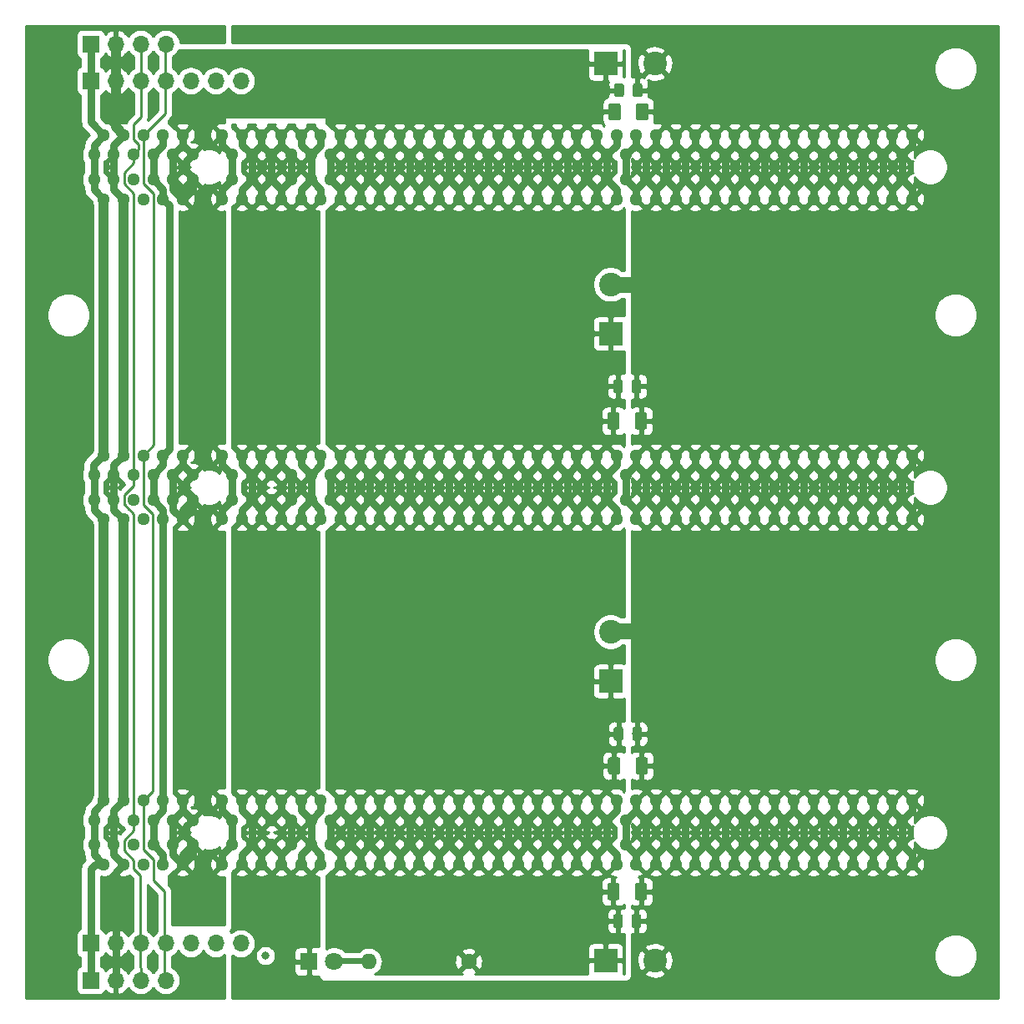
<source format=gtl>
G04 #@! TF.GenerationSoftware,KiCad,Pcbnew,(5.1.4)-1*
G04 #@! TF.CreationDate,2019-11-07T17:33:41+09:00*
G04 #@! TF.ProjectId,MotherBoard_PCIe,4d6f7468-6572-4426-9f61-72645f504349,rev?*
G04 #@! TF.SameCoordinates,Original*
G04 #@! TF.FileFunction,Copper,L1,Top*
G04 #@! TF.FilePolarity,Positive*
%FSLAX46Y46*%
G04 Gerber Fmt 4.6, Leading zero omitted, Abs format (unit mm)*
G04 Created by KiCad (PCBNEW (5.1.4)-1) date 2019-11-07 17:33:41*
%MOMM*%
%LPD*%
G04 APERTURE LIST*
%ADD10C,0.100000*%
%ADD11C,1.250000*%
%ADD12C,1.600000*%
%ADD13O,1.600000X1.600000*%
%ADD14C,1.800000*%
%ADD15R,1.800000X1.800000*%
%ADD16R,2.400000X2.400000*%
%ADD17C,2.400000*%
%ADD18C,0.975000*%
%ADD19O,1.700000X1.700000*%
%ADD20R,1.700000X1.700000*%
%ADD21C,1.280000*%
%ADD22C,0.800000*%
%ADD23C,0.800000*%
%ADD24C,1.600000*%
%ADD25C,1.000000*%
%ADD26C,0.250000*%
%ADD27C,0.600000*%
%ADD28C,0.254000*%
G04 APERTURE END LIST*
D10*
G36*
X163599504Y-58526204D02*
G01*
X163623773Y-58529804D01*
X163647571Y-58535765D01*
X163670671Y-58544030D01*
X163692849Y-58554520D01*
X163713893Y-58567133D01*
X163733598Y-58581747D01*
X163751777Y-58598223D01*
X163768253Y-58616402D01*
X163782867Y-58636107D01*
X163795480Y-58657151D01*
X163805970Y-58679329D01*
X163814235Y-58702429D01*
X163820196Y-58726227D01*
X163823796Y-58750496D01*
X163825000Y-58775000D01*
X163825000Y-60025000D01*
X163823796Y-60049504D01*
X163820196Y-60073773D01*
X163814235Y-60097571D01*
X163805970Y-60120671D01*
X163795480Y-60142849D01*
X163782867Y-60163893D01*
X163768253Y-60183598D01*
X163751777Y-60201777D01*
X163733598Y-60218253D01*
X163713893Y-60232867D01*
X163692849Y-60245480D01*
X163670671Y-60255970D01*
X163647571Y-60264235D01*
X163623773Y-60270196D01*
X163599504Y-60273796D01*
X163575000Y-60275000D01*
X162825000Y-60275000D01*
X162800496Y-60273796D01*
X162776227Y-60270196D01*
X162752429Y-60264235D01*
X162729329Y-60255970D01*
X162707151Y-60245480D01*
X162686107Y-60232867D01*
X162666402Y-60218253D01*
X162648223Y-60201777D01*
X162631747Y-60183598D01*
X162617133Y-60163893D01*
X162604520Y-60142849D01*
X162594030Y-60120671D01*
X162585765Y-60097571D01*
X162579804Y-60073773D01*
X162576204Y-60049504D01*
X162575000Y-60025000D01*
X162575000Y-58775000D01*
X162576204Y-58750496D01*
X162579804Y-58726227D01*
X162585765Y-58702429D01*
X162594030Y-58679329D01*
X162604520Y-58657151D01*
X162617133Y-58636107D01*
X162631747Y-58616402D01*
X162648223Y-58598223D01*
X162666402Y-58581747D01*
X162686107Y-58567133D01*
X162707151Y-58554520D01*
X162729329Y-58544030D01*
X162752429Y-58535765D01*
X162776227Y-58529804D01*
X162800496Y-58526204D01*
X162825000Y-58525000D01*
X163575000Y-58525000D01*
X163599504Y-58526204D01*
X163599504Y-58526204D01*
G37*
D11*
X163200000Y-59400000D03*
D10*
G36*
X160799504Y-58526204D02*
G01*
X160823773Y-58529804D01*
X160847571Y-58535765D01*
X160870671Y-58544030D01*
X160892849Y-58554520D01*
X160913893Y-58567133D01*
X160933598Y-58581747D01*
X160951777Y-58598223D01*
X160968253Y-58616402D01*
X160982867Y-58636107D01*
X160995480Y-58657151D01*
X161005970Y-58679329D01*
X161014235Y-58702429D01*
X161020196Y-58726227D01*
X161023796Y-58750496D01*
X161025000Y-58775000D01*
X161025000Y-60025000D01*
X161023796Y-60049504D01*
X161020196Y-60073773D01*
X161014235Y-60097571D01*
X161005970Y-60120671D01*
X160995480Y-60142849D01*
X160982867Y-60163893D01*
X160968253Y-60183598D01*
X160951777Y-60201777D01*
X160933598Y-60218253D01*
X160913893Y-60232867D01*
X160892849Y-60245480D01*
X160870671Y-60255970D01*
X160847571Y-60264235D01*
X160823773Y-60270196D01*
X160799504Y-60273796D01*
X160775000Y-60275000D01*
X160025000Y-60275000D01*
X160000496Y-60273796D01*
X159976227Y-60270196D01*
X159952429Y-60264235D01*
X159929329Y-60255970D01*
X159907151Y-60245480D01*
X159886107Y-60232867D01*
X159866402Y-60218253D01*
X159848223Y-60201777D01*
X159831747Y-60183598D01*
X159817133Y-60163893D01*
X159804520Y-60142849D01*
X159794030Y-60120671D01*
X159785765Y-60097571D01*
X159779804Y-60073773D01*
X159776204Y-60049504D01*
X159775000Y-60025000D01*
X159775000Y-58775000D01*
X159776204Y-58750496D01*
X159779804Y-58726227D01*
X159785765Y-58702429D01*
X159794030Y-58679329D01*
X159804520Y-58657151D01*
X159817133Y-58636107D01*
X159831747Y-58616402D01*
X159848223Y-58598223D01*
X159866402Y-58581747D01*
X159886107Y-58567133D01*
X159907151Y-58554520D01*
X159929329Y-58544030D01*
X159952429Y-58535765D01*
X159976227Y-58529804D01*
X160000496Y-58526204D01*
X160025000Y-58525000D01*
X160775000Y-58525000D01*
X160799504Y-58526204D01*
X160799504Y-58526204D01*
G37*
D11*
X160400000Y-59400000D03*
D10*
G36*
X163487004Y-137626204D02*
G01*
X163511273Y-137629804D01*
X163535071Y-137635765D01*
X163558171Y-137644030D01*
X163580349Y-137654520D01*
X163601393Y-137667133D01*
X163621098Y-137681747D01*
X163639277Y-137698223D01*
X163655753Y-137716402D01*
X163670367Y-137736107D01*
X163682980Y-137757151D01*
X163693470Y-137779329D01*
X163701735Y-137802429D01*
X163707696Y-137826227D01*
X163711296Y-137850496D01*
X163712500Y-137875000D01*
X163712500Y-139125000D01*
X163711296Y-139149504D01*
X163707696Y-139173773D01*
X163701735Y-139197571D01*
X163693470Y-139220671D01*
X163682980Y-139242849D01*
X163670367Y-139263893D01*
X163655753Y-139283598D01*
X163639277Y-139301777D01*
X163621098Y-139318253D01*
X163601393Y-139332867D01*
X163580349Y-139345480D01*
X163558171Y-139355970D01*
X163535071Y-139364235D01*
X163511273Y-139370196D01*
X163487004Y-139373796D01*
X163462500Y-139375000D01*
X162712500Y-139375000D01*
X162687996Y-139373796D01*
X162663727Y-139370196D01*
X162639929Y-139364235D01*
X162616829Y-139355970D01*
X162594651Y-139345480D01*
X162573607Y-139332867D01*
X162553902Y-139318253D01*
X162535723Y-139301777D01*
X162519247Y-139283598D01*
X162504633Y-139263893D01*
X162492020Y-139242849D01*
X162481530Y-139220671D01*
X162473265Y-139197571D01*
X162467304Y-139173773D01*
X162463704Y-139149504D01*
X162462500Y-139125000D01*
X162462500Y-137875000D01*
X162463704Y-137850496D01*
X162467304Y-137826227D01*
X162473265Y-137802429D01*
X162481530Y-137779329D01*
X162492020Y-137757151D01*
X162504633Y-137736107D01*
X162519247Y-137716402D01*
X162535723Y-137698223D01*
X162553902Y-137681747D01*
X162573607Y-137667133D01*
X162594651Y-137654520D01*
X162616829Y-137644030D01*
X162639929Y-137635765D01*
X162663727Y-137629804D01*
X162687996Y-137626204D01*
X162712500Y-137625000D01*
X163462500Y-137625000D01*
X163487004Y-137626204D01*
X163487004Y-137626204D01*
G37*
D11*
X163087500Y-138500000D03*
D10*
G36*
X160687004Y-137626204D02*
G01*
X160711273Y-137629804D01*
X160735071Y-137635765D01*
X160758171Y-137644030D01*
X160780349Y-137654520D01*
X160801393Y-137667133D01*
X160821098Y-137681747D01*
X160839277Y-137698223D01*
X160855753Y-137716402D01*
X160870367Y-137736107D01*
X160882980Y-137757151D01*
X160893470Y-137779329D01*
X160901735Y-137802429D01*
X160907696Y-137826227D01*
X160911296Y-137850496D01*
X160912500Y-137875000D01*
X160912500Y-139125000D01*
X160911296Y-139149504D01*
X160907696Y-139173773D01*
X160901735Y-139197571D01*
X160893470Y-139220671D01*
X160882980Y-139242849D01*
X160870367Y-139263893D01*
X160855753Y-139283598D01*
X160839277Y-139301777D01*
X160821098Y-139318253D01*
X160801393Y-139332867D01*
X160780349Y-139345480D01*
X160758171Y-139355970D01*
X160735071Y-139364235D01*
X160711273Y-139370196D01*
X160687004Y-139373796D01*
X160662500Y-139375000D01*
X159912500Y-139375000D01*
X159887996Y-139373796D01*
X159863727Y-139370196D01*
X159839929Y-139364235D01*
X159816829Y-139355970D01*
X159794651Y-139345480D01*
X159773607Y-139332867D01*
X159753902Y-139318253D01*
X159735723Y-139301777D01*
X159719247Y-139283598D01*
X159704633Y-139263893D01*
X159692020Y-139242849D01*
X159681530Y-139220671D01*
X159673265Y-139197571D01*
X159667304Y-139173773D01*
X159663704Y-139149504D01*
X159662500Y-139125000D01*
X159662500Y-137875000D01*
X159663704Y-137850496D01*
X159667304Y-137826227D01*
X159673265Y-137802429D01*
X159681530Y-137779329D01*
X159692020Y-137757151D01*
X159704633Y-137736107D01*
X159719247Y-137716402D01*
X159735723Y-137698223D01*
X159753902Y-137681747D01*
X159773607Y-137667133D01*
X159794651Y-137654520D01*
X159816829Y-137644030D01*
X159839929Y-137635765D01*
X159863727Y-137629804D01*
X159887996Y-137626204D01*
X159912500Y-137625000D01*
X160662500Y-137625000D01*
X160687004Y-137626204D01*
X160687004Y-137626204D01*
G37*
D11*
X160287500Y-138500000D03*
D10*
G36*
X163487004Y-89876204D02*
G01*
X163511273Y-89879804D01*
X163535071Y-89885765D01*
X163558171Y-89894030D01*
X163580349Y-89904520D01*
X163601393Y-89917133D01*
X163621098Y-89931747D01*
X163639277Y-89948223D01*
X163655753Y-89966402D01*
X163670367Y-89986107D01*
X163682980Y-90007151D01*
X163693470Y-90029329D01*
X163701735Y-90052429D01*
X163707696Y-90076227D01*
X163711296Y-90100496D01*
X163712500Y-90125000D01*
X163712500Y-91375000D01*
X163711296Y-91399504D01*
X163707696Y-91423773D01*
X163701735Y-91447571D01*
X163693470Y-91470671D01*
X163682980Y-91492849D01*
X163670367Y-91513893D01*
X163655753Y-91533598D01*
X163639277Y-91551777D01*
X163621098Y-91568253D01*
X163601393Y-91582867D01*
X163580349Y-91595480D01*
X163558171Y-91605970D01*
X163535071Y-91614235D01*
X163511273Y-91620196D01*
X163487004Y-91623796D01*
X163462500Y-91625000D01*
X162712500Y-91625000D01*
X162687996Y-91623796D01*
X162663727Y-91620196D01*
X162639929Y-91614235D01*
X162616829Y-91605970D01*
X162594651Y-91595480D01*
X162573607Y-91582867D01*
X162553902Y-91568253D01*
X162535723Y-91551777D01*
X162519247Y-91533598D01*
X162504633Y-91513893D01*
X162492020Y-91492849D01*
X162481530Y-91470671D01*
X162473265Y-91447571D01*
X162467304Y-91423773D01*
X162463704Y-91399504D01*
X162462500Y-91375000D01*
X162462500Y-90125000D01*
X162463704Y-90100496D01*
X162467304Y-90076227D01*
X162473265Y-90052429D01*
X162481530Y-90029329D01*
X162492020Y-90007151D01*
X162504633Y-89986107D01*
X162519247Y-89966402D01*
X162535723Y-89948223D01*
X162553902Y-89931747D01*
X162573607Y-89917133D01*
X162594651Y-89904520D01*
X162616829Y-89894030D01*
X162639929Y-89885765D01*
X162663727Y-89879804D01*
X162687996Y-89876204D01*
X162712500Y-89875000D01*
X163462500Y-89875000D01*
X163487004Y-89876204D01*
X163487004Y-89876204D01*
G37*
D11*
X163087500Y-90750000D03*
D10*
G36*
X160687004Y-89876204D02*
G01*
X160711273Y-89879804D01*
X160735071Y-89885765D01*
X160758171Y-89894030D01*
X160780349Y-89904520D01*
X160801393Y-89917133D01*
X160821098Y-89931747D01*
X160839277Y-89948223D01*
X160855753Y-89966402D01*
X160870367Y-89986107D01*
X160882980Y-90007151D01*
X160893470Y-90029329D01*
X160901735Y-90052429D01*
X160907696Y-90076227D01*
X160911296Y-90100496D01*
X160912500Y-90125000D01*
X160912500Y-91375000D01*
X160911296Y-91399504D01*
X160907696Y-91423773D01*
X160901735Y-91447571D01*
X160893470Y-91470671D01*
X160882980Y-91492849D01*
X160870367Y-91513893D01*
X160855753Y-91533598D01*
X160839277Y-91551777D01*
X160821098Y-91568253D01*
X160801393Y-91582867D01*
X160780349Y-91595480D01*
X160758171Y-91605970D01*
X160735071Y-91614235D01*
X160711273Y-91620196D01*
X160687004Y-91623796D01*
X160662500Y-91625000D01*
X159912500Y-91625000D01*
X159887996Y-91623796D01*
X159863727Y-91620196D01*
X159839929Y-91614235D01*
X159816829Y-91605970D01*
X159794651Y-91595480D01*
X159773607Y-91582867D01*
X159753902Y-91568253D01*
X159735723Y-91551777D01*
X159719247Y-91533598D01*
X159704633Y-91513893D01*
X159692020Y-91492849D01*
X159681530Y-91470671D01*
X159673265Y-91447571D01*
X159667304Y-91423773D01*
X159663704Y-91399504D01*
X159662500Y-91375000D01*
X159662500Y-90125000D01*
X159663704Y-90100496D01*
X159667304Y-90076227D01*
X159673265Y-90052429D01*
X159681530Y-90029329D01*
X159692020Y-90007151D01*
X159704633Y-89986107D01*
X159719247Y-89966402D01*
X159735723Y-89948223D01*
X159753902Y-89931747D01*
X159773607Y-89917133D01*
X159794651Y-89904520D01*
X159816829Y-89894030D01*
X159839929Y-89885765D01*
X159863727Y-89879804D01*
X159887996Y-89876204D01*
X159912500Y-89875000D01*
X160662500Y-89875000D01*
X160687004Y-89876204D01*
X160687004Y-89876204D01*
G37*
D11*
X160287500Y-90750000D03*
D10*
G36*
X163562004Y-124876204D02*
G01*
X163586273Y-124879804D01*
X163610071Y-124885765D01*
X163633171Y-124894030D01*
X163655349Y-124904520D01*
X163676393Y-124917133D01*
X163696098Y-124931747D01*
X163714277Y-124948223D01*
X163730753Y-124966402D01*
X163745367Y-124986107D01*
X163757980Y-125007151D01*
X163768470Y-125029329D01*
X163776735Y-125052429D01*
X163782696Y-125076227D01*
X163786296Y-125100496D01*
X163787500Y-125125000D01*
X163787500Y-126375000D01*
X163786296Y-126399504D01*
X163782696Y-126423773D01*
X163776735Y-126447571D01*
X163768470Y-126470671D01*
X163757980Y-126492849D01*
X163745367Y-126513893D01*
X163730753Y-126533598D01*
X163714277Y-126551777D01*
X163696098Y-126568253D01*
X163676393Y-126582867D01*
X163655349Y-126595480D01*
X163633171Y-126605970D01*
X163610071Y-126614235D01*
X163586273Y-126620196D01*
X163562004Y-126623796D01*
X163537500Y-126625000D01*
X162787500Y-126625000D01*
X162762996Y-126623796D01*
X162738727Y-126620196D01*
X162714929Y-126614235D01*
X162691829Y-126605970D01*
X162669651Y-126595480D01*
X162648607Y-126582867D01*
X162628902Y-126568253D01*
X162610723Y-126551777D01*
X162594247Y-126533598D01*
X162579633Y-126513893D01*
X162567020Y-126492849D01*
X162556530Y-126470671D01*
X162548265Y-126447571D01*
X162542304Y-126423773D01*
X162538704Y-126399504D01*
X162537500Y-126375000D01*
X162537500Y-125125000D01*
X162538704Y-125100496D01*
X162542304Y-125076227D01*
X162548265Y-125052429D01*
X162556530Y-125029329D01*
X162567020Y-125007151D01*
X162579633Y-124986107D01*
X162594247Y-124966402D01*
X162610723Y-124948223D01*
X162628902Y-124931747D01*
X162648607Y-124917133D01*
X162669651Y-124904520D01*
X162691829Y-124894030D01*
X162714929Y-124885765D01*
X162738727Y-124879804D01*
X162762996Y-124876204D01*
X162787500Y-124875000D01*
X163537500Y-124875000D01*
X163562004Y-124876204D01*
X163562004Y-124876204D01*
G37*
D11*
X163162500Y-125750000D03*
D10*
G36*
X160762004Y-124876204D02*
G01*
X160786273Y-124879804D01*
X160810071Y-124885765D01*
X160833171Y-124894030D01*
X160855349Y-124904520D01*
X160876393Y-124917133D01*
X160896098Y-124931747D01*
X160914277Y-124948223D01*
X160930753Y-124966402D01*
X160945367Y-124986107D01*
X160957980Y-125007151D01*
X160968470Y-125029329D01*
X160976735Y-125052429D01*
X160982696Y-125076227D01*
X160986296Y-125100496D01*
X160987500Y-125125000D01*
X160987500Y-126375000D01*
X160986296Y-126399504D01*
X160982696Y-126423773D01*
X160976735Y-126447571D01*
X160968470Y-126470671D01*
X160957980Y-126492849D01*
X160945367Y-126513893D01*
X160930753Y-126533598D01*
X160914277Y-126551777D01*
X160896098Y-126568253D01*
X160876393Y-126582867D01*
X160855349Y-126595480D01*
X160833171Y-126605970D01*
X160810071Y-126614235D01*
X160786273Y-126620196D01*
X160762004Y-126623796D01*
X160737500Y-126625000D01*
X159987500Y-126625000D01*
X159962996Y-126623796D01*
X159938727Y-126620196D01*
X159914929Y-126614235D01*
X159891829Y-126605970D01*
X159869651Y-126595480D01*
X159848607Y-126582867D01*
X159828902Y-126568253D01*
X159810723Y-126551777D01*
X159794247Y-126533598D01*
X159779633Y-126513893D01*
X159767020Y-126492849D01*
X159756530Y-126470671D01*
X159748265Y-126447571D01*
X159742304Y-126423773D01*
X159738704Y-126399504D01*
X159737500Y-126375000D01*
X159737500Y-125125000D01*
X159738704Y-125100496D01*
X159742304Y-125076227D01*
X159748265Y-125052429D01*
X159756530Y-125029329D01*
X159767020Y-125007151D01*
X159779633Y-124986107D01*
X159794247Y-124966402D01*
X159810723Y-124948223D01*
X159828902Y-124931747D01*
X159848607Y-124917133D01*
X159869651Y-124904520D01*
X159891829Y-124894030D01*
X159914929Y-124885765D01*
X159938727Y-124879804D01*
X159962996Y-124876204D01*
X159987500Y-124875000D01*
X160737500Y-124875000D01*
X160762004Y-124876204D01*
X160762004Y-124876204D01*
G37*
D11*
X160362500Y-125750000D03*
D12*
X145600000Y-145600000D03*
D13*
X135440000Y-145600000D03*
D14*
X131940000Y-145600000D03*
D15*
X129400000Y-145600000D03*
D16*
X159500000Y-145500000D03*
D17*
X164500000Y-145500000D03*
D10*
G36*
X162892642Y-140801174D02*
G01*
X162916303Y-140804684D01*
X162939507Y-140810496D01*
X162962029Y-140818554D01*
X162983653Y-140828782D01*
X163004170Y-140841079D01*
X163023383Y-140855329D01*
X163041107Y-140871393D01*
X163057171Y-140889117D01*
X163071421Y-140908330D01*
X163083718Y-140928847D01*
X163093946Y-140950471D01*
X163102004Y-140972993D01*
X163107816Y-140996197D01*
X163111326Y-141019858D01*
X163112500Y-141043750D01*
X163112500Y-141956250D01*
X163111326Y-141980142D01*
X163107816Y-142003803D01*
X163102004Y-142027007D01*
X163093946Y-142049529D01*
X163083718Y-142071153D01*
X163071421Y-142091670D01*
X163057171Y-142110883D01*
X163041107Y-142128607D01*
X163023383Y-142144671D01*
X163004170Y-142158921D01*
X162983653Y-142171218D01*
X162962029Y-142181446D01*
X162939507Y-142189504D01*
X162916303Y-142195316D01*
X162892642Y-142198826D01*
X162868750Y-142200000D01*
X162381250Y-142200000D01*
X162357358Y-142198826D01*
X162333697Y-142195316D01*
X162310493Y-142189504D01*
X162287971Y-142181446D01*
X162266347Y-142171218D01*
X162245830Y-142158921D01*
X162226617Y-142144671D01*
X162208893Y-142128607D01*
X162192829Y-142110883D01*
X162178579Y-142091670D01*
X162166282Y-142071153D01*
X162156054Y-142049529D01*
X162147996Y-142027007D01*
X162142184Y-142003803D01*
X162138674Y-141980142D01*
X162137500Y-141956250D01*
X162137500Y-141043750D01*
X162138674Y-141019858D01*
X162142184Y-140996197D01*
X162147996Y-140972993D01*
X162156054Y-140950471D01*
X162166282Y-140928847D01*
X162178579Y-140908330D01*
X162192829Y-140889117D01*
X162208893Y-140871393D01*
X162226617Y-140855329D01*
X162245830Y-140841079D01*
X162266347Y-140828782D01*
X162287971Y-140818554D01*
X162310493Y-140810496D01*
X162333697Y-140804684D01*
X162357358Y-140801174D01*
X162381250Y-140800000D01*
X162868750Y-140800000D01*
X162892642Y-140801174D01*
X162892642Y-140801174D01*
G37*
D18*
X162625000Y-141500000D03*
D10*
G36*
X161017642Y-140801174D02*
G01*
X161041303Y-140804684D01*
X161064507Y-140810496D01*
X161087029Y-140818554D01*
X161108653Y-140828782D01*
X161129170Y-140841079D01*
X161148383Y-140855329D01*
X161166107Y-140871393D01*
X161182171Y-140889117D01*
X161196421Y-140908330D01*
X161208718Y-140928847D01*
X161218946Y-140950471D01*
X161227004Y-140972993D01*
X161232816Y-140996197D01*
X161236326Y-141019858D01*
X161237500Y-141043750D01*
X161237500Y-141956250D01*
X161236326Y-141980142D01*
X161232816Y-142003803D01*
X161227004Y-142027007D01*
X161218946Y-142049529D01*
X161208718Y-142071153D01*
X161196421Y-142091670D01*
X161182171Y-142110883D01*
X161166107Y-142128607D01*
X161148383Y-142144671D01*
X161129170Y-142158921D01*
X161108653Y-142171218D01*
X161087029Y-142181446D01*
X161064507Y-142189504D01*
X161041303Y-142195316D01*
X161017642Y-142198826D01*
X160993750Y-142200000D01*
X160506250Y-142200000D01*
X160482358Y-142198826D01*
X160458697Y-142195316D01*
X160435493Y-142189504D01*
X160412971Y-142181446D01*
X160391347Y-142171218D01*
X160370830Y-142158921D01*
X160351617Y-142144671D01*
X160333893Y-142128607D01*
X160317829Y-142110883D01*
X160303579Y-142091670D01*
X160291282Y-142071153D01*
X160281054Y-142049529D01*
X160272996Y-142027007D01*
X160267184Y-142003803D01*
X160263674Y-141980142D01*
X160262500Y-141956250D01*
X160262500Y-141043750D01*
X160263674Y-141019858D01*
X160267184Y-140996197D01*
X160272996Y-140972993D01*
X160281054Y-140950471D01*
X160291282Y-140928847D01*
X160303579Y-140908330D01*
X160317829Y-140889117D01*
X160333893Y-140871393D01*
X160351617Y-140855329D01*
X160370830Y-140841079D01*
X160391347Y-140828782D01*
X160412971Y-140818554D01*
X160435493Y-140810496D01*
X160458697Y-140804684D01*
X160482358Y-140801174D01*
X160506250Y-140800000D01*
X160993750Y-140800000D01*
X161017642Y-140801174D01*
X161017642Y-140801174D01*
G37*
D18*
X160750000Y-141500000D03*
D10*
G36*
X162892642Y-86551174D02*
G01*
X162916303Y-86554684D01*
X162939507Y-86560496D01*
X162962029Y-86568554D01*
X162983653Y-86578782D01*
X163004170Y-86591079D01*
X163023383Y-86605329D01*
X163041107Y-86621393D01*
X163057171Y-86639117D01*
X163071421Y-86658330D01*
X163083718Y-86678847D01*
X163093946Y-86700471D01*
X163102004Y-86722993D01*
X163107816Y-86746197D01*
X163111326Y-86769858D01*
X163112500Y-86793750D01*
X163112500Y-87706250D01*
X163111326Y-87730142D01*
X163107816Y-87753803D01*
X163102004Y-87777007D01*
X163093946Y-87799529D01*
X163083718Y-87821153D01*
X163071421Y-87841670D01*
X163057171Y-87860883D01*
X163041107Y-87878607D01*
X163023383Y-87894671D01*
X163004170Y-87908921D01*
X162983653Y-87921218D01*
X162962029Y-87931446D01*
X162939507Y-87939504D01*
X162916303Y-87945316D01*
X162892642Y-87948826D01*
X162868750Y-87950000D01*
X162381250Y-87950000D01*
X162357358Y-87948826D01*
X162333697Y-87945316D01*
X162310493Y-87939504D01*
X162287971Y-87931446D01*
X162266347Y-87921218D01*
X162245830Y-87908921D01*
X162226617Y-87894671D01*
X162208893Y-87878607D01*
X162192829Y-87860883D01*
X162178579Y-87841670D01*
X162166282Y-87821153D01*
X162156054Y-87799529D01*
X162147996Y-87777007D01*
X162142184Y-87753803D01*
X162138674Y-87730142D01*
X162137500Y-87706250D01*
X162137500Y-86793750D01*
X162138674Y-86769858D01*
X162142184Y-86746197D01*
X162147996Y-86722993D01*
X162156054Y-86700471D01*
X162166282Y-86678847D01*
X162178579Y-86658330D01*
X162192829Y-86639117D01*
X162208893Y-86621393D01*
X162226617Y-86605329D01*
X162245830Y-86591079D01*
X162266347Y-86578782D01*
X162287971Y-86568554D01*
X162310493Y-86560496D01*
X162333697Y-86554684D01*
X162357358Y-86551174D01*
X162381250Y-86550000D01*
X162868750Y-86550000D01*
X162892642Y-86551174D01*
X162892642Y-86551174D01*
G37*
D18*
X162625000Y-87250000D03*
D10*
G36*
X161017642Y-86551174D02*
G01*
X161041303Y-86554684D01*
X161064507Y-86560496D01*
X161087029Y-86568554D01*
X161108653Y-86578782D01*
X161129170Y-86591079D01*
X161148383Y-86605329D01*
X161166107Y-86621393D01*
X161182171Y-86639117D01*
X161196421Y-86658330D01*
X161208718Y-86678847D01*
X161218946Y-86700471D01*
X161227004Y-86722993D01*
X161232816Y-86746197D01*
X161236326Y-86769858D01*
X161237500Y-86793750D01*
X161237500Y-87706250D01*
X161236326Y-87730142D01*
X161232816Y-87753803D01*
X161227004Y-87777007D01*
X161218946Y-87799529D01*
X161208718Y-87821153D01*
X161196421Y-87841670D01*
X161182171Y-87860883D01*
X161166107Y-87878607D01*
X161148383Y-87894671D01*
X161129170Y-87908921D01*
X161108653Y-87921218D01*
X161087029Y-87931446D01*
X161064507Y-87939504D01*
X161041303Y-87945316D01*
X161017642Y-87948826D01*
X160993750Y-87950000D01*
X160506250Y-87950000D01*
X160482358Y-87948826D01*
X160458697Y-87945316D01*
X160435493Y-87939504D01*
X160412971Y-87931446D01*
X160391347Y-87921218D01*
X160370830Y-87908921D01*
X160351617Y-87894671D01*
X160333893Y-87878607D01*
X160317829Y-87860883D01*
X160303579Y-87841670D01*
X160291282Y-87821153D01*
X160281054Y-87799529D01*
X160272996Y-87777007D01*
X160267184Y-87753803D01*
X160263674Y-87730142D01*
X160262500Y-87706250D01*
X160262500Y-86793750D01*
X160263674Y-86769858D01*
X160267184Y-86746197D01*
X160272996Y-86722993D01*
X160281054Y-86700471D01*
X160291282Y-86678847D01*
X160303579Y-86658330D01*
X160317829Y-86639117D01*
X160333893Y-86621393D01*
X160351617Y-86605329D01*
X160370830Y-86591079D01*
X160391347Y-86578782D01*
X160412971Y-86568554D01*
X160435493Y-86560496D01*
X160458697Y-86554684D01*
X160482358Y-86551174D01*
X160506250Y-86550000D01*
X160993750Y-86550000D01*
X161017642Y-86551174D01*
X161017642Y-86551174D01*
G37*
D18*
X160750000Y-87250000D03*
D10*
G36*
X163005142Y-56501174D02*
G01*
X163028803Y-56504684D01*
X163052007Y-56510496D01*
X163074529Y-56518554D01*
X163096153Y-56528782D01*
X163116670Y-56541079D01*
X163135883Y-56555329D01*
X163153607Y-56571393D01*
X163169671Y-56589117D01*
X163183921Y-56608330D01*
X163196218Y-56628847D01*
X163206446Y-56650471D01*
X163214504Y-56672993D01*
X163220316Y-56696197D01*
X163223826Y-56719858D01*
X163225000Y-56743750D01*
X163225000Y-57656250D01*
X163223826Y-57680142D01*
X163220316Y-57703803D01*
X163214504Y-57727007D01*
X163206446Y-57749529D01*
X163196218Y-57771153D01*
X163183921Y-57791670D01*
X163169671Y-57810883D01*
X163153607Y-57828607D01*
X163135883Y-57844671D01*
X163116670Y-57858921D01*
X163096153Y-57871218D01*
X163074529Y-57881446D01*
X163052007Y-57889504D01*
X163028803Y-57895316D01*
X163005142Y-57898826D01*
X162981250Y-57900000D01*
X162493750Y-57900000D01*
X162469858Y-57898826D01*
X162446197Y-57895316D01*
X162422993Y-57889504D01*
X162400471Y-57881446D01*
X162378847Y-57871218D01*
X162358330Y-57858921D01*
X162339117Y-57844671D01*
X162321393Y-57828607D01*
X162305329Y-57810883D01*
X162291079Y-57791670D01*
X162278782Y-57771153D01*
X162268554Y-57749529D01*
X162260496Y-57727007D01*
X162254684Y-57703803D01*
X162251174Y-57680142D01*
X162250000Y-57656250D01*
X162250000Y-56743750D01*
X162251174Y-56719858D01*
X162254684Y-56696197D01*
X162260496Y-56672993D01*
X162268554Y-56650471D01*
X162278782Y-56628847D01*
X162291079Y-56608330D01*
X162305329Y-56589117D01*
X162321393Y-56571393D01*
X162339117Y-56555329D01*
X162358330Y-56541079D01*
X162378847Y-56528782D01*
X162400471Y-56518554D01*
X162422993Y-56510496D01*
X162446197Y-56504684D01*
X162469858Y-56501174D01*
X162493750Y-56500000D01*
X162981250Y-56500000D01*
X163005142Y-56501174D01*
X163005142Y-56501174D01*
G37*
D18*
X162737500Y-57200000D03*
D10*
G36*
X161130142Y-56501174D02*
G01*
X161153803Y-56504684D01*
X161177007Y-56510496D01*
X161199529Y-56518554D01*
X161221153Y-56528782D01*
X161241670Y-56541079D01*
X161260883Y-56555329D01*
X161278607Y-56571393D01*
X161294671Y-56589117D01*
X161308921Y-56608330D01*
X161321218Y-56628847D01*
X161331446Y-56650471D01*
X161339504Y-56672993D01*
X161345316Y-56696197D01*
X161348826Y-56719858D01*
X161350000Y-56743750D01*
X161350000Y-57656250D01*
X161348826Y-57680142D01*
X161345316Y-57703803D01*
X161339504Y-57727007D01*
X161331446Y-57749529D01*
X161321218Y-57771153D01*
X161308921Y-57791670D01*
X161294671Y-57810883D01*
X161278607Y-57828607D01*
X161260883Y-57844671D01*
X161241670Y-57858921D01*
X161221153Y-57871218D01*
X161199529Y-57881446D01*
X161177007Y-57889504D01*
X161153803Y-57895316D01*
X161130142Y-57898826D01*
X161106250Y-57900000D01*
X160618750Y-57900000D01*
X160594858Y-57898826D01*
X160571197Y-57895316D01*
X160547993Y-57889504D01*
X160525471Y-57881446D01*
X160503847Y-57871218D01*
X160483330Y-57858921D01*
X160464117Y-57844671D01*
X160446393Y-57828607D01*
X160430329Y-57810883D01*
X160416079Y-57791670D01*
X160403782Y-57771153D01*
X160393554Y-57749529D01*
X160385496Y-57727007D01*
X160379684Y-57703803D01*
X160376174Y-57680142D01*
X160375000Y-57656250D01*
X160375000Y-56743750D01*
X160376174Y-56719858D01*
X160379684Y-56696197D01*
X160385496Y-56672993D01*
X160393554Y-56650471D01*
X160403782Y-56628847D01*
X160416079Y-56608330D01*
X160430329Y-56589117D01*
X160446393Y-56571393D01*
X160464117Y-56555329D01*
X160483330Y-56541079D01*
X160503847Y-56528782D01*
X160525471Y-56518554D01*
X160547993Y-56510496D01*
X160571197Y-56504684D01*
X160594858Y-56501174D01*
X160618750Y-56500000D01*
X161106250Y-56500000D01*
X161130142Y-56501174D01*
X161130142Y-56501174D01*
G37*
D18*
X160862500Y-57200000D03*
D10*
G36*
X162955142Y-121801174D02*
G01*
X162978803Y-121804684D01*
X163002007Y-121810496D01*
X163024529Y-121818554D01*
X163046153Y-121828782D01*
X163066670Y-121841079D01*
X163085883Y-121855329D01*
X163103607Y-121871393D01*
X163119671Y-121889117D01*
X163133921Y-121908330D01*
X163146218Y-121928847D01*
X163156446Y-121950471D01*
X163164504Y-121972993D01*
X163170316Y-121996197D01*
X163173826Y-122019858D01*
X163175000Y-122043750D01*
X163175000Y-122956250D01*
X163173826Y-122980142D01*
X163170316Y-123003803D01*
X163164504Y-123027007D01*
X163156446Y-123049529D01*
X163146218Y-123071153D01*
X163133921Y-123091670D01*
X163119671Y-123110883D01*
X163103607Y-123128607D01*
X163085883Y-123144671D01*
X163066670Y-123158921D01*
X163046153Y-123171218D01*
X163024529Y-123181446D01*
X163002007Y-123189504D01*
X162978803Y-123195316D01*
X162955142Y-123198826D01*
X162931250Y-123200000D01*
X162443750Y-123200000D01*
X162419858Y-123198826D01*
X162396197Y-123195316D01*
X162372993Y-123189504D01*
X162350471Y-123181446D01*
X162328847Y-123171218D01*
X162308330Y-123158921D01*
X162289117Y-123144671D01*
X162271393Y-123128607D01*
X162255329Y-123110883D01*
X162241079Y-123091670D01*
X162228782Y-123071153D01*
X162218554Y-123049529D01*
X162210496Y-123027007D01*
X162204684Y-123003803D01*
X162201174Y-122980142D01*
X162200000Y-122956250D01*
X162200000Y-122043750D01*
X162201174Y-122019858D01*
X162204684Y-121996197D01*
X162210496Y-121972993D01*
X162218554Y-121950471D01*
X162228782Y-121928847D01*
X162241079Y-121908330D01*
X162255329Y-121889117D01*
X162271393Y-121871393D01*
X162289117Y-121855329D01*
X162308330Y-121841079D01*
X162328847Y-121828782D01*
X162350471Y-121818554D01*
X162372993Y-121810496D01*
X162396197Y-121804684D01*
X162419858Y-121801174D01*
X162443750Y-121800000D01*
X162931250Y-121800000D01*
X162955142Y-121801174D01*
X162955142Y-121801174D01*
G37*
D18*
X162687500Y-122500000D03*
D10*
G36*
X161080142Y-121801174D02*
G01*
X161103803Y-121804684D01*
X161127007Y-121810496D01*
X161149529Y-121818554D01*
X161171153Y-121828782D01*
X161191670Y-121841079D01*
X161210883Y-121855329D01*
X161228607Y-121871393D01*
X161244671Y-121889117D01*
X161258921Y-121908330D01*
X161271218Y-121928847D01*
X161281446Y-121950471D01*
X161289504Y-121972993D01*
X161295316Y-121996197D01*
X161298826Y-122019858D01*
X161300000Y-122043750D01*
X161300000Y-122956250D01*
X161298826Y-122980142D01*
X161295316Y-123003803D01*
X161289504Y-123027007D01*
X161281446Y-123049529D01*
X161271218Y-123071153D01*
X161258921Y-123091670D01*
X161244671Y-123110883D01*
X161228607Y-123128607D01*
X161210883Y-123144671D01*
X161191670Y-123158921D01*
X161171153Y-123171218D01*
X161149529Y-123181446D01*
X161127007Y-123189504D01*
X161103803Y-123195316D01*
X161080142Y-123198826D01*
X161056250Y-123200000D01*
X160568750Y-123200000D01*
X160544858Y-123198826D01*
X160521197Y-123195316D01*
X160497993Y-123189504D01*
X160475471Y-123181446D01*
X160453847Y-123171218D01*
X160433330Y-123158921D01*
X160414117Y-123144671D01*
X160396393Y-123128607D01*
X160380329Y-123110883D01*
X160366079Y-123091670D01*
X160353782Y-123071153D01*
X160343554Y-123049529D01*
X160335496Y-123027007D01*
X160329684Y-123003803D01*
X160326174Y-122980142D01*
X160325000Y-122956250D01*
X160325000Y-122043750D01*
X160326174Y-122019858D01*
X160329684Y-121996197D01*
X160335496Y-121972993D01*
X160343554Y-121950471D01*
X160353782Y-121928847D01*
X160366079Y-121908330D01*
X160380329Y-121889117D01*
X160396393Y-121871393D01*
X160414117Y-121855329D01*
X160433330Y-121841079D01*
X160453847Y-121828782D01*
X160475471Y-121818554D01*
X160497993Y-121810496D01*
X160521197Y-121804684D01*
X160544858Y-121801174D01*
X160568750Y-121800000D01*
X161056250Y-121800000D01*
X161080142Y-121801174D01*
X161080142Y-121801174D01*
G37*
D18*
X160812500Y-122500000D03*
D17*
X160000000Y-112150000D03*
D16*
X160000000Y-117150000D03*
X159500000Y-54500000D03*
D17*
X164500000Y-54500000D03*
D16*
X160000000Y-81900000D03*
D17*
X160000000Y-76900000D03*
D19*
X122490000Y-143750000D03*
X119950000Y-143750000D03*
X117410000Y-143750000D03*
X114870000Y-143750000D03*
X112330000Y-143750000D03*
X109790000Y-143750000D03*
D20*
X107250000Y-143750000D03*
D19*
X122490000Y-56250000D03*
X119950000Y-56250000D03*
X117410000Y-56250000D03*
X114870000Y-56250000D03*
X112330000Y-56250000D03*
X109790000Y-56250000D03*
D20*
X107250000Y-56250000D03*
D19*
X114870000Y-52500000D03*
X112330000Y-52500000D03*
X109790000Y-52500000D03*
D20*
X107250000Y-52500000D03*
D19*
X114870000Y-147500000D03*
X112330000Y-147500000D03*
X109790000Y-147500000D03*
D20*
X107250000Y-147500000D03*
D21*
X190600000Y-135750000D03*
X190600000Y-129250000D03*
X189600000Y-133750000D03*
X188600000Y-135750000D03*
X189600000Y-131250000D03*
X188600000Y-129250000D03*
X187600000Y-133750000D03*
X186600000Y-135750000D03*
X187600000Y-131250000D03*
X186600000Y-129250000D03*
X185600000Y-133750000D03*
X184600000Y-135750000D03*
X185600000Y-131250000D03*
X184600000Y-129250000D03*
X183600000Y-133750000D03*
X182600000Y-135750000D03*
X183600000Y-131250000D03*
X182600000Y-129250000D03*
X181600000Y-133750000D03*
X180600000Y-135750000D03*
X181600000Y-131250000D03*
X180600000Y-129250000D03*
X179600000Y-133750000D03*
X178600000Y-135750000D03*
X179600000Y-131250000D03*
X178600000Y-129250000D03*
X177600000Y-133750000D03*
X176600000Y-135750000D03*
X177600000Y-131250000D03*
X176600000Y-129250000D03*
X175600000Y-133750000D03*
X174600000Y-135750000D03*
X175600000Y-131250000D03*
X174600000Y-129250000D03*
X173600000Y-133750000D03*
X172600000Y-135750000D03*
X173600000Y-131250000D03*
X172600000Y-129250000D03*
X171600000Y-133750000D03*
X170600000Y-135750000D03*
X171600000Y-131250000D03*
X170600000Y-129250000D03*
X169600000Y-133750000D03*
X168600000Y-135750000D03*
X169600000Y-131250000D03*
X168600000Y-129250000D03*
X167600000Y-133750000D03*
X166600000Y-135750000D03*
X167600000Y-131250000D03*
X166600000Y-129250000D03*
X165600000Y-133750000D03*
X164600000Y-135750000D03*
X165600000Y-131250000D03*
X164600000Y-129250000D03*
X163600000Y-133750000D03*
X162600000Y-135750000D03*
X163600000Y-131250000D03*
X162600000Y-129250000D03*
X161600000Y-133750000D03*
X160600000Y-135750000D03*
X161600000Y-131250000D03*
X160600000Y-129250000D03*
X159600000Y-133750000D03*
X158600000Y-135750000D03*
X159600000Y-131250000D03*
X158600000Y-129250000D03*
X157600000Y-133750000D03*
X156600000Y-135750000D03*
X157600000Y-131250000D03*
X156600000Y-129250000D03*
X155600000Y-133750000D03*
X154600000Y-135750000D03*
X155600000Y-131250000D03*
X154600000Y-129250000D03*
X153600000Y-133750000D03*
X152600000Y-135750000D03*
X153600000Y-131250000D03*
X152600000Y-129250000D03*
X151600000Y-133750000D03*
X150600000Y-135750000D03*
X151600000Y-131250000D03*
X150600000Y-129250000D03*
X149600000Y-133750000D03*
X148600000Y-135750000D03*
X149600000Y-131250000D03*
X148600000Y-129250000D03*
X147600000Y-133750000D03*
X146600000Y-135750000D03*
X147600000Y-131250000D03*
X146600000Y-129250000D03*
X145600000Y-133750000D03*
X144600000Y-135750000D03*
X145600000Y-131250000D03*
X144600000Y-129250000D03*
X143600000Y-133750000D03*
X142600000Y-135750000D03*
X143600000Y-131250000D03*
X142600000Y-129250000D03*
X141600000Y-133750000D03*
X140600000Y-135750000D03*
X141600000Y-131250000D03*
X140600000Y-129250000D03*
X139600000Y-133750000D03*
X138600000Y-135750000D03*
X139600000Y-131250000D03*
X138600000Y-129250000D03*
X137600000Y-133750000D03*
X136600000Y-135750000D03*
X137600000Y-131250000D03*
X136600000Y-129250000D03*
X135600000Y-133750000D03*
X134600000Y-135750000D03*
X135600000Y-131250000D03*
X134600000Y-129250000D03*
X133600000Y-133750000D03*
X132600000Y-135750000D03*
X133600000Y-131250000D03*
X132600000Y-129250000D03*
X131600000Y-133750000D03*
X130600000Y-135750000D03*
X131600000Y-131250000D03*
X130600000Y-129250000D03*
X129600000Y-133750000D03*
X128600000Y-135750000D03*
X129600000Y-131250000D03*
X128600000Y-129250000D03*
X127600000Y-133750000D03*
X126600000Y-135750000D03*
X127600000Y-131250000D03*
X126600000Y-129250000D03*
X125600000Y-133750000D03*
X124600000Y-135750000D03*
X125600000Y-131250000D03*
X124600000Y-129250000D03*
X123600000Y-133750000D03*
X122600000Y-135750000D03*
X123600000Y-131250000D03*
X122600000Y-129250000D03*
X108600000Y-129250000D03*
X107600000Y-131250000D03*
X108600000Y-135750000D03*
X107600000Y-133750000D03*
X121600000Y-133750000D03*
X121600000Y-131250000D03*
X120600000Y-135750000D03*
X120600000Y-129250000D03*
X110600000Y-129250000D03*
X110600000Y-135750000D03*
X112600000Y-129250000D03*
X112600000Y-135750000D03*
X114600000Y-129250000D03*
X114600000Y-135750000D03*
X116600000Y-135750000D03*
X116600000Y-129250000D03*
X109600000Y-133750000D03*
X109600000Y-131250000D03*
X111600000Y-133750000D03*
X111600000Y-131250000D03*
X113600000Y-133750000D03*
X113600000Y-131250000D03*
X115600000Y-133750000D03*
X115600000Y-131250000D03*
X117600000Y-133750000D03*
X117600000Y-131250000D03*
X190600000Y-68250000D03*
X190600000Y-61750000D03*
X189600000Y-66250000D03*
X188600000Y-68250000D03*
X189600000Y-63750000D03*
X188600000Y-61750000D03*
X187600000Y-66250000D03*
X186600000Y-68250000D03*
X187600000Y-63750000D03*
X186600000Y-61750000D03*
X185600000Y-66250000D03*
X184600000Y-68250000D03*
X185600000Y-63750000D03*
X184600000Y-61750000D03*
X183600000Y-66250000D03*
X182600000Y-68250000D03*
X183600000Y-63750000D03*
X182600000Y-61750000D03*
X181600000Y-66250000D03*
X180600000Y-68250000D03*
X181600000Y-63750000D03*
X180600000Y-61750000D03*
X179600000Y-66250000D03*
X178600000Y-68250000D03*
X179600000Y-63750000D03*
X178600000Y-61750000D03*
X177600000Y-66250000D03*
X176600000Y-68250000D03*
X177600000Y-63750000D03*
X176600000Y-61750000D03*
X175600000Y-66250000D03*
X174600000Y-68250000D03*
X175600000Y-63750000D03*
X174600000Y-61750000D03*
X173600000Y-66250000D03*
X172600000Y-68250000D03*
X173600000Y-63750000D03*
X172600000Y-61750000D03*
X171600000Y-66250000D03*
X170600000Y-68250000D03*
X171600000Y-63750000D03*
X170600000Y-61750000D03*
X169600000Y-66250000D03*
X168600000Y-68250000D03*
X169600000Y-63750000D03*
X168600000Y-61750000D03*
X167600000Y-66250000D03*
X166600000Y-68250000D03*
X167600000Y-63750000D03*
X166600000Y-61750000D03*
X165600000Y-66250000D03*
X164600000Y-68250000D03*
X165600000Y-63750000D03*
X164600000Y-61750000D03*
X163600000Y-66250000D03*
X162600000Y-68250000D03*
X163600000Y-63750000D03*
X162600000Y-61750000D03*
X161600000Y-66250000D03*
X160600000Y-68250000D03*
X161600000Y-63750000D03*
X160600000Y-61750000D03*
X159600000Y-66250000D03*
X158600000Y-68250000D03*
X159600000Y-63750000D03*
X158600000Y-61750000D03*
X157600000Y-66250000D03*
X156600000Y-68250000D03*
X157600000Y-63750000D03*
X156600000Y-61750000D03*
X155600000Y-66250000D03*
X154600000Y-68250000D03*
X155600000Y-63750000D03*
X154600000Y-61750000D03*
X153600000Y-66250000D03*
X152600000Y-68250000D03*
X153600000Y-63750000D03*
X152600000Y-61750000D03*
X151600000Y-66250000D03*
X150600000Y-68250000D03*
X151600000Y-63750000D03*
X150600000Y-61750000D03*
X149600000Y-66250000D03*
X148600000Y-68250000D03*
X149600000Y-63750000D03*
X148600000Y-61750000D03*
X147600000Y-66250000D03*
X146600000Y-68250000D03*
X147600000Y-63750000D03*
X146600000Y-61750000D03*
X145600000Y-66250000D03*
X144600000Y-68250000D03*
X145600000Y-63750000D03*
X144600000Y-61750000D03*
X143600000Y-66250000D03*
X142600000Y-68250000D03*
X143600000Y-63750000D03*
X142600000Y-61750000D03*
X141600000Y-66250000D03*
X140600000Y-68250000D03*
X141600000Y-63750000D03*
X140600000Y-61750000D03*
X139600000Y-66250000D03*
X138600000Y-68250000D03*
X139600000Y-63750000D03*
X138600000Y-61750000D03*
X137600000Y-66250000D03*
X136600000Y-68250000D03*
X137600000Y-63750000D03*
X136600000Y-61750000D03*
X135600000Y-66250000D03*
X134600000Y-68250000D03*
X135600000Y-63750000D03*
X134600000Y-61750000D03*
X133600000Y-66250000D03*
X132600000Y-68250000D03*
X133600000Y-63750000D03*
X132600000Y-61750000D03*
X131600000Y-66250000D03*
X130600000Y-68250000D03*
X131600000Y-63750000D03*
X130600000Y-61750000D03*
X129600000Y-66250000D03*
X128600000Y-68250000D03*
X129600000Y-63750000D03*
X128600000Y-61750000D03*
X127600000Y-66250000D03*
X126600000Y-68250000D03*
X127600000Y-63750000D03*
X126600000Y-61750000D03*
X125600000Y-66250000D03*
X124600000Y-68250000D03*
X125600000Y-63750000D03*
X124600000Y-61750000D03*
X123600000Y-66250000D03*
X122600000Y-68250000D03*
X123600000Y-63750000D03*
X122600000Y-61750000D03*
X108600000Y-61750000D03*
X107600000Y-63750000D03*
X108600000Y-68250000D03*
X107600000Y-66250000D03*
X121600000Y-66250000D03*
X121600000Y-63750000D03*
X120600000Y-68250000D03*
X120600000Y-61750000D03*
X110600000Y-61750000D03*
X110600000Y-68250000D03*
X112600000Y-61750000D03*
X112600000Y-68250000D03*
X114600000Y-61750000D03*
X114600000Y-68250000D03*
X116600000Y-68250000D03*
X116600000Y-61750000D03*
X109600000Y-66250000D03*
X109600000Y-63750000D03*
X111600000Y-66250000D03*
X111600000Y-63750000D03*
X113600000Y-66250000D03*
X113600000Y-63750000D03*
X115600000Y-66250000D03*
X115600000Y-63750000D03*
X117600000Y-66250000D03*
X117600000Y-63750000D03*
X190600000Y-100750000D03*
X190600000Y-94250000D03*
X189600000Y-98750000D03*
X188600000Y-100750000D03*
X189600000Y-96250000D03*
X188600000Y-94250000D03*
X187600000Y-98750000D03*
X186600000Y-100750000D03*
X187600000Y-96250000D03*
X186600000Y-94250000D03*
X185600000Y-98750000D03*
X184600000Y-100750000D03*
X185600000Y-96250000D03*
X184600000Y-94250000D03*
X183600000Y-98750000D03*
X182600000Y-100750000D03*
X183600000Y-96250000D03*
X182600000Y-94250000D03*
X181600000Y-98750000D03*
X180600000Y-100750000D03*
X181600000Y-96250000D03*
X180600000Y-94250000D03*
X179600000Y-98750000D03*
X178600000Y-100750000D03*
X179600000Y-96250000D03*
X178600000Y-94250000D03*
X177600000Y-98750000D03*
X176600000Y-100750000D03*
X177600000Y-96250000D03*
X176600000Y-94250000D03*
X175600000Y-98750000D03*
X174600000Y-100750000D03*
X175600000Y-96250000D03*
X174600000Y-94250000D03*
X173600000Y-98750000D03*
X172600000Y-100750000D03*
X173600000Y-96250000D03*
X172600000Y-94250000D03*
X171600000Y-98750000D03*
X170600000Y-100750000D03*
X171600000Y-96250000D03*
X170600000Y-94250000D03*
X169600000Y-98750000D03*
X168600000Y-100750000D03*
X169600000Y-96250000D03*
X168600000Y-94250000D03*
X167600000Y-98750000D03*
X166600000Y-100750000D03*
X167600000Y-96250000D03*
X166600000Y-94250000D03*
X165600000Y-98750000D03*
X164600000Y-100750000D03*
X165600000Y-96250000D03*
X164600000Y-94250000D03*
X163600000Y-98750000D03*
X162600000Y-100750000D03*
X163600000Y-96250000D03*
X162600000Y-94250000D03*
X161600000Y-98750000D03*
X160600000Y-100750000D03*
X161600000Y-96250000D03*
X160600000Y-94250000D03*
X159600000Y-98750000D03*
X158600000Y-100750000D03*
X159600000Y-96250000D03*
X158600000Y-94250000D03*
X157600000Y-98750000D03*
X156600000Y-100750000D03*
X157600000Y-96250000D03*
X156600000Y-94250000D03*
X155600000Y-98750000D03*
X154600000Y-100750000D03*
X155600000Y-96250000D03*
X154600000Y-94250000D03*
X153600000Y-98750000D03*
X152600000Y-100750000D03*
X153600000Y-96250000D03*
X152600000Y-94250000D03*
X151600000Y-98750000D03*
X150600000Y-100750000D03*
X151600000Y-96250000D03*
X150600000Y-94250000D03*
X149600000Y-98750000D03*
X148600000Y-100750000D03*
X149600000Y-96250000D03*
X148600000Y-94250000D03*
X147600000Y-98750000D03*
X146600000Y-100750000D03*
X147600000Y-96250000D03*
X146600000Y-94250000D03*
X145600000Y-98750000D03*
X144600000Y-100750000D03*
X145600000Y-96250000D03*
X144600000Y-94250000D03*
X143600000Y-98750000D03*
X142600000Y-100750000D03*
X143600000Y-96250000D03*
X142600000Y-94250000D03*
X141600000Y-98750000D03*
X140600000Y-100750000D03*
X141600000Y-96250000D03*
X140600000Y-94250000D03*
X139600000Y-98750000D03*
X138600000Y-100750000D03*
X139600000Y-96250000D03*
X138600000Y-94250000D03*
X137600000Y-98750000D03*
X136600000Y-100750000D03*
X137600000Y-96250000D03*
X136600000Y-94250000D03*
X135600000Y-98750000D03*
X134600000Y-100750000D03*
X135600000Y-96250000D03*
X134600000Y-94250000D03*
X133600000Y-98750000D03*
X132600000Y-100750000D03*
X133600000Y-96250000D03*
X132600000Y-94250000D03*
X131600000Y-98750000D03*
X130600000Y-100750000D03*
X131600000Y-96250000D03*
X130600000Y-94250000D03*
X129600000Y-98750000D03*
X128600000Y-100750000D03*
X129600000Y-96250000D03*
X128600000Y-94250000D03*
X127600000Y-98750000D03*
X126600000Y-100750000D03*
X127600000Y-96250000D03*
X126600000Y-94250000D03*
X125600000Y-98750000D03*
X124600000Y-100750000D03*
X125600000Y-96250000D03*
X124600000Y-94250000D03*
X123600000Y-98750000D03*
X122600000Y-100750000D03*
X123600000Y-96250000D03*
X122600000Y-94250000D03*
X108600000Y-94250000D03*
X107600000Y-96250000D03*
X108600000Y-100750000D03*
X107600000Y-98750000D03*
X121600000Y-98750000D03*
X121600000Y-96250000D03*
X120600000Y-100750000D03*
X120600000Y-94250000D03*
X110600000Y-94250000D03*
X110600000Y-100750000D03*
X112600000Y-94250000D03*
X112600000Y-100750000D03*
X114600000Y-94250000D03*
X114600000Y-100750000D03*
X116600000Y-100750000D03*
X116600000Y-94250000D03*
X109600000Y-98750000D03*
X109600000Y-96250000D03*
X111600000Y-98750000D03*
X111600000Y-96250000D03*
X113600000Y-98750000D03*
X113600000Y-96250000D03*
X115600000Y-98750000D03*
X115600000Y-96250000D03*
X117600000Y-98750000D03*
X117600000Y-96250000D03*
D22*
X155000000Y-75000000D03*
X145000000Y-75000000D03*
X135000000Y-75000000D03*
X140000000Y-70000000D03*
X120000000Y-70000000D03*
X150000000Y-70000000D03*
X160000000Y-70000000D03*
X150000000Y-80000000D03*
X140000000Y-80000000D03*
X135000000Y-85000000D03*
X145000000Y-85000000D03*
X155000000Y-85000000D03*
X150000000Y-90000000D03*
X140000000Y-90000000D03*
X120000000Y-80000000D03*
X120000000Y-90000000D03*
X135000000Y-105000000D03*
X145000000Y-105000000D03*
X155000000Y-105000000D03*
X150000000Y-110000000D03*
X140000000Y-110000000D03*
X135000000Y-115000000D03*
X145000000Y-115000000D03*
X155000000Y-115000000D03*
X150000000Y-120000000D03*
X140000000Y-120000000D03*
X135000000Y-125000000D03*
X145000000Y-125000000D03*
X155000000Y-125000000D03*
X140000000Y-140000000D03*
X120000000Y-140000000D03*
X125000000Y-145000000D03*
X120000000Y-110000000D03*
X120000000Y-120000000D03*
X160000000Y-120000000D03*
X135000000Y-55000000D03*
X140000000Y-60000000D03*
X145000000Y-55000000D03*
X150000000Y-60000000D03*
X195000000Y-65000000D03*
X195000000Y-75000000D03*
X185000000Y-75000000D03*
X175000000Y-75000000D03*
X165000000Y-75000000D03*
X125000000Y-75000000D03*
X130000000Y-70000000D03*
X170000000Y-70000000D03*
X180000000Y-70000000D03*
X190000000Y-70000000D03*
X190000000Y-80000000D03*
X180000000Y-80000000D03*
X170000000Y-80000000D03*
X130000000Y-80000000D03*
X125000000Y-85000000D03*
X175000000Y-85000000D03*
X185000000Y-85000000D03*
X190000000Y-90000000D03*
X180000000Y-90000000D03*
X170000000Y-90000000D03*
X130000000Y-90000000D03*
X125000000Y-105000000D03*
X165000000Y-105000000D03*
X175000000Y-105000000D03*
X185000000Y-105000000D03*
X195000000Y-105000000D03*
X195000000Y-95000000D03*
X190000000Y-110000000D03*
X180000000Y-110000000D03*
X170000000Y-110000000D03*
X130000000Y-110000000D03*
X125000000Y-115000000D03*
X165000000Y-115000000D03*
X175000000Y-115000000D03*
X185000000Y-115000000D03*
X190000000Y-120000000D03*
X180000000Y-120000000D03*
X170000000Y-120000000D03*
X130000000Y-120000000D03*
X125000000Y-125000000D03*
X165000000Y-125000000D03*
X175000000Y-125000000D03*
X185000000Y-125000000D03*
X195000000Y-125000000D03*
X195000000Y-135000000D03*
X190000000Y-140000000D03*
X180000000Y-140000000D03*
X185000000Y-145000000D03*
X165000000Y-85000000D03*
X125000000Y-149000000D03*
X135000000Y-149000000D03*
X146000000Y-149000000D03*
X155000000Y-149000000D03*
X195000000Y-85000000D03*
X175000000Y-55000000D03*
X190000000Y-60000000D03*
X180000000Y-60000000D03*
X185000000Y-55000000D03*
X170000000Y-60000000D03*
X124000000Y-52000000D03*
X140000000Y-52000000D03*
X130000000Y-52000000D03*
X150000000Y-52000000D03*
X160000000Y-52000000D03*
X170000000Y-52000000D03*
X105000000Y-55000000D03*
X105000000Y-65000000D03*
X105000000Y-75000000D03*
X105000000Y-85000000D03*
X105000000Y-95000000D03*
X105000000Y-105000000D03*
X105000000Y-125000000D03*
X105000000Y-135000000D03*
X105000000Y-145000000D03*
X113500000Y-141500000D03*
X113500000Y-58000000D03*
X113500000Y-54000000D03*
X113500000Y-145500000D03*
X102500000Y-110000000D03*
X102500000Y-120000000D03*
X102500000Y-100000000D03*
X102500000Y-90000000D03*
X102500000Y-70000000D03*
X102500000Y-60000000D03*
X102500000Y-130000000D03*
D23*
X121600000Y-66250000D02*
X121600000Y-63750000D01*
X120600000Y-62750000D02*
X121600000Y-63750000D01*
X120600000Y-61750000D02*
X120600000Y-62750000D01*
X120600000Y-67250000D02*
X121600000Y-66250000D01*
X120600000Y-68250000D02*
X120600000Y-67250000D01*
X141600000Y-131250000D02*
X141600000Y-133750000D01*
X140600000Y-135750000D02*
X140600000Y-134750000D01*
X140600000Y-134750000D02*
X141600000Y-133750000D01*
X142600000Y-135750000D02*
X142600000Y-134750000D01*
X142600000Y-134750000D02*
X141600000Y-133750000D01*
X142600000Y-129250000D02*
X142600000Y-130250000D01*
X140600000Y-129250000D02*
X140600000Y-130250000D01*
X142600000Y-130250000D02*
X141600000Y-131250000D01*
X140600000Y-130250000D02*
X141600000Y-131250000D01*
X116600000Y-129250000D02*
X116600000Y-130250000D01*
X116600000Y-134750000D02*
X117600000Y-133750000D01*
X116600000Y-130250000D02*
X117600000Y-131250000D01*
X116600000Y-135750000D02*
X116600000Y-134750000D01*
X116600000Y-130250000D02*
X115600000Y-131250000D01*
X120600000Y-130250000D02*
X121600000Y-131250000D01*
X120600000Y-129250000D02*
X120600000Y-130250000D01*
X132600000Y-135750000D02*
X132600000Y-134750000D01*
X132600000Y-134750000D02*
X131600000Y-133750000D01*
X132600000Y-129250000D02*
X132600000Y-130250000D01*
X132600000Y-130250000D02*
X131600000Y-131250000D01*
X131600000Y-131250000D02*
X131600000Y-133750000D01*
X144600000Y-134750000D02*
X143600000Y-133750000D01*
X152600000Y-129250000D02*
X152600000Y-130250000D01*
X154600000Y-135750000D02*
X154600000Y-134750000D01*
X154600000Y-129250000D02*
X154600000Y-130250000D01*
X152600000Y-135750000D02*
X152600000Y-134750000D01*
X142600000Y-135750000D02*
X142600000Y-134750000D01*
X144600000Y-130250000D02*
X143600000Y-131250000D01*
X152600000Y-130250000D02*
X153600000Y-131250000D01*
X142600000Y-134750000D02*
X143600000Y-133750000D01*
X142600000Y-130250000D02*
X143600000Y-131250000D01*
X153600000Y-131250000D02*
X153600000Y-133750000D01*
X143600000Y-131250000D02*
X143600000Y-133750000D01*
X144600000Y-129250000D02*
X144600000Y-130250000D01*
X154600000Y-130250000D02*
X153600000Y-131250000D01*
X152600000Y-134750000D02*
X153600000Y-133750000D01*
X154600000Y-134750000D02*
X153600000Y-133750000D01*
X144600000Y-135750000D02*
X144600000Y-134750000D01*
X152600000Y-129250000D02*
X152600000Y-130250000D01*
X150600000Y-135750000D02*
X150600000Y-134750000D01*
X152600000Y-130250000D02*
X151600000Y-131250000D01*
X152600000Y-135750000D02*
X152600000Y-134750000D01*
X150600000Y-129250000D02*
X150600000Y-130250000D01*
X146600000Y-130250000D02*
X145600000Y-131250000D01*
X150600000Y-130250000D02*
X151600000Y-131250000D01*
X151600000Y-131250000D02*
X151600000Y-133750000D01*
X146600000Y-135750000D02*
X146600000Y-134750000D01*
X144600000Y-134750000D02*
X145600000Y-133750000D01*
X144600000Y-130250000D02*
X145600000Y-131250000D01*
X145600000Y-131250000D02*
X145600000Y-133750000D01*
X152600000Y-134750000D02*
X151600000Y-133750000D01*
X150600000Y-134750000D02*
X151600000Y-133750000D01*
X146600000Y-134750000D02*
X145600000Y-133750000D01*
X146600000Y-129250000D02*
X146600000Y-130250000D01*
X144600000Y-135750000D02*
X144600000Y-134750000D01*
X158600000Y-130250000D02*
X159600000Y-131250000D01*
X158600000Y-129250000D02*
X158600000Y-130250000D01*
X158600000Y-135750000D02*
X158600000Y-134750000D01*
X159600000Y-131250000D02*
X159600000Y-133750000D01*
X160600000Y-134750000D02*
X159600000Y-133750000D01*
X160600000Y-130250000D02*
X159600000Y-131250000D01*
X160600000Y-129250000D02*
X160600000Y-130250000D01*
X160600000Y-135750000D02*
X160600000Y-134750000D01*
X158600000Y-134750000D02*
X159600000Y-133750000D01*
X136600000Y-135750000D02*
X136600000Y-134750000D01*
X136600000Y-135750000D02*
X136600000Y-134750000D01*
X138600000Y-129250000D02*
X138600000Y-130250000D01*
X136600000Y-134750000D02*
X135600000Y-133750000D01*
X134600000Y-129250000D02*
X134600000Y-130250000D01*
X138600000Y-135750000D02*
X138600000Y-134750000D01*
X136600000Y-129250000D02*
X136600000Y-130250000D01*
X137600000Y-131250000D02*
X137600000Y-133750000D01*
X140600000Y-135750000D02*
X140600000Y-134750000D01*
X134600000Y-135750000D02*
X134600000Y-134750000D01*
X140600000Y-130250000D02*
X139600000Y-131250000D01*
X138600000Y-130250000D02*
X137600000Y-131250000D01*
X138600000Y-134750000D02*
X139600000Y-133750000D01*
X136600000Y-134750000D02*
X137600000Y-133750000D01*
X135600000Y-131250000D02*
X135600000Y-133750000D01*
X136600000Y-130250000D02*
X137600000Y-131250000D01*
X134600000Y-130250000D02*
X135600000Y-131250000D01*
X140600000Y-134750000D02*
X139600000Y-133750000D01*
X138600000Y-135750000D02*
X138600000Y-134750000D01*
X134600000Y-134750000D02*
X135600000Y-133750000D01*
X138600000Y-134750000D02*
X137600000Y-133750000D01*
X138600000Y-130250000D02*
X139600000Y-131250000D01*
X136600000Y-130250000D02*
X135600000Y-131250000D01*
X139600000Y-131250000D02*
X139600000Y-133750000D01*
X155600000Y-131250000D02*
X155600000Y-133750000D01*
X154600000Y-134750000D02*
X155600000Y-133750000D01*
X156600000Y-129250000D02*
X156600000Y-130250000D01*
X156600000Y-135750000D02*
X156600000Y-134750000D01*
X154600000Y-129250000D02*
X154600000Y-130250000D01*
X156600000Y-134750000D02*
X155600000Y-133750000D01*
X154600000Y-130250000D02*
X155600000Y-131250000D01*
X156600000Y-130250000D02*
X155600000Y-131250000D01*
X154600000Y-135750000D02*
X154600000Y-134750000D01*
X117600000Y-134750000D02*
X116600000Y-135750000D01*
X115600000Y-134750000D02*
X116600000Y-135750000D01*
X117600000Y-133750000D02*
X117600000Y-134750000D01*
X115600000Y-133750000D02*
X115600000Y-134750000D01*
X115600000Y-131250000D02*
X115600000Y-133750000D01*
X116960001Y-131889999D02*
X117600000Y-131250000D01*
X116960001Y-132874003D02*
X116960001Y-131889999D01*
X117600000Y-133514002D02*
X116960001Y-132874003D01*
X117600000Y-133750000D02*
X117600000Y-133514002D01*
X148600000Y-134750000D02*
X147600000Y-133750000D01*
X147600000Y-131250000D02*
X147600000Y-133750000D01*
X134600000Y-134750000D02*
X133600000Y-133750000D01*
X148600000Y-130250000D02*
X147600000Y-131250000D01*
X148600000Y-135750000D02*
X148600000Y-134750000D01*
X132600000Y-130250000D02*
X133600000Y-131250000D01*
X148600000Y-134750000D02*
X149600000Y-133750000D01*
X134600000Y-135750000D02*
X134600000Y-134750000D01*
X146600000Y-134750000D02*
X147600000Y-133750000D01*
X133600000Y-131250000D02*
X133600000Y-133750000D01*
X150600000Y-129250000D02*
X150600000Y-130250000D01*
X146600000Y-135750000D02*
X146600000Y-134750000D01*
X150600000Y-130250000D02*
X149600000Y-131250000D01*
X148600000Y-130250000D02*
X149600000Y-131250000D01*
X146600000Y-129250000D02*
X146600000Y-130250000D01*
X132600000Y-134750000D02*
X133600000Y-133750000D01*
X148600000Y-129250000D02*
X148600000Y-130250000D01*
X149600000Y-131250000D02*
X149600000Y-133750000D01*
X148600000Y-135750000D02*
X148600000Y-134750000D01*
X150600000Y-134750000D02*
X149600000Y-133750000D01*
X146600000Y-130250000D02*
X147600000Y-131250000D01*
X148600000Y-129250000D02*
X148600000Y-130250000D01*
X134600000Y-130250000D02*
X133600000Y-131250000D01*
X150600000Y-135750000D02*
X150600000Y-134750000D01*
X120600000Y-134750000D02*
X121600000Y-133750000D01*
X120600000Y-135750000D02*
X120600000Y-134750000D01*
X158600000Y-129250000D02*
X158600000Y-130250000D01*
X156600000Y-135750000D02*
X156600000Y-134750000D01*
X156600000Y-130250000D02*
X157600000Y-131250000D01*
X157600000Y-131250000D02*
X157600000Y-133750000D01*
X158600000Y-134750000D02*
X157600000Y-133750000D01*
X158600000Y-135750000D02*
X158600000Y-134750000D01*
X158600000Y-130250000D02*
X157600000Y-131250000D01*
X156600000Y-129250000D02*
X156600000Y-130250000D01*
X156600000Y-134750000D02*
X157600000Y-133750000D01*
X121600000Y-133750000D02*
X121600000Y-131250000D01*
X141600000Y-96250000D02*
X141600000Y-98750000D01*
X140600000Y-100750000D02*
X140600000Y-99750000D01*
X140600000Y-99750000D02*
X141600000Y-98750000D01*
X142600000Y-100750000D02*
X142600000Y-99750000D01*
X142600000Y-99750000D02*
X141600000Y-98750000D01*
X142600000Y-94250000D02*
X142600000Y-95250000D01*
X140600000Y-94250000D02*
X140600000Y-95250000D01*
X142600000Y-95250000D02*
X141600000Y-96250000D01*
X140600000Y-95250000D02*
X141600000Y-96250000D01*
X116600000Y-94250000D02*
X116600000Y-95250000D01*
X116600000Y-99750000D02*
X117600000Y-98750000D01*
X116600000Y-95250000D02*
X117600000Y-96250000D01*
X116600000Y-100750000D02*
X116600000Y-99750000D01*
X116600000Y-95250000D02*
X115600000Y-96250000D01*
X120600000Y-95250000D02*
X121600000Y-96250000D01*
X120600000Y-94250000D02*
X120600000Y-95250000D01*
X132600000Y-100750000D02*
X132600000Y-99750000D01*
X132600000Y-99750000D02*
X131600000Y-98750000D01*
X132600000Y-94250000D02*
X132600000Y-95250000D01*
X132600000Y-95250000D02*
X131600000Y-96250000D01*
X131600000Y-96250000D02*
X131600000Y-98750000D01*
X144600000Y-99750000D02*
X143600000Y-98750000D01*
X152600000Y-94250000D02*
X152600000Y-95250000D01*
X154600000Y-100750000D02*
X154600000Y-99750000D01*
X154600000Y-94250000D02*
X154600000Y-95250000D01*
X152600000Y-100750000D02*
X152600000Y-99750000D01*
X142600000Y-100750000D02*
X142600000Y-99750000D01*
X144600000Y-95250000D02*
X143600000Y-96250000D01*
X152600000Y-95250000D02*
X153600000Y-96250000D01*
X142600000Y-99750000D02*
X143600000Y-98750000D01*
X142600000Y-95250000D02*
X143600000Y-96250000D01*
X153600000Y-96250000D02*
X153600000Y-98750000D01*
X143600000Y-96250000D02*
X143600000Y-98750000D01*
X144600000Y-94250000D02*
X144600000Y-95250000D01*
X154600000Y-95250000D02*
X153600000Y-96250000D01*
X152600000Y-99750000D02*
X153600000Y-98750000D01*
X154600000Y-99750000D02*
X153600000Y-98750000D01*
X144600000Y-100750000D02*
X144600000Y-99750000D01*
X152600000Y-94250000D02*
X152600000Y-95250000D01*
X150600000Y-100750000D02*
X150600000Y-99750000D01*
X152600000Y-95250000D02*
X151600000Y-96250000D01*
X152600000Y-100750000D02*
X152600000Y-99750000D01*
X150600000Y-94250000D02*
X150600000Y-95250000D01*
X146600000Y-95250000D02*
X145600000Y-96250000D01*
X150600000Y-95250000D02*
X151600000Y-96250000D01*
X151600000Y-96250000D02*
X151600000Y-98750000D01*
X146600000Y-100750000D02*
X146600000Y-99750000D01*
X144600000Y-99750000D02*
X145600000Y-98750000D01*
X144600000Y-95250000D02*
X145600000Y-96250000D01*
X145600000Y-96250000D02*
X145600000Y-98750000D01*
X152600000Y-99750000D02*
X151600000Y-98750000D01*
X150600000Y-99750000D02*
X151600000Y-98750000D01*
X146600000Y-99750000D02*
X145600000Y-98750000D01*
X146600000Y-94250000D02*
X146600000Y-95250000D01*
X144600000Y-100750000D02*
X144600000Y-99750000D01*
X158600000Y-95250000D02*
X159600000Y-96250000D01*
X158600000Y-94250000D02*
X158600000Y-95250000D01*
X158600000Y-100750000D02*
X158600000Y-99750000D01*
X159600000Y-96250000D02*
X159600000Y-98750000D01*
X160600000Y-99750000D02*
X159600000Y-98750000D01*
X160600000Y-95250000D02*
X159600000Y-96250000D01*
X160600000Y-94250000D02*
X160600000Y-95250000D01*
X160600000Y-100750000D02*
X160600000Y-99750000D01*
X158600000Y-99750000D02*
X159600000Y-98750000D01*
X136600000Y-100750000D02*
X136600000Y-99750000D01*
X136600000Y-100750000D02*
X136600000Y-99750000D01*
X138600000Y-94250000D02*
X138600000Y-95250000D01*
X136600000Y-99750000D02*
X135600000Y-98750000D01*
X134600000Y-94250000D02*
X134600000Y-95250000D01*
X138600000Y-100750000D02*
X138600000Y-99750000D01*
X136600000Y-94250000D02*
X136600000Y-95250000D01*
X137600000Y-96250000D02*
X137600000Y-98750000D01*
X140600000Y-100750000D02*
X140600000Y-99750000D01*
X134600000Y-100750000D02*
X134600000Y-99750000D01*
X140600000Y-95250000D02*
X139600000Y-96250000D01*
X138600000Y-95250000D02*
X137600000Y-96250000D01*
X138600000Y-99750000D02*
X139600000Y-98750000D01*
X136600000Y-99750000D02*
X137600000Y-98750000D01*
X135600000Y-96250000D02*
X135600000Y-98750000D01*
X136600000Y-95250000D02*
X137600000Y-96250000D01*
X134600000Y-95250000D02*
X135600000Y-96250000D01*
X140600000Y-99750000D02*
X139600000Y-98750000D01*
X138600000Y-100750000D02*
X138600000Y-99750000D01*
X134600000Y-99750000D02*
X135600000Y-98750000D01*
X138600000Y-99750000D02*
X137600000Y-98750000D01*
X138600000Y-95250000D02*
X139600000Y-96250000D01*
X136600000Y-95250000D02*
X135600000Y-96250000D01*
X139600000Y-96250000D02*
X139600000Y-98750000D01*
X155600000Y-96250000D02*
X155600000Y-98750000D01*
X154600000Y-99750000D02*
X155600000Y-98750000D01*
X156600000Y-94250000D02*
X156600000Y-95250000D01*
X156600000Y-100750000D02*
X156600000Y-99750000D01*
X154600000Y-94250000D02*
X154600000Y-95250000D01*
X156600000Y-99750000D02*
X155600000Y-98750000D01*
X154600000Y-95250000D02*
X155600000Y-96250000D01*
X156600000Y-95250000D02*
X155600000Y-96250000D01*
X154600000Y-100750000D02*
X154600000Y-99750000D01*
X117600000Y-99750000D02*
X116600000Y-100750000D01*
X115600000Y-99750000D02*
X116600000Y-100750000D01*
X117600000Y-98750000D02*
X117600000Y-99750000D01*
X115600000Y-98750000D02*
X115600000Y-99750000D01*
X115600000Y-96250000D02*
X115600000Y-98750000D01*
X116960001Y-96889999D02*
X117600000Y-96250000D01*
X116960001Y-97874003D02*
X116960001Y-96889999D01*
X117600000Y-98514002D02*
X116960001Y-97874003D01*
X117600000Y-98750000D02*
X117600000Y-98514002D01*
X148600000Y-99750000D02*
X147600000Y-98750000D01*
X147600000Y-96250000D02*
X147600000Y-98750000D01*
X134600000Y-99750000D02*
X133600000Y-98750000D01*
X148600000Y-95250000D02*
X147600000Y-96250000D01*
X148600000Y-100750000D02*
X148600000Y-99750000D01*
X132600000Y-95250000D02*
X133600000Y-96250000D01*
X148600000Y-99750000D02*
X149600000Y-98750000D01*
X134600000Y-100750000D02*
X134600000Y-99750000D01*
X146600000Y-99750000D02*
X147600000Y-98750000D01*
X133600000Y-96250000D02*
X133600000Y-98750000D01*
X150600000Y-94250000D02*
X150600000Y-95250000D01*
X146600000Y-100750000D02*
X146600000Y-99750000D01*
X150600000Y-95250000D02*
X149600000Y-96250000D01*
X148600000Y-95250000D02*
X149600000Y-96250000D01*
X146600000Y-94250000D02*
X146600000Y-95250000D01*
X132600000Y-99750000D02*
X133600000Y-98750000D01*
X148600000Y-94250000D02*
X148600000Y-95250000D01*
X149600000Y-96250000D02*
X149600000Y-98750000D01*
X148600000Y-100750000D02*
X148600000Y-99750000D01*
X150600000Y-99750000D02*
X149600000Y-98750000D01*
X146600000Y-95250000D02*
X147600000Y-96250000D01*
X148600000Y-94250000D02*
X148600000Y-95250000D01*
X134600000Y-95250000D02*
X133600000Y-96250000D01*
X150600000Y-100750000D02*
X150600000Y-99750000D01*
X120600000Y-99750000D02*
X121600000Y-98750000D01*
X120600000Y-100750000D02*
X120600000Y-99750000D01*
X158600000Y-94250000D02*
X158600000Y-95250000D01*
X156600000Y-100750000D02*
X156600000Y-99750000D01*
X156600000Y-95250000D02*
X157600000Y-96250000D01*
X157600000Y-96250000D02*
X157600000Y-98750000D01*
X158600000Y-99750000D02*
X157600000Y-98750000D01*
X158600000Y-100750000D02*
X158600000Y-99750000D01*
X158600000Y-95250000D02*
X157600000Y-96250000D01*
X156600000Y-94250000D02*
X156600000Y-95250000D01*
X156600000Y-99750000D02*
X157600000Y-98750000D01*
X121600000Y-98750000D02*
X121600000Y-96250000D01*
X160600000Y-61750000D02*
X160600000Y-62750000D01*
X160600000Y-62750000D02*
X159600000Y-63750000D01*
X160600000Y-67250000D02*
X159600000Y-66250000D01*
X160600000Y-68250000D02*
X160600000Y-67250000D01*
X158600000Y-61750000D02*
X158600000Y-62750000D01*
X158600000Y-62750000D02*
X159600000Y-63750000D01*
X158600000Y-68250000D02*
X158600000Y-67250000D01*
X158600000Y-67250000D02*
X159600000Y-66250000D01*
X159600000Y-63750000D02*
X159600000Y-66250000D01*
X158600000Y-61750000D02*
X158600000Y-62750000D01*
X158600000Y-62750000D02*
X157600000Y-63750000D01*
X158600000Y-67250000D02*
X157600000Y-66250000D01*
X158600000Y-68250000D02*
X158600000Y-67250000D01*
X156600000Y-61750000D02*
X156600000Y-62750000D01*
X156600000Y-62750000D02*
X157600000Y-63750000D01*
X156600000Y-68250000D02*
X156600000Y-67250000D01*
X156600000Y-67250000D02*
X157600000Y-66250000D01*
X157600000Y-63750000D02*
X157600000Y-66250000D01*
X156600000Y-61750000D02*
X156600000Y-62750000D01*
X156600000Y-62750000D02*
X155600000Y-63750000D01*
X156600000Y-67250000D02*
X155600000Y-66250000D01*
X156600000Y-68250000D02*
X156600000Y-67250000D01*
X154600000Y-61750000D02*
X154600000Y-62750000D01*
X154600000Y-62750000D02*
X155600000Y-63750000D01*
X154600000Y-68250000D02*
X154600000Y-67250000D01*
X154600000Y-67250000D02*
X155600000Y-66250000D01*
X155600000Y-63750000D02*
X155600000Y-66250000D01*
X154600000Y-61750000D02*
X154600000Y-62750000D01*
X154600000Y-62750000D02*
X153600000Y-63750000D01*
X154600000Y-67250000D02*
X153600000Y-66250000D01*
X154600000Y-68250000D02*
X154600000Y-67250000D01*
X152600000Y-61750000D02*
X152600000Y-62750000D01*
X152600000Y-62750000D02*
X153600000Y-63750000D01*
X152600000Y-68250000D02*
X152600000Y-67250000D01*
X152600000Y-67250000D02*
X153600000Y-66250000D01*
X153600000Y-63750000D02*
X153600000Y-66250000D01*
X152600000Y-61750000D02*
X152600000Y-62750000D01*
X152600000Y-62750000D02*
X151600000Y-63750000D01*
X152600000Y-67250000D02*
X151600000Y-66250000D01*
X152600000Y-68250000D02*
X152600000Y-67250000D01*
X150600000Y-61750000D02*
X150600000Y-62750000D01*
X150600000Y-62750000D02*
X151600000Y-63750000D01*
X150600000Y-68250000D02*
X150600000Y-67250000D01*
X150600000Y-67250000D02*
X151600000Y-66250000D01*
X151600000Y-63750000D02*
X151600000Y-66250000D01*
X150600000Y-61750000D02*
X150600000Y-62750000D01*
X150600000Y-62750000D02*
X149600000Y-63750000D01*
X150600000Y-67250000D02*
X149600000Y-66250000D01*
X150600000Y-68250000D02*
X150600000Y-67250000D01*
X148600000Y-61750000D02*
X148600000Y-62750000D01*
X148600000Y-62750000D02*
X149600000Y-63750000D01*
X148600000Y-68250000D02*
X148600000Y-67250000D01*
X148600000Y-67250000D02*
X149600000Y-66250000D01*
X149600000Y-63750000D02*
X149600000Y-66250000D01*
X148600000Y-61750000D02*
X148600000Y-62750000D01*
X148600000Y-62750000D02*
X147600000Y-63750000D01*
X148600000Y-67250000D02*
X147600000Y-66250000D01*
X148600000Y-68250000D02*
X148600000Y-67250000D01*
X146600000Y-61750000D02*
X146600000Y-62750000D01*
X146600000Y-62750000D02*
X147600000Y-63750000D01*
X146600000Y-68250000D02*
X146600000Y-67250000D01*
X146600000Y-67250000D02*
X147600000Y-66250000D01*
X147600000Y-63750000D02*
X147600000Y-66250000D01*
X146600000Y-61750000D02*
X146600000Y-62750000D01*
X146600000Y-62750000D02*
X145600000Y-63750000D01*
X146600000Y-67250000D02*
X145600000Y-66250000D01*
X146600000Y-68250000D02*
X146600000Y-67250000D01*
X144600000Y-62750000D02*
X145600000Y-63750000D01*
X144600000Y-68250000D02*
X144600000Y-67250000D01*
X144600000Y-67250000D02*
X145600000Y-66250000D01*
X145600000Y-63750000D02*
X145600000Y-66250000D01*
X144600000Y-61750000D02*
X144600000Y-62750000D01*
X144600000Y-62750000D02*
X143600000Y-63750000D01*
X144600000Y-67250000D02*
X143600000Y-66250000D01*
X144600000Y-68250000D02*
X144600000Y-67250000D01*
X142600000Y-62750000D02*
X143600000Y-63750000D01*
X142600000Y-68250000D02*
X142600000Y-67250000D01*
X142600000Y-67250000D02*
X143600000Y-66250000D01*
X143600000Y-63750000D02*
X143600000Y-66250000D01*
X142600000Y-61750000D02*
X142600000Y-62750000D01*
X142600000Y-62750000D02*
X141600000Y-63750000D01*
X142600000Y-67250000D02*
X141600000Y-66250000D01*
X142600000Y-68250000D02*
X142600000Y-67250000D01*
X140600000Y-61750000D02*
X140600000Y-62750000D01*
X140600000Y-62750000D02*
X141600000Y-63750000D01*
X140600000Y-68250000D02*
X140600000Y-67250000D01*
X140600000Y-67250000D02*
X141600000Y-66250000D01*
X141600000Y-63750000D02*
X141600000Y-66250000D01*
X140600000Y-62750000D02*
X139600000Y-63750000D01*
X140600000Y-67250000D02*
X139600000Y-66250000D01*
X140600000Y-68250000D02*
X140600000Y-67250000D01*
X138600000Y-62750000D02*
X139600000Y-63750000D01*
X138600000Y-68250000D02*
X138600000Y-67250000D01*
X138600000Y-67250000D02*
X139600000Y-66250000D01*
X139600000Y-63750000D02*
X139600000Y-66250000D01*
X138600000Y-61750000D02*
X138600000Y-62750000D01*
X138600000Y-62750000D02*
X137600000Y-63750000D01*
X138600000Y-67250000D02*
X137600000Y-66250000D01*
X138600000Y-68250000D02*
X138600000Y-67250000D01*
X136600000Y-62750000D02*
X137600000Y-63750000D01*
X136600000Y-68250000D02*
X136600000Y-67250000D01*
X136600000Y-67250000D02*
X137600000Y-66250000D01*
X137600000Y-63750000D02*
X137600000Y-66250000D01*
X136600000Y-61750000D02*
X136600000Y-62750000D01*
X136600000Y-62750000D02*
X135600000Y-63750000D01*
X136600000Y-67250000D02*
X135600000Y-66250000D01*
X136600000Y-68250000D02*
X136600000Y-67250000D01*
X134600000Y-62750000D02*
X135600000Y-63750000D01*
X134600000Y-68250000D02*
X134600000Y-67250000D01*
X134600000Y-67250000D02*
X135600000Y-66250000D01*
X135600000Y-63750000D02*
X135600000Y-66250000D01*
X134600000Y-62750000D02*
X133600000Y-63750000D01*
X134600000Y-67250000D02*
X133600000Y-66250000D01*
X134600000Y-68250000D02*
X134600000Y-67250000D01*
X132600000Y-62750000D02*
X133600000Y-63750000D01*
X132600000Y-67250000D02*
X133600000Y-66250000D01*
X133600000Y-63750000D02*
X133600000Y-66250000D01*
X116600000Y-62750000D02*
X115600000Y-63750000D01*
X116600000Y-62750000D02*
X117600000Y-63750000D01*
X116600000Y-61750000D02*
X116600000Y-62750000D01*
X116600000Y-67250000D02*
X117600000Y-66250000D01*
X116600000Y-67250000D02*
X115600000Y-66250000D01*
X116600000Y-68250000D02*
X116600000Y-67250000D01*
X132600000Y-62750000D02*
X131600000Y-63750000D01*
X132600000Y-61750000D02*
X132600000Y-62750000D01*
X134600000Y-61750000D02*
X134600000Y-62750000D01*
X132600000Y-67250000D02*
X131600000Y-66250000D01*
X132600000Y-68250000D02*
X132600000Y-67250000D01*
X131600000Y-63750000D02*
X131600000Y-66250000D01*
X117600000Y-66014002D02*
X116960001Y-65374003D01*
X117600000Y-66250000D02*
X117600000Y-66014002D01*
X116960001Y-65374003D02*
X116960001Y-64389999D01*
X116960001Y-64389999D02*
X117600000Y-63750000D01*
X117600000Y-66250000D02*
X117600000Y-67250000D01*
X117600000Y-67250000D02*
X116600000Y-68250000D01*
X115600000Y-66250000D02*
X115600000Y-67250000D01*
X115600000Y-67250000D02*
X116600000Y-68250000D01*
X115600000Y-63750000D02*
X115600000Y-66250000D01*
X125600000Y-66250000D02*
X125600000Y-63750000D01*
X178600000Y-135750000D02*
X178600000Y-134750000D01*
X178600000Y-130250000D02*
X179600000Y-131250000D01*
X178600000Y-134750000D02*
X179600000Y-133750000D01*
X179600000Y-131250000D02*
X179600000Y-133750000D01*
X180600000Y-135750000D02*
X180600000Y-134750000D01*
X180600000Y-130250000D02*
X179600000Y-131250000D01*
X180600000Y-129250000D02*
X180600000Y-130250000D01*
X178600000Y-129250000D02*
X178600000Y-130250000D01*
X180600000Y-134750000D02*
X179600000Y-133750000D01*
X124600000Y-130250000D02*
X125600000Y-131250000D01*
X124600000Y-129250000D02*
X124600000Y-130250000D01*
X162600000Y-134750000D02*
X161600000Y-133750000D01*
X162600000Y-135750000D02*
X162600000Y-134750000D01*
X161600000Y-133750000D02*
X161600000Y-131250000D01*
X162600000Y-130250000D02*
X161600000Y-131250000D01*
X162600000Y-129250000D02*
X162600000Y-130250000D01*
X173600000Y-131250000D02*
X173600000Y-133750000D01*
X174600000Y-129250000D02*
X174600000Y-130250000D01*
X172600000Y-134750000D02*
X173600000Y-133750000D01*
X172600000Y-130250000D02*
X173600000Y-131250000D01*
X174600000Y-135750000D02*
X174600000Y-134750000D01*
X172600000Y-135750000D02*
X172600000Y-134750000D01*
X174600000Y-130250000D02*
X173600000Y-131250000D01*
X174600000Y-134750000D02*
X173600000Y-133750000D01*
X172600000Y-129250000D02*
X172600000Y-130250000D01*
X172600000Y-129250000D02*
X172600000Y-130250000D01*
X170600000Y-129250000D02*
X170600000Y-130250000D01*
X170600000Y-130250000D02*
X171600000Y-131250000D01*
X170600000Y-135750000D02*
X170600000Y-134750000D01*
X170600000Y-134750000D02*
X171600000Y-133750000D01*
X172600000Y-135750000D02*
X172600000Y-134750000D01*
X171600000Y-131250000D02*
X171600000Y-133750000D01*
X172600000Y-134750000D02*
X171600000Y-133750000D01*
X172600000Y-130250000D02*
X171600000Y-131250000D01*
X178600000Y-130250000D02*
X177600000Y-131250000D01*
X178600000Y-135750000D02*
X178600000Y-134750000D01*
X174600000Y-130250000D02*
X175600000Y-131250000D01*
X176600000Y-129250000D02*
X176600000Y-130250000D01*
X177600000Y-131250000D02*
X177600000Y-133750000D01*
X174600000Y-129250000D02*
X174600000Y-130250000D01*
X176600000Y-134750000D02*
X177600000Y-133750000D01*
X174600000Y-135750000D02*
X174600000Y-134750000D01*
X176600000Y-135750000D02*
X176600000Y-134750000D01*
X176600000Y-130250000D02*
X175600000Y-131250000D01*
X178600000Y-134750000D02*
X177600000Y-133750000D01*
X176600000Y-134750000D02*
X175600000Y-133750000D01*
X175600000Y-131250000D02*
X175600000Y-133750000D01*
X178600000Y-129250000D02*
X178600000Y-130250000D01*
X176600000Y-130250000D02*
X177600000Y-131250000D01*
X176600000Y-135750000D02*
X176600000Y-134750000D01*
X176600000Y-129250000D02*
X176600000Y-130250000D01*
X174600000Y-134750000D02*
X175600000Y-133750000D01*
X182600000Y-135750000D02*
X182600000Y-134750000D01*
X180600000Y-129250000D02*
X180600000Y-130250000D01*
X182600000Y-130250000D02*
X181600000Y-131250000D01*
X180600000Y-135750000D02*
X180600000Y-134750000D01*
X180600000Y-130250000D02*
X181600000Y-131250000D01*
X182600000Y-134750000D02*
X181600000Y-133750000D01*
X181600000Y-131250000D02*
X181600000Y-133750000D01*
X180600000Y-134750000D02*
X181600000Y-133750000D01*
X182600000Y-129250000D02*
X182600000Y-130250000D01*
X188600000Y-134750000D02*
X187600000Y-133750000D01*
X188600000Y-129250000D02*
X188600000Y-130250000D01*
X186600000Y-129250000D02*
X186600000Y-130250000D01*
X186600000Y-135750000D02*
X186600000Y-134750000D01*
X188600000Y-135750000D02*
X188600000Y-134750000D01*
X188600000Y-129250000D02*
X188600000Y-130250000D01*
X189600000Y-131250000D02*
X189600000Y-133750000D01*
X186600000Y-129250000D02*
X186600000Y-130250000D01*
X186600000Y-134750000D02*
X187600000Y-133750000D01*
X190600000Y-129250000D02*
X190600000Y-130250000D01*
X188600000Y-130250000D02*
X189600000Y-131250000D01*
X184600000Y-129250000D02*
X184600000Y-130250000D01*
X186600000Y-130250000D02*
X187600000Y-131250000D01*
X186600000Y-134750000D02*
X185600000Y-133750000D01*
X190600000Y-135750000D02*
X190600000Y-134750000D01*
X188600000Y-134750000D02*
X189600000Y-133750000D01*
X188600000Y-135750000D02*
X188600000Y-134750000D01*
X190600000Y-134750000D02*
X189600000Y-133750000D01*
X184600000Y-134750000D02*
X185600000Y-133750000D01*
X184600000Y-130250000D02*
X185600000Y-131250000D01*
X185600000Y-131250000D02*
X185600000Y-133750000D01*
X188600000Y-130250000D02*
X187600000Y-131250000D01*
X190600000Y-130250000D02*
X189600000Y-131250000D01*
X186600000Y-135750000D02*
X186600000Y-134750000D01*
X184600000Y-135750000D02*
X184600000Y-134750000D01*
X187600000Y-131250000D02*
X187600000Y-133750000D01*
X186600000Y-130250000D02*
X185600000Y-131250000D01*
X126600000Y-134750000D02*
X125600000Y-133750000D01*
X126600000Y-130250000D02*
X125600000Y-131250000D01*
X124600000Y-130250000D02*
X123600000Y-131250000D01*
X124600000Y-134750000D02*
X123600000Y-133750000D01*
X124600000Y-134750000D02*
X125600000Y-133750000D01*
X124600000Y-135750000D02*
X124600000Y-134750000D01*
X127600000Y-131250000D02*
X127600000Y-133750000D01*
X126600000Y-130250000D02*
X127600000Y-131250000D01*
X126600000Y-129250000D02*
X126600000Y-130250000D01*
X126600000Y-135750000D02*
X126600000Y-134750000D01*
X126600000Y-134750000D02*
X127600000Y-133750000D01*
X164600000Y-130250000D02*
X163600000Y-131250000D01*
X164600000Y-134750000D02*
X163600000Y-133750000D01*
X164600000Y-130250000D02*
X165600000Y-131250000D01*
X165600000Y-131250000D02*
X165600000Y-133750000D01*
X163600000Y-131250000D02*
X163600000Y-133750000D01*
X166600000Y-135750000D02*
X166600000Y-134750000D01*
X162600000Y-134750000D02*
X163600000Y-133750000D01*
X166600000Y-134750000D02*
X165600000Y-133750000D01*
X162600000Y-130250000D02*
X163600000Y-131250000D01*
X164600000Y-134750000D02*
X165600000Y-133750000D01*
X166600000Y-130250000D02*
X165600000Y-131250000D01*
X164600000Y-129250000D02*
X164600000Y-130250000D01*
X164600000Y-135750000D02*
X164600000Y-134750000D01*
X164600000Y-135750000D02*
X164600000Y-134750000D01*
X164600000Y-129250000D02*
X164600000Y-130250000D01*
X166600000Y-129250000D02*
X166600000Y-130250000D01*
X184600000Y-130250000D02*
X183600000Y-131250000D01*
X182600000Y-130250000D02*
X183600000Y-131250000D01*
X184600000Y-134750000D02*
X183600000Y-133750000D01*
X182600000Y-134750000D02*
X183600000Y-133750000D01*
X184600000Y-135750000D02*
X184600000Y-134750000D01*
X182600000Y-135750000D02*
X182600000Y-134750000D01*
X184600000Y-129250000D02*
X184600000Y-130250000D01*
X182600000Y-129250000D02*
X182600000Y-130250000D01*
X183600000Y-131250000D02*
X183600000Y-133750000D01*
X130600000Y-134750000D02*
X129600000Y-133750000D01*
X130600000Y-135750000D02*
X130600000Y-134750000D01*
X130600000Y-129250000D02*
X130600000Y-130250000D01*
X130600000Y-130250000D02*
X129600000Y-131250000D01*
X128600000Y-130250000D02*
X129600000Y-131250000D01*
X128600000Y-135750000D02*
X128600000Y-134750000D01*
X128600000Y-129250000D02*
X128600000Y-130250000D01*
X128600000Y-134750000D02*
X129600000Y-133750000D01*
X129600000Y-131250000D02*
X129600000Y-133750000D01*
X166600000Y-135750000D02*
X166600000Y-134750000D01*
X168600000Y-130250000D02*
X169600000Y-131250000D01*
X168600000Y-130250000D02*
X167600000Y-131250000D01*
X168600000Y-134750000D02*
X169600000Y-133750000D01*
X170600000Y-129250000D02*
X170600000Y-130250000D01*
X168600000Y-129250000D02*
X168600000Y-130250000D01*
X168600000Y-135750000D02*
X168600000Y-134750000D01*
X166600000Y-129250000D02*
X166600000Y-130250000D01*
X166600000Y-134750000D02*
X167600000Y-133750000D01*
X168600000Y-129250000D02*
X168600000Y-130250000D01*
X170600000Y-134750000D02*
X169600000Y-133750000D01*
X169600000Y-131250000D02*
X169600000Y-133750000D01*
X166600000Y-130250000D02*
X167600000Y-131250000D01*
X167600000Y-131250000D02*
X167600000Y-133750000D01*
X170600000Y-135750000D02*
X170600000Y-134750000D01*
X170600000Y-130250000D02*
X169600000Y-131250000D01*
X168600000Y-134750000D02*
X167600000Y-133750000D01*
X168600000Y-135750000D02*
X168600000Y-134750000D01*
X122600000Y-129250000D02*
X122600000Y-130250000D01*
X122600000Y-130250000D02*
X123600000Y-131250000D01*
X122600000Y-135750000D02*
X122600000Y-134750000D01*
X122600000Y-134750000D02*
X123600000Y-133750000D01*
X123600000Y-131250000D02*
X123600000Y-133750000D01*
X178600000Y-100750000D02*
X178600000Y-99750000D01*
X178600000Y-95250000D02*
X179600000Y-96250000D01*
X178600000Y-99750000D02*
X179600000Y-98750000D01*
X179600000Y-96250000D02*
X179600000Y-98750000D01*
X180600000Y-100750000D02*
X180600000Y-99750000D01*
X180600000Y-95250000D02*
X179600000Y-96250000D01*
X180600000Y-94250000D02*
X180600000Y-95250000D01*
X178600000Y-94250000D02*
X178600000Y-95250000D01*
X180600000Y-99750000D02*
X179600000Y-98750000D01*
X124600000Y-95250000D02*
X125600000Y-96250000D01*
X124600000Y-94250000D02*
X124600000Y-95250000D01*
X162600000Y-99750000D02*
X161600000Y-98750000D01*
X162600000Y-100750000D02*
X162600000Y-99750000D01*
X161600000Y-98750000D02*
X161600000Y-96250000D01*
X162600000Y-95250000D02*
X161600000Y-96250000D01*
X162600000Y-94250000D02*
X162600000Y-95250000D01*
X173600000Y-96250000D02*
X173600000Y-98750000D01*
X174600000Y-94250000D02*
X174600000Y-95250000D01*
X172600000Y-99750000D02*
X173600000Y-98750000D01*
X172600000Y-95250000D02*
X173600000Y-96250000D01*
X174600000Y-100750000D02*
X174600000Y-99750000D01*
X172600000Y-100750000D02*
X172600000Y-99750000D01*
X174600000Y-95250000D02*
X173600000Y-96250000D01*
X174600000Y-99750000D02*
X173600000Y-98750000D01*
X172600000Y-94250000D02*
X172600000Y-95250000D01*
X172600000Y-94250000D02*
X172600000Y-95250000D01*
X170600000Y-94250000D02*
X170600000Y-95250000D01*
X170600000Y-95250000D02*
X171600000Y-96250000D01*
X170600000Y-100750000D02*
X170600000Y-99750000D01*
X170600000Y-99750000D02*
X171600000Y-98750000D01*
X172600000Y-100750000D02*
X172600000Y-99750000D01*
X171600000Y-96250000D02*
X171600000Y-98750000D01*
X172600000Y-99750000D02*
X171600000Y-98750000D01*
X172600000Y-95250000D02*
X171600000Y-96250000D01*
X178600000Y-95250000D02*
X177600000Y-96250000D01*
X178600000Y-100750000D02*
X178600000Y-99750000D01*
X174600000Y-95250000D02*
X175600000Y-96250000D01*
X176600000Y-94250000D02*
X176600000Y-95250000D01*
X177600000Y-96250000D02*
X177600000Y-98750000D01*
X174600000Y-94250000D02*
X174600000Y-95250000D01*
X176600000Y-99750000D02*
X177600000Y-98750000D01*
X174600000Y-100750000D02*
X174600000Y-99750000D01*
X176600000Y-100750000D02*
X176600000Y-99750000D01*
X176600000Y-95250000D02*
X175600000Y-96250000D01*
X178600000Y-99750000D02*
X177600000Y-98750000D01*
X176600000Y-99750000D02*
X175600000Y-98750000D01*
X175600000Y-96250000D02*
X175600000Y-98750000D01*
X178600000Y-94250000D02*
X178600000Y-95250000D01*
X176600000Y-95250000D02*
X177600000Y-96250000D01*
X176600000Y-100750000D02*
X176600000Y-99750000D01*
X176600000Y-94250000D02*
X176600000Y-95250000D01*
X174600000Y-99750000D02*
X175600000Y-98750000D01*
X182600000Y-100750000D02*
X182600000Y-99750000D01*
X180600000Y-94250000D02*
X180600000Y-95250000D01*
X182600000Y-95250000D02*
X181600000Y-96250000D01*
X180600000Y-100750000D02*
X180600000Y-99750000D01*
X180600000Y-95250000D02*
X181600000Y-96250000D01*
X182600000Y-99750000D02*
X181600000Y-98750000D01*
X181600000Y-96250000D02*
X181600000Y-98750000D01*
X180600000Y-99750000D02*
X181600000Y-98750000D01*
X182600000Y-94250000D02*
X182600000Y-95250000D01*
X188600000Y-99750000D02*
X187600000Y-98750000D01*
X188600000Y-94250000D02*
X188600000Y-95250000D01*
X186600000Y-94250000D02*
X186600000Y-95250000D01*
X186600000Y-100750000D02*
X186600000Y-99750000D01*
X188600000Y-100750000D02*
X188600000Y-99750000D01*
X188600000Y-94250000D02*
X188600000Y-95250000D01*
X189600000Y-96250000D02*
X189600000Y-98750000D01*
X186600000Y-94250000D02*
X186600000Y-95250000D01*
X186600000Y-99750000D02*
X187600000Y-98750000D01*
X190600000Y-94250000D02*
X190600000Y-95250000D01*
X188600000Y-95250000D02*
X189600000Y-96250000D01*
X184600000Y-94250000D02*
X184600000Y-95250000D01*
X186600000Y-95250000D02*
X187600000Y-96250000D01*
X186600000Y-99750000D02*
X185600000Y-98750000D01*
X190600000Y-100750000D02*
X190600000Y-99750000D01*
X188600000Y-99750000D02*
X189600000Y-98750000D01*
X188600000Y-100750000D02*
X188600000Y-99750000D01*
X190600000Y-99750000D02*
X189600000Y-98750000D01*
X184600000Y-99750000D02*
X185600000Y-98750000D01*
X184600000Y-95250000D02*
X185600000Y-96250000D01*
X185600000Y-96250000D02*
X185600000Y-98750000D01*
X188600000Y-95250000D02*
X187600000Y-96250000D01*
X190600000Y-95250000D02*
X189600000Y-96250000D01*
X186600000Y-100750000D02*
X186600000Y-99750000D01*
X184600000Y-100750000D02*
X184600000Y-99750000D01*
X187600000Y-96250000D02*
X187600000Y-98750000D01*
X186600000Y-95250000D02*
X185600000Y-96250000D01*
X126600000Y-99750000D02*
X125600000Y-98750000D01*
X126600000Y-95250000D02*
X125600000Y-96250000D01*
X124600000Y-95250000D02*
X123600000Y-96250000D01*
X124600000Y-99750000D02*
X123600000Y-98750000D01*
X124600000Y-99750000D02*
X125600000Y-98750000D01*
X124600000Y-100750000D02*
X124600000Y-99750000D01*
X127600000Y-96250000D02*
X127600000Y-98750000D01*
X126600000Y-95250000D02*
X127600000Y-96250000D01*
X126600000Y-94250000D02*
X126600000Y-95250000D01*
X126600000Y-100750000D02*
X126600000Y-99750000D01*
X126600000Y-99750000D02*
X127600000Y-98750000D01*
X164600000Y-95250000D02*
X163600000Y-96250000D01*
X164600000Y-99750000D02*
X163600000Y-98750000D01*
X164600000Y-95250000D02*
X165600000Y-96250000D01*
X165600000Y-96250000D02*
X165600000Y-98750000D01*
X163600000Y-96250000D02*
X163600000Y-98750000D01*
X166600000Y-100750000D02*
X166600000Y-99750000D01*
X162600000Y-99750000D02*
X163600000Y-98750000D01*
X166600000Y-99750000D02*
X165600000Y-98750000D01*
X162600000Y-95250000D02*
X163600000Y-96250000D01*
X164600000Y-99750000D02*
X165600000Y-98750000D01*
X166600000Y-95250000D02*
X165600000Y-96250000D01*
X164600000Y-94250000D02*
X164600000Y-95250000D01*
X164600000Y-100750000D02*
X164600000Y-99750000D01*
X164600000Y-100750000D02*
X164600000Y-99750000D01*
X164600000Y-94250000D02*
X164600000Y-95250000D01*
X166600000Y-94250000D02*
X166600000Y-95250000D01*
X184600000Y-95250000D02*
X183600000Y-96250000D01*
X182600000Y-95250000D02*
X183600000Y-96250000D01*
X184600000Y-99750000D02*
X183600000Y-98750000D01*
X182600000Y-99750000D02*
X183600000Y-98750000D01*
X184600000Y-100750000D02*
X184600000Y-99750000D01*
X182600000Y-100750000D02*
X182600000Y-99750000D01*
X184600000Y-94250000D02*
X184600000Y-95250000D01*
X182600000Y-94250000D02*
X182600000Y-95250000D01*
X183600000Y-96250000D02*
X183600000Y-98750000D01*
X130600000Y-99750000D02*
X129600000Y-98750000D01*
X130600000Y-100750000D02*
X130600000Y-99750000D01*
X130600000Y-94250000D02*
X130600000Y-95250000D01*
X130600000Y-95250000D02*
X129600000Y-96250000D01*
X128600000Y-95250000D02*
X129600000Y-96250000D01*
X128600000Y-100750000D02*
X128600000Y-99750000D01*
X128600000Y-94250000D02*
X128600000Y-95250000D01*
X128600000Y-99750000D02*
X129600000Y-98750000D01*
X129600000Y-96250000D02*
X129600000Y-98750000D01*
X166600000Y-100750000D02*
X166600000Y-99750000D01*
X168600000Y-95250000D02*
X169600000Y-96250000D01*
X168600000Y-95250000D02*
X167600000Y-96250000D01*
X168600000Y-99750000D02*
X169600000Y-98750000D01*
X170600000Y-94250000D02*
X170600000Y-95250000D01*
X168600000Y-94250000D02*
X168600000Y-95250000D01*
X168600000Y-100750000D02*
X168600000Y-99750000D01*
X166600000Y-94250000D02*
X166600000Y-95250000D01*
X166600000Y-99750000D02*
X167600000Y-98750000D01*
X168600000Y-94250000D02*
X168600000Y-95250000D01*
X170600000Y-99750000D02*
X169600000Y-98750000D01*
X169600000Y-96250000D02*
X169600000Y-98750000D01*
X166600000Y-95250000D02*
X167600000Y-96250000D01*
X167600000Y-96250000D02*
X167600000Y-98750000D01*
X170600000Y-100750000D02*
X170600000Y-99750000D01*
X170600000Y-95250000D02*
X169600000Y-96250000D01*
X168600000Y-99750000D02*
X167600000Y-98750000D01*
X168600000Y-100750000D02*
X168600000Y-99750000D01*
X122600000Y-94250000D02*
X122600000Y-95250000D01*
X122600000Y-95250000D02*
X123600000Y-96250000D01*
X122600000Y-100750000D02*
X122600000Y-99750000D01*
X122600000Y-99750000D02*
X123600000Y-98750000D01*
X123600000Y-96250000D02*
X123600000Y-98750000D01*
X190600000Y-61750000D02*
X190600000Y-62750000D01*
X190600000Y-62750000D02*
X189600000Y-63750000D01*
X190600000Y-67250000D02*
X189600000Y-66250000D01*
X190600000Y-68250000D02*
X190600000Y-67250000D01*
X188600000Y-61750000D02*
X188600000Y-62750000D01*
X188600000Y-62750000D02*
X189600000Y-63750000D01*
X188600000Y-68250000D02*
X188600000Y-67250000D01*
X188600000Y-67250000D02*
X189600000Y-66250000D01*
X189600000Y-63750000D02*
X189600000Y-66250000D01*
X188600000Y-61750000D02*
X188600000Y-62750000D01*
X188600000Y-62750000D02*
X187600000Y-63750000D01*
X188600000Y-67250000D02*
X187600000Y-66250000D01*
X188600000Y-68250000D02*
X188600000Y-67250000D01*
X186600000Y-61750000D02*
X186600000Y-62750000D01*
X186600000Y-62750000D02*
X187600000Y-63750000D01*
X186600000Y-68250000D02*
X186600000Y-67250000D01*
X186600000Y-67250000D02*
X187600000Y-66250000D01*
X187600000Y-63750000D02*
X187600000Y-66250000D01*
X186600000Y-61750000D02*
X186600000Y-62750000D01*
X186600000Y-62750000D02*
X185600000Y-63750000D01*
X186600000Y-67250000D02*
X185600000Y-66250000D01*
X186600000Y-68250000D02*
X186600000Y-67250000D01*
X184600000Y-61750000D02*
X184600000Y-62750000D01*
X184600000Y-62750000D02*
X185600000Y-63750000D01*
X184600000Y-68250000D02*
X184600000Y-67250000D01*
X184600000Y-67250000D02*
X185600000Y-66250000D01*
X185600000Y-63750000D02*
X185600000Y-66250000D01*
X184600000Y-61750000D02*
X184600000Y-62750000D01*
X184600000Y-62750000D02*
X183600000Y-63750000D01*
X184600000Y-67250000D02*
X183600000Y-66250000D01*
X184600000Y-68250000D02*
X184600000Y-67250000D01*
X182600000Y-61750000D02*
X182600000Y-62750000D01*
X182600000Y-62750000D02*
X183600000Y-63750000D01*
X182600000Y-68250000D02*
X182600000Y-67250000D01*
X182600000Y-67250000D02*
X183600000Y-66250000D01*
X183600000Y-63750000D02*
X183600000Y-66250000D01*
X182600000Y-61750000D02*
X182600000Y-62750000D01*
X182600000Y-62750000D02*
X181600000Y-63750000D01*
X182600000Y-67250000D02*
X181600000Y-66250000D01*
X182600000Y-68250000D02*
X182600000Y-67250000D01*
X180600000Y-61750000D02*
X180600000Y-62750000D01*
X180600000Y-62750000D02*
X181600000Y-63750000D01*
X180600000Y-68250000D02*
X180600000Y-67250000D01*
X180600000Y-67250000D02*
X181600000Y-66250000D01*
X181600000Y-63750000D02*
X181600000Y-66250000D01*
X180600000Y-61750000D02*
X180600000Y-62750000D01*
X180600000Y-62750000D02*
X179600000Y-63750000D01*
X180600000Y-67250000D02*
X179600000Y-66250000D01*
X180600000Y-68250000D02*
X180600000Y-67250000D01*
X178600000Y-61750000D02*
X178600000Y-62750000D01*
X178600000Y-62750000D02*
X179600000Y-63750000D01*
X178600000Y-68250000D02*
X178600000Y-67250000D01*
X178600000Y-67250000D02*
X179600000Y-66250000D01*
X179600000Y-63750000D02*
X179600000Y-66250000D01*
X178600000Y-61750000D02*
X178600000Y-62750000D01*
X178600000Y-62750000D02*
X177600000Y-63750000D01*
X178600000Y-67250000D02*
X177600000Y-66250000D01*
X178600000Y-68250000D02*
X178600000Y-67250000D01*
X176600000Y-61750000D02*
X176600000Y-62750000D01*
X176600000Y-62750000D02*
X177600000Y-63750000D01*
X176600000Y-68250000D02*
X176600000Y-67250000D01*
X176600000Y-67250000D02*
X177600000Y-66250000D01*
X177600000Y-63750000D02*
X177600000Y-66250000D01*
X176600000Y-61750000D02*
X176600000Y-62750000D01*
X176600000Y-62750000D02*
X175600000Y-63750000D01*
X176600000Y-67250000D02*
X175600000Y-66250000D01*
X176600000Y-68250000D02*
X176600000Y-67250000D01*
X174600000Y-61750000D02*
X174600000Y-62750000D01*
X174600000Y-62750000D02*
X175600000Y-63750000D01*
X174600000Y-68250000D02*
X174600000Y-67250000D01*
X174600000Y-67250000D02*
X175600000Y-66250000D01*
X175600000Y-63750000D02*
X175600000Y-66250000D01*
X174600000Y-61750000D02*
X174600000Y-62750000D01*
X174600000Y-62750000D02*
X173600000Y-63750000D01*
X174600000Y-67250000D02*
X173600000Y-66250000D01*
X174600000Y-68250000D02*
X174600000Y-67250000D01*
X172600000Y-61750000D02*
X172600000Y-62750000D01*
X172600000Y-62750000D02*
X173600000Y-63750000D01*
X172600000Y-68250000D02*
X172600000Y-67250000D01*
X172600000Y-67250000D02*
X173600000Y-66250000D01*
X173600000Y-63750000D02*
X173600000Y-66250000D01*
X172600000Y-61750000D02*
X172600000Y-62750000D01*
X172600000Y-62750000D02*
X171600000Y-63750000D01*
X172600000Y-67250000D02*
X171600000Y-66250000D01*
X172600000Y-68250000D02*
X172600000Y-67250000D01*
X170600000Y-61750000D02*
X170600000Y-62750000D01*
X170600000Y-62750000D02*
X171600000Y-63750000D01*
X170600000Y-68250000D02*
X170600000Y-67250000D01*
X170600000Y-67250000D02*
X171600000Y-66250000D01*
X171600000Y-63750000D02*
X171600000Y-66250000D01*
X170600000Y-61750000D02*
X170600000Y-62750000D01*
X170600000Y-62750000D02*
X169600000Y-63750000D01*
X170600000Y-67250000D02*
X169600000Y-66250000D01*
X170600000Y-68250000D02*
X170600000Y-67250000D01*
X168600000Y-61750000D02*
X168600000Y-62750000D01*
X168600000Y-62750000D02*
X169600000Y-63750000D01*
X168600000Y-68250000D02*
X168600000Y-67250000D01*
X168600000Y-67250000D02*
X169600000Y-66250000D01*
X169600000Y-63750000D02*
X169600000Y-66250000D01*
X168600000Y-61750000D02*
X168600000Y-62750000D01*
X168600000Y-62750000D02*
X167600000Y-63750000D01*
X168600000Y-67250000D02*
X167600000Y-66250000D01*
X168600000Y-68250000D02*
X168600000Y-67250000D01*
X166600000Y-61750000D02*
X166600000Y-62750000D01*
X166600000Y-62750000D02*
X167600000Y-63750000D01*
X166600000Y-68250000D02*
X166600000Y-67250000D01*
X166600000Y-67250000D02*
X167600000Y-66250000D01*
X167600000Y-63750000D02*
X167600000Y-66250000D01*
X166600000Y-61750000D02*
X166600000Y-62750000D01*
X166600000Y-62750000D02*
X165600000Y-63750000D01*
X166600000Y-67250000D02*
X165600000Y-66250000D01*
X166600000Y-68250000D02*
X166600000Y-67250000D01*
X164600000Y-61750000D02*
X164600000Y-62750000D01*
X164600000Y-62750000D02*
X165600000Y-63750000D01*
X164600000Y-68250000D02*
X164600000Y-67250000D01*
X164600000Y-67250000D02*
X165600000Y-66250000D01*
X165600000Y-63750000D02*
X165600000Y-66250000D01*
X164600000Y-61750000D02*
X164600000Y-62750000D01*
X164600000Y-62750000D02*
X163600000Y-63750000D01*
X164600000Y-67250000D02*
X163600000Y-66250000D01*
X164600000Y-68250000D02*
X164600000Y-67250000D01*
X162600000Y-62750000D02*
X163600000Y-63750000D01*
X162600000Y-67250000D02*
X163600000Y-66250000D01*
X163600000Y-63750000D02*
X163600000Y-66250000D01*
X130600000Y-61750000D02*
X130600000Y-62750000D01*
X130600000Y-62750000D02*
X129600000Y-63750000D01*
X130600000Y-67250000D02*
X129600000Y-66250000D01*
X130600000Y-68250000D02*
X130600000Y-67250000D01*
X128600000Y-61750000D02*
X128600000Y-62750000D01*
X128600000Y-62750000D02*
X129600000Y-63750000D01*
X128600000Y-68250000D02*
X128600000Y-67250000D01*
X128600000Y-67250000D02*
X129600000Y-66250000D01*
X129600000Y-63750000D02*
X129600000Y-66250000D01*
X124600000Y-62750000D02*
X123600000Y-63750000D01*
X124600000Y-67250000D02*
X123600000Y-66250000D01*
X126600000Y-62750000D02*
X125600000Y-63750000D01*
X126600000Y-67250000D02*
X125600000Y-66250000D01*
X124600000Y-62750000D02*
X125600000Y-63750000D01*
X124600000Y-61750000D02*
X124600000Y-62750000D01*
X124600000Y-67250000D02*
X125600000Y-66250000D01*
X124600000Y-68250000D02*
X124600000Y-67250000D01*
X126600000Y-67250000D02*
X127600000Y-66250000D01*
X126600000Y-68250000D02*
X126600000Y-67250000D01*
X126600000Y-62750000D02*
X127600000Y-63750000D01*
X126600000Y-61750000D02*
X126600000Y-62750000D01*
X127600000Y-63750000D02*
X127600000Y-66250000D01*
X162600000Y-62750000D02*
X161600000Y-63750000D01*
X162600000Y-61750000D02*
X162600000Y-62750000D01*
X162600000Y-67250000D02*
X161600000Y-66250000D01*
X162600000Y-68250000D02*
X162600000Y-67250000D01*
X161600000Y-66250000D02*
X161600000Y-63750000D01*
X122600000Y-62750000D02*
X123600000Y-63750000D01*
X122600000Y-61750000D02*
X122600000Y-62750000D01*
X123600000Y-63750000D02*
X123600000Y-66250000D01*
X122600000Y-67250000D02*
X123600000Y-66250000D01*
X122600000Y-68250000D02*
X122600000Y-67250000D01*
D24*
X160020000Y-112100000D02*
X165020000Y-112100000D01*
X160000000Y-76900000D02*
X161697056Y-76900000D01*
X161697056Y-76900000D02*
X163500000Y-76900000D01*
D23*
X115239999Y-93610001D02*
X115239999Y-68889999D01*
X114600000Y-94250000D02*
X115239999Y-93610001D01*
X114600000Y-128275318D02*
X114600000Y-129250000D01*
X114600000Y-100750000D02*
X114600000Y-128275318D01*
X115239999Y-68889999D02*
X114600000Y-68250000D01*
X114600000Y-95250000D02*
X113600000Y-96250000D01*
X114600000Y-94250000D02*
X114600000Y-95250000D01*
X113600000Y-96250000D02*
X113600000Y-98750000D01*
X114600000Y-99750000D02*
X114600000Y-100750000D01*
X113600000Y-98750000D02*
X114600000Y-99750000D01*
X114600000Y-130250000D02*
X113600000Y-131250000D01*
X114600000Y-129250000D02*
X114600000Y-130250000D01*
X113600000Y-131250000D02*
X113600000Y-133750000D01*
X114600000Y-134750000D02*
X114600000Y-135750000D01*
X113600000Y-133750000D02*
X114600000Y-134750000D01*
X114600000Y-67250000D02*
X114600000Y-68250000D01*
X113600000Y-66250000D02*
X114600000Y-67250000D01*
X113600000Y-63750000D02*
X113600000Y-66250000D01*
X114600000Y-62750000D02*
X113600000Y-63750000D01*
X114600000Y-61750000D02*
X114600000Y-62750000D01*
X109600000Y-131250000D02*
X109600000Y-133750000D01*
X109600000Y-134750000D02*
X110600000Y-135750000D01*
X109600000Y-130250000D02*
X110600000Y-129250000D01*
X109600000Y-133750000D02*
X109600000Y-134750000D01*
X109600000Y-131250000D02*
X109600000Y-130250000D01*
X109600000Y-96250000D02*
X109600000Y-98750000D01*
X109600000Y-99750000D02*
X110600000Y-100750000D01*
X109600000Y-95250000D02*
X110600000Y-94250000D01*
X109600000Y-98750000D02*
X109600000Y-99750000D01*
X109600000Y-96250000D02*
X109600000Y-95250000D01*
D25*
X110600000Y-93344904D02*
X110600000Y-68250000D01*
X110600000Y-94250000D02*
X110600000Y-93344904D01*
X109790000Y-60940000D02*
X110600000Y-61750000D01*
X109790000Y-52500000D02*
X109790000Y-60940000D01*
D23*
X109600000Y-134750000D02*
X110600000Y-135750000D01*
X109600000Y-133750000D02*
X109600000Y-134750000D01*
X109790000Y-136560000D02*
X109790000Y-147500000D01*
X110600000Y-135750000D02*
X109790000Y-136560000D01*
X109600000Y-67250000D02*
X110600000Y-68250000D01*
X109600000Y-66250000D02*
X109600000Y-67250000D01*
X109600000Y-63750000D02*
X109600000Y-66250000D01*
X109600000Y-62750000D02*
X110600000Y-61750000D01*
X109600000Y-63750000D02*
X109600000Y-62750000D01*
D25*
X110600000Y-129250000D02*
X110600000Y-100750000D01*
X110600000Y-94400000D02*
X110600000Y-94250000D01*
D23*
X107600000Y-131250000D02*
X107600000Y-133750000D01*
X107600000Y-134750000D02*
X108600000Y-135750000D01*
X107600000Y-133750000D02*
X107600000Y-134750000D01*
X107250000Y-145850000D02*
X107250000Y-147500000D01*
X107250000Y-136194904D02*
X107250000Y-145850000D01*
X107694904Y-135750000D02*
X107250000Y-136194904D01*
X108600000Y-135750000D02*
X107694904Y-135750000D01*
X107250000Y-60400000D02*
X108600000Y-61750000D01*
X107250000Y-52500000D02*
X107250000Y-60400000D01*
X107600000Y-96250000D02*
X107600000Y-98750000D01*
X107600000Y-99750000D02*
X108600000Y-100750000D01*
X107600000Y-98750000D02*
X107600000Y-99750000D01*
X107600000Y-63750000D02*
X107600000Y-66250000D01*
X107600000Y-67250000D02*
X108600000Y-68250000D01*
X107600000Y-66250000D02*
X107600000Y-67250000D01*
X107600000Y-63750000D02*
X107600000Y-62750000D01*
X107600000Y-62750000D02*
X108600000Y-61750000D01*
D25*
X108600000Y-68250000D02*
X108600000Y-94250000D01*
X108600000Y-100750000D02*
X108600000Y-101655096D01*
X108600000Y-101655096D02*
X108600000Y-129250000D01*
D23*
X107600000Y-130325000D02*
X107600000Y-131250000D01*
X108600000Y-129250000D02*
X108600000Y-129325000D01*
X108600000Y-129325000D02*
X107600000Y-130325000D01*
X107500000Y-96150000D02*
X107600000Y-96250000D01*
X107500000Y-95250000D02*
X107500000Y-96150000D01*
X108600000Y-94250000D02*
X108500000Y-94250000D01*
X108500000Y-94250000D02*
X107500000Y-95250000D01*
D26*
X111600000Y-63750000D02*
X111600000Y-64600000D01*
X110634999Y-99213201D02*
X111136799Y-99715001D01*
X111600000Y-96250000D02*
X111600000Y-97321798D01*
X111600000Y-97321798D02*
X110634999Y-98286799D01*
X110634999Y-98286799D02*
X110634999Y-99213201D01*
X111600000Y-100178202D02*
X111600000Y-131250000D01*
X110634999Y-99213201D02*
X111600000Y-100178202D01*
X111600000Y-67678202D02*
X111600000Y-96250000D01*
X110634999Y-66713201D02*
X111600000Y-67678202D01*
X111600000Y-64600000D02*
X110634999Y-65565001D01*
X110634999Y-65565001D02*
X110634999Y-66713201D01*
X111600000Y-132321798D02*
X110634999Y-133286799D01*
X111600000Y-131250000D02*
X111600000Y-132321798D01*
X110634999Y-133286799D02*
X110634999Y-134356797D01*
X110634999Y-134356797D02*
X111634999Y-135356797D01*
X111634999Y-135356797D02*
X111634999Y-136213201D01*
X111634999Y-136213201D02*
X112136799Y-136715001D01*
X112330000Y-59940000D02*
X111600000Y-60670000D01*
X112330000Y-52500000D02*
X112330000Y-59940000D01*
X112149990Y-63200010D02*
X111600000Y-63750000D01*
X112149990Y-62715001D02*
X112149990Y-63200010D01*
X112136799Y-62715001D02*
X112149990Y-62715001D01*
X111600000Y-60670000D02*
X111600000Y-62178202D01*
X111600000Y-62178202D02*
X112136799Y-62715001D01*
X112330000Y-146297919D02*
X112330000Y-147500000D01*
X112250000Y-146217919D02*
X112330000Y-146297919D01*
X112136799Y-136715001D02*
X112250000Y-136828202D01*
X112250000Y-136828202D02*
X112250000Y-146217919D01*
X112600000Y-64178202D02*
X112600000Y-62655096D01*
X112600000Y-62655096D02*
X112600000Y-61750000D01*
X113565001Y-128284999D02*
X113565001Y-100213201D01*
X112600000Y-129250000D02*
X113565001Y-128284999D01*
X113565001Y-100213201D02*
X112600000Y-99248200D01*
X112600000Y-95155096D02*
X112600000Y-94250000D01*
X112600000Y-99248200D02*
X112600000Y-95155096D01*
X113634999Y-93215001D02*
X113634999Y-67889101D01*
X112600000Y-94250000D02*
X113634999Y-93215001D01*
X112600000Y-66678202D02*
X112600000Y-64100000D01*
X113634999Y-67889101D02*
X113634999Y-67713201D01*
X113634999Y-67713201D02*
X112600000Y-66678202D01*
X112600000Y-130155096D02*
X112600000Y-129250000D01*
X114750000Y-147380000D02*
X114750000Y-138500000D01*
X114870000Y-147500000D02*
X114750000Y-147380000D01*
X114750000Y-138500000D02*
X113634999Y-137384999D01*
X113634999Y-137384999D02*
X113634999Y-135286799D01*
X113634999Y-135286799D02*
X113636799Y-135284999D01*
X112600000Y-134248200D02*
X112600000Y-130155096D01*
X113636799Y-135284999D02*
X112600000Y-134248200D01*
X114800000Y-59550000D02*
X112600000Y-61750000D01*
X114870000Y-52500000D02*
X114800000Y-52570000D01*
X114800000Y-52570000D02*
X114800000Y-59550000D01*
D27*
X132040000Y-145500000D02*
X135092082Y-145500000D01*
D28*
G36*
X199340001Y-149340000D02*
G01*
X121635000Y-149340000D01*
X121635000Y-146500000D01*
X127861928Y-146500000D01*
X127874188Y-146624482D01*
X127910498Y-146744180D01*
X127969463Y-146854494D01*
X128048815Y-146951185D01*
X128145506Y-147030537D01*
X128255820Y-147089502D01*
X128375518Y-147125812D01*
X128500000Y-147138072D01*
X129114250Y-147135000D01*
X129273000Y-146976250D01*
X129273000Y-145727000D01*
X128023750Y-145727000D01*
X127865000Y-145885750D01*
X127861928Y-146500000D01*
X121635000Y-146500000D01*
X121635000Y-144969380D01*
X121660986Y-144990706D01*
X121918966Y-145128599D01*
X122198889Y-145213513D01*
X122417050Y-145235000D01*
X122562950Y-145235000D01*
X122781111Y-145213513D01*
X123061034Y-145128599D01*
X123319014Y-144990706D01*
X123431902Y-144898061D01*
X123965000Y-144898061D01*
X123965000Y-145101939D01*
X124004774Y-145301898D01*
X124082795Y-145490256D01*
X124196063Y-145659774D01*
X124340226Y-145803937D01*
X124509744Y-145917205D01*
X124698102Y-145995226D01*
X124898061Y-146035000D01*
X125101939Y-146035000D01*
X125301898Y-145995226D01*
X125490256Y-145917205D01*
X125659774Y-145803937D01*
X125803937Y-145659774D01*
X125917205Y-145490256D01*
X125995226Y-145301898D01*
X126035000Y-145101939D01*
X126035000Y-144898061D01*
X125995604Y-144700000D01*
X127861928Y-144700000D01*
X127865000Y-145314250D01*
X128023750Y-145473000D01*
X129273000Y-145473000D01*
X129273000Y-144223750D01*
X129114250Y-144065000D01*
X128500000Y-144061928D01*
X128375518Y-144074188D01*
X128255820Y-144110498D01*
X128145506Y-144169463D01*
X128048815Y-144248815D01*
X127969463Y-144345506D01*
X127910498Y-144455820D01*
X127874188Y-144575518D01*
X127861928Y-144700000D01*
X125995604Y-144700000D01*
X125995226Y-144698102D01*
X125917205Y-144509744D01*
X125803937Y-144340226D01*
X125659774Y-144196063D01*
X125490256Y-144082795D01*
X125301898Y-144004774D01*
X125101939Y-143965000D01*
X124898061Y-143965000D01*
X124698102Y-144004774D01*
X124509744Y-144082795D01*
X124340226Y-144196063D01*
X124196063Y-144340226D01*
X124082795Y-144509744D01*
X124004774Y-144698102D01*
X123965000Y-144898061D01*
X123431902Y-144898061D01*
X123545134Y-144805134D01*
X123730706Y-144579014D01*
X123868599Y-144321034D01*
X123953513Y-144041111D01*
X123982185Y-143750000D01*
X123953513Y-143458889D01*
X123868599Y-143178966D01*
X123730706Y-142920986D01*
X123545134Y-142694866D01*
X123319014Y-142509294D01*
X123061034Y-142371401D01*
X122781111Y-142286487D01*
X122562950Y-142265000D01*
X122417050Y-142265000D01*
X122198889Y-142286487D01*
X121918966Y-142371401D01*
X121660986Y-142509294D01*
X121513876Y-142630024D01*
X121449013Y-142550987D01*
X121386885Y-142500000D01*
X121449013Y-142449013D01*
X121527983Y-142352787D01*
X121586664Y-142243004D01*
X121622799Y-142123882D01*
X121635000Y-142000000D01*
X121635000Y-136628376D01*
X121901229Y-136628376D01*
X121953402Y-136856031D01*
X122181601Y-136960924D01*
X122425881Y-137019282D01*
X122676851Y-137028862D01*
X122924868Y-136989296D01*
X123160401Y-136902105D01*
X123246598Y-136856031D01*
X123298771Y-136628376D01*
X123901229Y-136628376D01*
X123953402Y-136856031D01*
X124181601Y-136960924D01*
X124425881Y-137019282D01*
X124676851Y-137028862D01*
X124924868Y-136989296D01*
X125160401Y-136902105D01*
X125246598Y-136856031D01*
X125298771Y-136628376D01*
X125901229Y-136628376D01*
X125953402Y-136856031D01*
X126181601Y-136960924D01*
X126425881Y-137019282D01*
X126676851Y-137028862D01*
X126924868Y-136989296D01*
X127160401Y-136902105D01*
X127246598Y-136856031D01*
X127298771Y-136628376D01*
X127901229Y-136628376D01*
X127953402Y-136856031D01*
X128181601Y-136960924D01*
X128425881Y-137019282D01*
X128676851Y-137028862D01*
X128924868Y-136989296D01*
X129160401Y-136902105D01*
X129246598Y-136856031D01*
X129298771Y-136628376D01*
X128600000Y-135929605D01*
X127901229Y-136628376D01*
X127298771Y-136628376D01*
X126600000Y-135929605D01*
X125901229Y-136628376D01*
X125298771Y-136628376D01*
X124600000Y-135929605D01*
X123901229Y-136628376D01*
X123298771Y-136628376D01*
X122600000Y-135929605D01*
X121901229Y-136628376D01*
X121635000Y-136628376D01*
X121635000Y-136495952D01*
X121673842Y-136437821D01*
X121721624Y-136448771D01*
X122420395Y-135750000D01*
X122406253Y-135735858D01*
X122585858Y-135556253D01*
X122600000Y-135570395D01*
X122614143Y-135556253D01*
X122793748Y-135735858D01*
X122779605Y-135750000D01*
X123478376Y-136448771D01*
X123600000Y-136420898D01*
X123721624Y-136448771D01*
X124420395Y-135750000D01*
X124406253Y-135735858D01*
X124585858Y-135556253D01*
X124600000Y-135570395D01*
X124614143Y-135556253D01*
X124793748Y-135735858D01*
X124779605Y-135750000D01*
X125478376Y-136448771D01*
X125600000Y-136420898D01*
X125721624Y-136448771D01*
X126420395Y-135750000D01*
X126406253Y-135735858D01*
X126585858Y-135556253D01*
X126600000Y-135570395D01*
X126614143Y-135556253D01*
X126793748Y-135735858D01*
X126779605Y-135750000D01*
X127478376Y-136448771D01*
X127600000Y-136420898D01*
X127721624Y-136448771D01*
X128420395Y-135750000D01*
X128406253Y-135735858D01*
X128585858Y-135556253D01*
X128600000Y-135570395D01*
X128614143Y-135556253D01*
X128793748Y-135735858D01*
X128779605Y-135750000D01*
X129478376Y-136448771D01*
X129600000Y-136420898D01*
X129721624Y-136448771D01*
X130365000Y-135805395D01*
X130365000Y-136164605D01*
X129901229Y-136628376D01*
X129953402Y-136856031D01*
X130181601Y-136960924D01*
X130365000Y-137004738D01*
X130365000Y-144068330D01*
X130300000Y-144061928D01*
X129685750Y-144065000D01*
X129527000Y-144223750D01*
X129527000Y-145473000D01*
X129547000Y-145473000D01*
X129547000Y-145727000D01*
X129527000Y-145727000D01*
X129527000Y-146976250D01*
X129685750Y-147135000D01*
X130300000Y-147138072D01*
X130379141Y-147130278D01*
X130413336Y-147243004D01*
X130472017Y-147352787D01*
X130550987Y-147449013D01*
X130647213Y-147527983D01*
X130756996Y-147586664D01*
X130876118Y-147622799D01*
X131000000Y-147635000D01*
X161500000Y-147635000D01*
X161623882Y-147622799D01*
X161743004Y-147586664D01*
X161852787Y-147527983D01*
X161949013Y-147449013D01*
X162027983Y-147352787D01*
X162086664Y-147243004D01*
X162122799Y-147123882D01*
X162135000Y-147000000D01*
X162135000Y-146777980D01*
X163401626Y-146777980D01*
X163521514Y-147062836D01*
X163845210Y-147223699D01*
X164194069Y-147318322D01*
X164554684Y-147343067D01*
X164913198Y-147296985D01*
X165255833Y-147181846D01*
X165478486Y-147062836D01*
X165598374Y-146777980D01*
X164500000Y-145679605D01*
X163401626Y-146777980D01*
X162135000Y-146777980D01*
X162135000Y-145554684D01*
X162656933Y-145554684D01*
X162703015Y-145913198D01*
X162818154Y-146255833D01*
X162937164Y-146478486D01*
X163222020Y-146598374D01*
X164320395Y-145500000D01*
X164679605Y-145500000D01*
X165777980Y-146598374D01*
X166062836Y-146478486D01*
X166223699Y-146154790D01*
X166318322Y-145805931D01*
X166343067Y-145445316D01*
X166296985Y-145086802D01*
X166193845Y-144779872D01*
X192765000Y-144779872D01*
X192765000Y-145220128D01*
X192850890Y-145651925D01*
X193019369Y-146058669D01*
X193263962Y-146424729D01*
X193575271Y-146736038D01*
X193941331Y-146980631D01*
X194348075Y-147149110D01*
X194779872Y-147235000D01*
X195220128Y-147235000D01*
X195651925Y-147149110D01*
X196058669Y-146980631D01*
X196424729Y-146736038D01*
X196736038Y-146424729D01*
X196980631Y-146058669D01*
X197149110Y-145651925D01*
X197235000Y-145220128D01*
X197235000Y-144779872D01*
X197149110Y-144348075D01*
X196980631Y-143941331D01*
X196736038Y-143575271D01*
X196424729Y-143263962D01*
X196058669Y-143019369D01*
X195651925Y-142850890D01*
X195220128Y-142765000D01*
X194779872Y-142765000D01*
X194348075Y-142850890D01*
X193941331Y-143019369D01*
X193575271Y-143263962D01*
X193263962Y-143575271D01*
X193019369Y-143941331D01*
X192850890Y-144348075D01*
X192765000Y-144779872D01*
X166193845Y-144779872D01*
X166181846Y-144744167D01*
X166062836Y-144521514D01*
X165777980Y-144401626D01*
X164679605Y-145500000D01*
X164320395Y-145500000D01*
X163222020Y-144401626D01*
X162937164Y-144521514D01*
X162776301Y-144845210D01*
X162681678Y-145194069D01*
X162656933Y-145554684D01*
X162135000Y-145554684D01*
X162135000Y-144222020D01*
X163401626Y-144222020D01*
X164500000Y-145320395D01*
X165598374Y-144222020D01*
X165478486Y-143937164D01*
X165154790Y-143776301D01*
X164805931Y-143681678D01*
X164445316Y-143656933D01*
X164086802Y-143703015D01*
X163744167Y-143818154D01*
X163521514Y-143937164D01*
X163401626Y-144222020D01*
X162135000Y-144222020D01*
X162135000Y-142837826D01*
X162137500Y-142838072D01*
X162339250Y-142835000D01*
X162498000Y-142676250D01*
X162498000Y-141627000D01*
X162752000Y-141627000D01*
X162752000Y-142676250D01*
X162910750Y-142835000D01*
X163112500Y-142838072D01*
X163236982Y-142825812D01*
X163356680Y-142789502D01*
X163466994Y-142730537D01*
X163563685Y-142651185D01*
X163643037Y-142554494D01*
X163702002Y-142444180D01*
X163738312Y-142324482D01*
X163750572Y-142200000D01*
X163747500Y-141785750D01*
X163588750Y-141627000D01*
X162752000Y-141627000D01*
X162498000Y-141627000D01*
X162478000Y-141627000D01*
X162478000Y-141373000D01*
X162498000Y-141373000D01*
X162498000Y-140323750D01*
X162752000Y-140323750D01*
X162752000Y-141373000D01*
X163588750Y-141373000D01*
X163747500Y-141214250D01*
X163750572Y-140800000D01*
X163738312Y-140675518D01*
X163702002Y-140555820D01*
X163643037Y-140445506D01*
X163563685Y-140348815D01*
X163466994Y-140269463D01*
X163356680Y-140210498D01*
X163236982Y-140174188D01*
X163112500Y-140161928D01*
X162910750Y-140165000D01*
X162752000Y-140323750D01*
X162498000Y-140323750D01*
X162339250Y-140165000D01*
X162137500Y-140161928D01*
X162135000Y-140162174D01*
X162135000Y-139919966D01*
X162218320Y-139964502D01*
X162338018Y-140000812D01*
X162462500Y-140013072D01*
X162801750Y-140010000D01*
X162960500Y-139851250D01*
X162960500Y-138627000D01*
X163214500Y-138627000D01*
X163214500Y-139851250D01*
X163373250Y-140010000D01*
X163712500Y-140013072D01*
X163836982Y-140000812D01*
X163956680Y-139964502D01*
X164066994Y-139905537D01*
X164163685Y-139826185D01*
X164243037Y-139729494D01*
X164302002Y-139619180D01*
X164338312Y-139499482D01*
X164350572Y-139375000D01*
X164347500Y-138785750D01*
X164188750Y-138627000D01*
X163214500Y-138627000D01*
X162960500Y-138627000D01*
X162940500Y-138627000D01*
X162940500Y-138373000D01*
X162960500Y-138373000D01*
X162960500Y-137148750D01*
X163214500Y-137148750D01*
X163214500Y-138373000D01*
X164188750Y-138373000D01*
X164347500Y-138214250D01*
X164350572Y-137625000D01*
X164338312Y-137500518D01*
X164302002Y-137380820D01*
X164243037Y-137270506D01*
X164163685Y-137173815D01*
X164066994Y-137094463D01*
X163956680Y-137035498D01*
X163836982Y-136999188D01*
X163712500Y-136986928D01*
X163373250Y-136990000D01*
X163214500Y-137148750D01*
X162960500Y-137148750D01*
X162818082Y-137006332D01*
X162924868Y-136989296D01*
X163160401Y-136902105D01*
X163246598Y-136856031D01*
X163298771Y-136628376D01*
X163901229Y-136628376D01*
X163953402Y-136856031D01*
X164181601Y-136960924D01*
X164425881Y-137019282D01*
X164676851Y-137028862D01*
X164924868Y-136989296D01*
X165160401Y-136902105D01*
X165246598Y-136856031D01*
X165298771Y-136628376D01*
X165901229Y-136628376D01*
X165953402Y-136856031D01*
X166181601Y-136960924D01*
X166425881Y-137019282D01*
X166676851Y-137028862D01*
X166924868Y-136989296D01*
X167160401Y-136902105D01*
X167246598Y-136856031D01*
X167298771Y-136628376D01*
X167901229Y-136628376D01*
X167953402Y-136856031D01*
X168181601Y-136960924D01*
X168425881Y-137019282D01*
X168676851Y-137028862D01*
X168924868Y-136989296D01*
X169160401Y-136902105D01*
X169246598Y-136856031D01*
X169298771Y-136628376D01*
X169901229Y-136628376D01*
X169953402Y-136856031D01*
X170181601Y-136960924D01*
X170425881Y-137019282D01*
X170676851Y-137028862D01*
X170924868Y-136989296D01*
X171160401Y-136902105D01*
X171246598Y-136856031D01*
X171298771Y-136628376D01*
X171901229Y-136628376D01*
X171953402Y-136856031D01*
X172181601Y-136960924D01*
X172425881Y-137019282D01*
X172676851Y-137028862D01*
X172924868Y-136989296D01*
X173160401Y-136902105D01*
X173246598Y-136856031D01*
X173298771Y-136628376D01*
X173901229Y-136628376D01*
X173953402Y-136856031D01*
X174181601Y-136960924D01*
X174425881Y-137019282D01*
X174676851Y-137028862D01*
X174924868Y-136989296D01*
X175160401Y-136902105D01*
X175246598Y-136856031D01*
X175298771Y-136628376D01*
X175901229Y-136628376D01*
X175953402Y-136856031D01*
X176181601Y-136960924D01*
X176425881Y-137019282D01*
X176676851Y-137028862D01*
X176924868Y-136989296D01*
X177160401Y-136902105D01*
X177246598Y-136856031D01*
X177298771Y-136628376D01*
X177901229Y-136628376D01*
X177953402Y-136856031D01*
X178181601Y-136960924D01*
X178425881Y-137019282D01*
X178676851Y-137028862D01*
X178924868Y-136989296D01*
X179160401Y-136902105D01*
X179246598Y-136856031D01*
X179298771Y-136628376D01*
X179901229Y-136628376D01*
X179953402Y-136856031D01*
X180181601Y-136960924D01*
X180425881Y-137019282D01*
X180676851Y-137028862D01*
X180924868Y-136989296D01*
X181160401Y-136902105D01*
X181246598Y-136856031D01*
X181298771Y-136628376D01*
X181901229Y-136628376D01*
X181953402Y-136856031D01*
X182181601Y-136960924D01*
X182425881Y-137019282D01*
X182676851Y-137028862D01*
X182924868Y-136989296D01*
X183160401Y-136902105D01*
X183246598Y-136856031D01*
X183298771Y-136628376D01*
X183901229Y-136628376D01*
X183953402Y-136856031D01*
X184181601Y-136960924D01*
X184425881Y-137019282D01*
X184676851Y-137028862D01*
X184924868Y-136989296D01*
X185160401Y-136902105D01*
X185246598Y-136856031D01*
X185298771Y-136628376D01*
X185901229Y-136628376D01*
X185953402Y-136856031D01*
X186181601Y-136960924D01*
X186425881Y-137019282D01*
X186676851Y-137028862D01*
X186924868Y-136989296D01*
X187160401Y-136902105D01*
X187246598Y-136856031D01*
X187298771Y-136628376D01*
X187901229Y-136628376D01*
X187953402Y-136856031D01*
X188181601Y-136960924D01*
X188425881Y-137019282D01*
X188676851Y-137028862D01*
X188924868Y-136989296D01*
X189160401Y-136902105D01*
X189246598Y-136856031D01*
X189298771Y-136628376D01*
X189901229Y-136628376D01*
X189953402Y-136856031D01*
X190181601Y-136960924D01*
X190425881Y-137019282D01*
X190676851Y-137028862D01*
X190924868Y-136989296D01*
X191160401Y-136902105D01*
X191246598Y-136856031D01*
X191298771Y-136628376D01*
X190600000Y-135929605D01*
X189901229Y-136628376D01*
X189298771Y-136628376D01*
X188600000Y-135929605D01*
X187901229Y-136628376D01*
X187298771Y-136628376D01*
X186600000Y-135929605D01*
X185901229Y-136628376D01*
X185298771Y-136628376D01*
X184600000Y-135929605D01*
X183901229Y-136628376D01*
X183298771Y-136628376D01*
X182600000Y-135929605D01*
X181901229Y-136628376D01*
X181298771Y-136628376D01*
X180600000Y-135929605D01*
X179901229Y-136628376D01*
X179298771Y-136628376D01*
X178600000Y-135929605D01*
X177901229Y-136628376D01*
X177298771Y-136628376D01*
X176600000Y-135929605D01*
X175901229Y-136628376D01*
X175298771Y-136628376D01*
X174600000Y-135929605D01*
X173901229Y-136628376D01*
X173298771Y-136628376D01*
X172600000Y-135929605D01*
X171901229Y-136628376D01*
X171298771Y-136628376D01*
X170600000Y-135929605D01*
X169901229Y-136628376D01*
X169298771Y-136628376D01*
X168600000Y-135929605D01*
X167901229Y-136628376D01*
X167298771Y-136628376D01*
X166600000Y-135929605D01*
X165901229Y-136628376D01*
X165298771Y-136628376D01*
X164600000Y-135929605D01*
X163901229Y-136628376D01*
X163298771Y-136628376D01*
X162600000Y-135929605D01*
X162585858Y-135943748D01*
X162406253Y-135764143D01*
X162420395Y-135750000D01*
X162406253Y-135735858D01*
X162585858Y-135556253D01*
X162600000Y-135570395D01*
X162614143Y-135556253D01*
X162793748Y-135735858D01*
X162779605Y-135750000D01*
X163478376Y-136448771D01*
X163600000Y-136420898D01*
X163721624Y-136448771D01*
X164420395Y-135750000D01*
X164406253Y-135735858D01*
X164585858Y-135556253D01*
X164600000Y-135570395D01*
X164614143Y-135556253D01*
X164793748Y-135735858D01*
X164779605Y-135750000D01*
X165478376Y-136448771D01*
X165600000Y-136420898D01*
X165721624Y-136448771D01*
X166420395Y-135750000D01*
X166406253Y-135735858D01*
X166585858Y-135556253D01*
X166600000Y-135570395D01*
X166614143Y-135556253D01*
X166793748Y-135735858D01*
X166779605Y-135750000D01*
X167478376Y-136448771D01*
X167600000Y-136420898D01*
X167721624Y-136448771D01*
X168420395Y-135750000D01*
X168406253Y-135735858D01*
X168585858Y-135556253D01*
X168600000Y-135570395D01*
X168614143Y-135556253D01*
X168793748Y-135735858D01*
X168779605Y-135750000D01*
X169478376Y-136448771D01*
X169600000Y-136420898D01*
X169721624Y-136448771D01*
X170420395Y-135750000D01*
X170406253Y-135735858D01*
X170585858Y-135556253D01*
X170600000Y-135570395D01*
X170614143Y-135556253D01*
X170793748Y-135735858D01*
X170779605Y-135750000D01*
X171478376Y-136448771D01*
X171600000Y-136420898D01*
X171721624Y-136448771D01*
X172420395Y-135750000D01*
X172406253Y-135735858D01*
X172585858Y-135556253D01*
X172600000Y-135570395D01*
X172614143Y-135556253D01*
X172793748Y-135735858D01*
X172779605Y-135750000D01*
X173478376Y-136448771D01*
X173600000Y-136420898D01*
X173721624Y-136448771D01*
X174420395Y-135750000D01*
X174406253Y-135735858D01*
X174585858Y-135556253D01*
X174600000Y-135570395D01*
X174614143Y-135556253D01*
X174793748Y-135735858D01*
X174779605Y-135750000D01*
X175478376Y-136448771D01*
X175600000Y-136420898D01*
X175721624Y-136448771D01*
X176420395Y-135750000D01*
X176406253Y-135735858D01*
X176585858Y-135556253D01*
X176600000Y-135570395D01*
X176614143Y-135556253D01*
X176793748Y-135735858D01*
X176779605Y-135750000D01*
X177478376Y-136448771D01*
X177600000Y-136420898D01*
X177721624Y-136448771D01*
X178420395Y-135750000D01*
X178406253Y-135735858D01*
X178585858Y-135556253D01*
X178600000Y-135570395D01*
X178614143Y-135556253D01*
X178793748Y-135735858D01*
X178779605Y-135750000D01*
X179478376Y-136448771D01*
X179600000Y-136420898D01*
X179721624Y-136448771D01*
X180420395Y-135750000D01*
X180406253Y-135735858D01*
X180585858Y-135556253D01*
X180600000Y-135570395D01*
X180614143Y-135556253D01*
X180793748Y-135735858D01*
X180779605Y-135750000D01*
X181478376Y-136448771D01*
X181600000Y-136420898D01*
X181721624Y-136448771D01*
X182420395Y-135750000D01*
X182406253Y-135735858D01*
X182585858Y-135556253D01*
X182600000Y-135570395D01*
X182614143Y-135556253D01*
X182793748Y-135735858D01*
X182779605Y-135750000D01*
X183478376Y-136448771D01*
X183600000Y-136420898D01*
X183721624Y-136448771D01*
X184420395Y-135750000D01*
X184406253Y-135735858D01*
X184585858Y-135556253D01*
X184600000Y-135570395D01*
X184614143Y-135556253D01*
X184793748Y-135735858D01*
X184779605Y-135750000D01*
X185478376Y-136448771D01*
X185600000Y-136420898D01*
X185721624Y-136448771D01*
X186420395Y-135750000D01*
X186406253Y-135735858D01*
X186585858Y-135556253D01*
X186600000Y-135570395D01*
X186614143Y-135556253D01*
X186793748Y-135735858D01*
X186779605Y-135750000D01*
X187478376Y-136448771D01*
X187600000Y-136420898D01*
X187721624Y-136448771D01*
X188420395Y-135750000D01*
X188406253Y-135735858D01*
X188585858Y-135556253D01*
X188600000Y-135570395D01*
X188614143Y-135556253D01*
X188793748Y-135735858D01*
X188779605Y-135750000D01*
X189478376Y-136448771D01*
X189600000Y-136420898D01*
X189721624Y-136448771D01*
X190420395Y-135750000D01*
X190779605Y-135750000D01*
X191478376Y-136448771D01*
X191706031Y-136396598D01*
X191810924Y-136168399D01*
X191869282Y-135924119D01*
X191878862Y-135673149D01*
X191839296Y-135425132D01*
X191752105Y-135189599D01*
X191706031Y-135103402D01*
X191478376Y-135051229D01*
X190779605Y-135750000D01*
X190420395Y-135750000D01*
X190406253Y-135735858D01*
X190585858Y-135556253D01*
X190600000Y-135570395D01*
X191298771Y-134871624D01*
X191246598Y-134643969D01*
X191018399Y-134539076D01*
X190774119Y-134480718D01*
X190523149Y-134471138D01*
X190503828Y-134474220D01*
X190478378Y-134448770D01*
X190706031Y-134396598D01*
X190810924Y-134168399D01*
X190869282Y-133924119D01*
X190878862Y-133673149D01*
X190848102Y-133480334D01*
X190974662Y-133669744D01*
X191230256Y-133925338D01*
X191530801Y-134126156D01*
X191864750Y-134264482D01*
X192219268Y-134335000D01*
X192580732Y-134335000D01*
X192935250Y-134264482D01*
X193269199Y-134126156D01*
X193569744Y-133925338D01*
X193825338Y-133669744D01*
X194026156Y-133369199D01*
X194164482Y-133035250D01*
X194235000Y-132680732D01*
X194235000Y-132319268D01*
X194164482Y-131964750D01*
X194026156Y-131630801D01*
X193825338Y-131330256D01*
X193569744Y-131074662D01*
X193269199Y-130873844D01*
X192935250Y-130735518D01*
X192580732Y-130665000D01*
X192219268Y-130665000D01*
X191864750Y-130735518D01*
X191530801Y-130873844D01*
X191230256Y-131074662D01*
X190974662Y-131330256D01*
X190845540Y-131523501D01*
X190869282Y-131424119D01*
X190878862Y-131173149D01*
X190839296Y-130925132D01*
X190752105Y-130689599D01*
X190706031Y-130603402D01*
X190478378Y-130551230D01*
X190507221Y-130522387D01*
X190676851Y-130528862D01*
X190924868Y-130489296D01*
X191160401Y-130402105D01*
X191246598Y-130356031D01*
X191298771Y-130128376D01*
X190600000Y-129429605D01*
X190585858Y-129443748D01*
X190406253Y-129264143D01*
X190420395Y-129250000D01*
X190779605Y-129250000D01*
X191478376Y-129948771D01*
X191706031Y-129896598D01*
X191810924Y-129668399D01*
X191869282Y-129424119D01*
X191878862Y-129173149D01*
X191839296Y-128925132D01*
X191752105Y-128689599D01*
X191706031Y-128603402D01*
X191478376Y-128551229D01*
X190779605Y-129250000D01*
X190420395Y-129250000D01*
X189721624Y-128551229D01*
X189600000Y-128579102D01*
X189478376Y-128551229D01*
X188779605Y-129250000D01*
X188793748Y-129264143D01*
X188614143Y-129443748D01*
X188600000Y-129429605D01*
X188585858Y-129443748D01*
X188406253Y-129264143D01*
X188420395Y-129250000D01*
X187721624Y-128551229D01*
X187600000Y-128579102D01*
X187478376Y-128551229D01*
X186779605Y-129250000D01*
X186793748Y-129264143D01*
X186614143Y-129443748D01*
X186600000Y-129429605D01*
X186585858Y-129443748D01*
X186406253Y-129264143D01*
X186420395Y-129250000D01*
X185721624Y-128551229D01*
X185600000Y-128579102D01*
X185478376Y-128551229D01*
X184779605Y-129250000D01*
X184793748Y-129264143D01*
X184614143Y-129443748D01*
X184600000Y-129429605D01*
X184585858Y-129443748D01*
X184406253Y-129264143D01*
X184420395Y-129250000D01*
X183721624Y-128551229D01*
X183600000Y-128579102D01*
X183478376Y-128551229D01*
X182779605Y-129250000D01*
X182793748Y-129264143D01*
X182614143Y-129443748D01*
X182600000Y-129429605D01*
X182585858Y-129443748D01*
X182406253Y-129264143D01*
X182420395Y-129250000D01*
X181721624Y-128551229D01*
X181600000Y-128579102D01*
X181478376Y-128551229D01*
X180779605Y-129250000D01*
X180793748Y-129264143D01*
X180614143Y-129443748D01*
X180600000Y-129429605D01*
X180585858Y-129443748D01*
X180406253Y-129264143D01*
X180420395Y-129250000D01*
X179721624Y-128551229D01*
X179600000Y-128579102D01*
X179478376Y-128551229D01*
X178779605Y-129250000D01*
X178793748Y-129264143D01*
X178614143Y-129443748D01*
X178600000Y-129429605D01*
X178585858Y-129443748D01*
X178406253Y-129264143D01*
X178420395Y-129250000D01*
X177721624Y-128551229D01*
X177600000Y-128579102D01*
X177478376Y-128551229D01*
X176779605Y-129250000D01*
X176793748Y-129264143D01*
X176614143Y-129443748D01*
X176600000Y-129429605D01*
X176585858Y-129443748D01*
X176406253Y-129264143D01*
X176420395Y-129250000D01*
X175721624Y-128551229D01*
X175600000Y-128579102D01*
X175478376Y-128551229D01*
X174779605Y-129250000D01*
X174793748Y-129264143D01*
X174614143Y-129443748D01*
X174600000Y-129429605D01*
X174585858Y-129443748D01*
X174406253Y-129264143D01*
X174420395Y-129250000D01*
X173721624Y-128551229D01*
X173600000Y-128579102D01*
X173478376Y-128551229D01*
X172779605Y-129250000D01*
X172793748Y-129264143D01*
X172614143Y-129443748D01*
X172600000Y-129429605D01*
X172585858Y-129443748D01*
X172406253Y-129264143D01*
X172420395Y-129250000D01*
X171721624Y-128551229D01*
X171600000Y-128579102D01*
X171478376Y-128551229D01*
X170779605Y-129250000D01*
X170793748Y-129264143D01*
X170614143Y-129443748D01*
X170600000Y-129429605D01*
X170585858Y-129443748D01*
X170406253Y-129264143D01*
X170420395Y-129250000D01*
X169721624Y-128551229D01*
X169600000Y-128579102D01*
X169478376Y-128551229D01*
X168779605Y-129250000D01*
X168793748Y-129264143D01*
X168614143Y-129443748D01*
X168600000Y-129429605D01*
X168585858Y-129443748D01*
X168406253Y-129264143D01*
X168420395Y-129250000D01*
X167721624Y-128551229D01*
X167600000Y-128579102D01*
X167478376Y-128551229D01*
X166779605Y-129250000D01*
X166793748Y-129264143D01*
X166614143Y-129443748D01*
X166600000Y-129429605D01*
X166585858Y-129443748D01*
X166406253Y-129264143D01*
X166420395Y-129250000D01*
X165721624Y-128551229D01*
X165600000Y-128579102D01*
X165478376Y-128551229D01*
X164779605Y-129250000D01*
X164793748Y-129264143D01*
X164614143Y-129443748D01*
X164600000Y-129429605D01*
X164585858Y-129443748D01*
X164406253Y-129264143D01*
X164420395Y-129250000D01*
X163721624Y-128551229D01*
X163600000Y-128579102D01*
X163478376Y-128551229D01*
X162779605Y-129250000D01*
X162793748Y-129264143D01*
X162614143Y-129443748D01*
X162600000Y-129429605D01*
X162585858Y-129443748D01*
X162406253Y-129264143D01*
X162420395Y-129250000D01*
X162406253Y-129235858D01*
X162585858Y-129056253D01*
X162600000Y-129070395D01*
X163298771Y-128371624D01*
X163901229Y-128371624D01*
X164600000Y-129070395D01*
X165298771Y-128371624D01*
X165901229Y-128371624D01*
X166600000Y-129070395D01*
X167298771Y-128371624D01*
X167901229Y-128371624D01*
X168600000Y-129070395D01*
X169298771Y-128371624D01*
X169901229Y-128371624D01*
X170600000Y-129070395D01*
X171298771Y-128371624D01*
X171901229Y-128371624D01*
X172600000Y-129070395D01*
X173298771Y-128371624D01*
X173901229Y-128371624D01*
X174600000Y-129070395D01*
X175298771Y-128371624D01*
X175901229Y-128371624D01*
X176600000Y-129070395D01*
X177298771Y-128371624D01*
X177901229Y-128371624D01*
X178600000Y-129070395D01*
X179298771Y-128371624D01*
X179901229Y-128371624D01*
X180600000Y-129070395D01*
X181298771Y-128371624D01*
X181901229Y-128371624D01*
X182600000Y-129070395D01*
X183298771Y-128371624D01*
X183901229Y-128371624D01*
X184600000Y-129070395D01*
X185298771Y-128371624D01*
X185901229Y-128371624D01*
X186600000Y-129070395D01*
X187298771Y-128371624D01*
X187901229Y-128371624D01*
X188600000Y-129070395D01*
X189298771Y-128371624D01*
X189901229Y-128371624D01*
X190600000Y-129070395D01*
X191298771Y-128371624D01*
X191246598Y-128143969D01*
X191018399Y-128039076D01*
X190774119Y-127980718D01*
X190523149Y-127971138D01*
X190275132Y-128010704D01*
X190039599Y-128097895D01*
X189953402Y-128143969D01*
X189901229Y-128371624D01*
X189298771Y-128371624D01*
X189246598Y-128143969D01*
X189018399Y-128039076D01*
X188774119Y-127980718D01*
X188523149Y-127971138D01*
X188275132Y-128010704D01*
X188039599Y-128097895D01*
X187953402Y-128143969D01*
X187901229Y-128371624D01*
X187298771Y-128371624D01*
X187246598Y-128143969D01*
X187018399Y-128039076D01*
X186774119Y-127980718D01*
X186523149Y-127971138D01*
X186275132Y-128010704D01*
X186039599Y-128097895D01*
X185953402Y-128143969D01*
X185901229Y-128371624D01*
X185298771Y-128371624D01*
X185246598Y-128143969D01*
X185018399Y-128039076D01*
X184774119Y-127980718D01*
X184523149Y-127971138D01*
X184275132Y-128010704D01*
X184039599Y-128097895D01*
X183953402Y-128143969D01*
X183901229Y-128371624D01*
X183298771Y-128371624D01*
X183246598Y-128143969D01*
X183018399Y-128039076D01*
X182774119Y-127980718D01*
X182523149Y-127971138D01*
X182275132Y-128010704D01*
X182039599Y-128097895D01*
X181953402Y-128143969D01*
X181901229Y-128371624D01*
X181298771Y-128371624D01*
X181246598Y-128143969D01*
X181018399Y-128039076D01*
X180774119Y-127980718D01*
X180523149Y-127971138D01*
X180275132Y-128010704D01*
X180039599Y-128097895D01*
X179953402Y-128143969D01*
X179901229Y-128371624D01*
X179298771Y-128371624D01*
X179246598Y-128143969D01*
X179018399Y-128039076D01*
X178774119Y-127980718D01*
X178523149Y-127971138D01*
X178275132Y-128010704D01*
X178039599Y-128097895D01*
X177953402Y-128143969D01*
X177901229Y-128371624D01*
X177298771Y-128371624D01*
X177246598Y-128143969D01*
X177018399Y-128039076D01*
X176774119Y-127980718D01*
X176523149Y-127971138D01*
X176275132Y-128010704D01*
X176039599Y-128097895D01*
X175953402Y-128143969D01*
X175901229Y-128371624D01*
X175298771Y-128371624D01*
X175246598Y-128143969D01*
X175018399Y-128039076D01*
X174774119Y-127980718D01*
X174523149Y-127971138D01*
X174275132Y-128010704D01*
X174039599Y-128097895D01*
X173953402Y-128143969D01*
X173901229Y-128371624D01*
X173298771Y-128371624D01*
X173246598Y-128143969D01*
X173018399Y-128039076D01*
X172774119Y-127980718D01*
X172523149Y-127971138D01*
X172275132Y-128010704D01*
X172039599Y-128097895D01*
X171953402Y-128143969D01*
X171901229Y-128371624D01*
X171298771Y-128371624D01*
X171246598Y-128143969D01*
X171018399Y-128039076D01*
X170774119Y-127980718D01*
X170523149Y-127971138D01*
X170275132Y-128010704D01*
X170039599Y-128097895D01*
X169953402Y-128143969D01*
X169901229Y-128371624D01*
X169298771Y-128371624D01*
X169246598Y-128143969D01*
X169018399Y-128039076D01*
X168774119Y-127980718D01*
X168523149Y-127971138D01*
X168275132Y-128010704D01*
X168039599Y-128097895D01*
X167953402Y-128143969D01*
X167901229Y-128371624D01*
X167298771Y-128371624D01*
X167246598Y-128143969D01*
X167018399Y-128039076D01*
X166774119Y-127980718D01*
X166523149Y-127971138D01*
X166275132Y-128010704D01*
X166039599Y-128097895D01*
X165953402Y-128143969D01*
X165901229Y-128371624D01*
X165298771Y-128371624D01*
X165246598Y-128143969D01*
X165018399Y-128039076D01*
X164774119Y-127980718D01*
X164523149Y-127971138D01*
X164275132Y-128010704D01*
X164039599Y-128097895D01*
X163953402Y-128143969D01*
X163901229Y-128371624D01*
X163298771Y-128371624D01*
X163246598Y-128143969D01*
X163018399Y-128039076D01*
X162774119Y-127980718D01*
X162523149Y-127971138D01*
X162275132Y-128010704D01*
X162135000Y-128062579D01*
X162135000Y-127116140D01*
X162183006Y-127155537D01*
X162293320Y-127214502D01*
X162413018Y-127250812D01*
X162537500Y-127263072D01*
X162876750Y-127260000D01*
X163035500Y-127101250D01*
X163035500Y-125877000D01*
X163289500Y-125877000D01*
X163289500Y-127101250D01*
X163448250Y-127260000D01*
X163787500Y-127263072D01*
X163911982Y-127250812D01*
X164031680Y-127214502D01*
X164141994Y-127155537D01*
X164238685Y-127076185D01*
X164318037Y-126979494D01*
X164377002Y-126869180D01*
X164413312Y-126749482D01*
X164425572Y-126625000D01*
X164422500Y-126035750D01*
X164263750Y-125877000D01*
X163289500Y-125877000D01*
X163035500Y-125877000D01*
X163015500Y-125877000D01*
X163015500Y-125623000D01*
X163035500Y-125623000D01*
X163035500Y-124398750D01*
X163289500Y-124398750D01*
X163289500Y-125623000D01*
X164263750Y-125623000D01*
X164422500Y-125464250D01*
X164425572Y-124875000D01*
X164413312Y-124750518D01*
X164377002Y-124630820D01*
X164318037Y-124520506D01*
X164238685Y-124423815D01*
X164141994Y-124344463D01*
X164031680Y-124285498D01*
X163911982Y-124249188D01*
X163787500Y-124236928D01*
X163448250Y-124240000D01*
X163289500Y-124398750D01*
X163035500Y-124398750D01*
X162876750Y-124240000D01*
X162537500Y-124236928D01*
X162413018Y-124249188D01*
X162293320Y-124285498D01*
X162183006Y-124344463D01*
X162135000Y-124383860D01*
X162135000Y-123831670D01*
X162200000Y-123838072D01*
X162401750Y-123835000D01*
X162560500Y-123676250D01*
X162560500Y-122627000D01*
X162814500Y-122627000D01*
X162814500Y-123676250D01*
X162973250Y-123835000D01*
X163175000Y-123838072D01*
X163299482Y-123825812D01*
X163419180Y-123789502D01*
X163529494Y-123730537D01*
X163626185Y-123651185D01*
X163705537Y-123554494D01*
X163764502Y-123444180D01*
X163800812Y-123324482D01*
X163813072Y-123200000D01*
X163810000Y-122785750D01*
X163651250Y-122627000D01*
X162814500Y-122627000D01*
X162560500Y-122627000D01*
X162540500Y-122627000D01*
X162540500Y-122373000D01*
X162560500Y-122373000D01*
X162560500Y-121323750D01*
X162814500Y-121323750D01*
X162814500Y-122373000D01*
X163651250Y-122373000D01*
X163810000Y-122214250D01*
X163813072Y-121800000D01*
X163800812Y-121675518D01*
X163764502Y-121555820D01*
X163705537Y-121445506D01*
X163626185Y-121348815D01*
X163529494Y-121269463D01*
X163419180Y-121210498D01*
X163299482Y-121174188D01*
X163175000Y-121161928D01*
X162973250Y-121165000D01*
X162814500Y-121323750D01*
X162560500Y-121323750D01*
X162401750Y-121165000D01*
X162200000Y-121161928D01*
X162135000Y-121168330D01*
X162135000Y-114779872D01*
X192765000Y-114779872D01*
X192765000Y-115220128D01*
X192850890Y-115651925D01*
X193019369Y-116058669D01*
X193263962Y-116424729D01*
X193575271Y-116736038D01*
X193941331Y-116980631D01*
X194348075Y-117149110D01*
X194779872Y-117235000D01*
X195220128Y-117235000D01*
X195651925Y-117149110D01*
X196058669Y-116980631D01*
X196424729Y-116736038D01*
X196736038Y-116424729D01*
X196980631Y-116058669D01*
X197149110Y-115651925D01*
X197235000Y-115220128D01*
X197235000Y-114779872D01*
X197149110Y-114348075D01*
X196980631Y-113941331D01*
X196736038Y-113575271D01*
X196424729Y-113263962D01*
X196058669Y-113019369D01*
X195651925Y-112850890D01*
X195220128Y-112765000D01*
X194779872Y-112765000D01*
X194348075Y-112850890D01*
X193941331Y-113019369D01*
X193575271Y-113263962D01*
X193263962Y-113575271D01*
X193019369Y-113941331D01*
X192850890Y-114348075D01*
X192765000Y-114779872D01*
X162135000Y-114779872D01*
X162135000Y-101939504D01*
X162181601Y-101960924D01*
X162425881Y-102019282D01*
X162676851Y-102028862D01*
X162924868Y-101989296D01*
X163160401Y-101902105D01*
X163246598Y-101856031D01*
X163298771Y-101628376D01*
X163901229Y-101628376D01*
X163953402Y-101856031D01*
X164181601Y-101960924D01*
X164425881Y-102019282D01*
X164676851Y-102028862D01*
X164924868Y-101989296D01*
X165160401Y-101902105D01*
X165246598Y-101856031D01*
X165298771Y-101628376D01*
X165901229Y-101628376D01*
X165953402Y-101856031D01*
X166181601Y-101960924D01*
X166425881Y-102019282D01*
X166676851Y-102028862D01*
X166924868Y-101989296D01*
X167160401Y-101902105D01*
X167246598Y-101856031D01*
X167298771Y-101628376D01*
X167901229Y-101628376D01*
X167953402Y-101856031D01*
X168181601Y-101960924D01*
X168425881Y-102019282D01*
X168676851Y-102028862D01*
X168924868Y-101989296D01*
X169160401Y-101902105D01*
X169246598Y-101856031D01*
X169298771Y-101628376D01*
X169901229Y-101628376D01*
X169953402Y-101856031D01*
X170181601Y-101960924D01*
X170425881Y-102019282D01*
X170676851Y-102028862D01*
X170924868Y-101989296D01*
X171160401Y-101902105D01*
X171246598Y-101856031D01*
X171298771Y-101628376D01*
X171901229Y-101628376D01*
X171953402Y-101856031D01*
X172181601Y-101960924D01*
X172425881Y-102019282D01*
X172676851Y-102028862D01*
X172924868Y-101989296D01*
X173160401Y-101902105D01*
X173246598Y-101856031D01*
X173298771Y-101628376D01*
X173901229Y-101628376D01*
X173953402Y-101856031D01*
X174181601Y-101960924D01*
X174425881Y-102019282D01*
X174676851Y-102028862D01*
X174924868Y-101989296D01*
X175160401Y-101902105D01*
X175246598Y-101856031D01*
X175298771Y-101628376D01*
X175901229Y-101628376D01*
X175953402Y-101856031D01*
X176181601Y-101960924D01*
X176425881Y-102019282D01*
X176676851Y-102028862D01*
X176924868Y-101989296D01*
X177160401Y-101902105D01*
X177246598Y-101856031D01*
X177298771Y-101628376D01*
X177901229Y-101628376D01*
X177953402Y-101856031D01*
X178181601Y-101960924D01*
X178425881Y-102019282D01*
X178676851Y-102028862D01*
X178924868Y-101989296D01*
X179160401Y-101902105D01*
X179246598Y-101856031D01*
X179298771Y-101628376D01*
X179901229Y-101628376D01*
X179953402Y-101856031D01*
X180181601Y-101960924D01*
X180425881Y-102019282D01*
X180676851Y-102028862D01*
X180924868Y-101989296D01*
X181160401Y-101902105D01*
X181246598Y-101856031D01*
X181298771Y-101628376D01*
X181901229Y-101628376D01*
X181953402Y-101856031D01*
X182181601Y-101960924D01*
X182425881Y-102019282D01*
X182676851Y-102028862D01*
X182924868Y-101989296D01*
X183160401Y-101902105D01*
X183246598Y-101856031D01*
X183298771Y-101628376D01*
X183901229Y-101628376D01*
X183953402Y-101856031D01*
X184181601Y-101960924D01*
X184425881Y-102019282D01*
X184676851Y-102028862D01*
X184924868Y-101989296D01*
X185160401Y-101902105D01*
X185246598Y-101856031D01*
X185298771Y-101628376D01*
X185901229Y-101628376D01*
X185953402Y-101856031D01*
X186181601Y-101960924D01*
X186425881Y-102019282D01*
X186676851Y-102028862D01*
X186924868Y-101989296D01*
X187160401Y-101902105D01*
X187246598Y-101856031D01*
X187298771Y-101628376D01*
X187901229Y-101628376D01*
X187953402Y-101856031D01*
X188181601Y-101960924D01*
X188425881Y-102019282D01*
X188676851Y-102028862D01*
X188924868Y-101989296D01*
X189160401Y-101902105D01*
X189246598Y-101856031D01*
X189298771Y-101628376D01*
X189901229Y-101628376D01*
X189953402Y-101856031D01*
X190181601Y-101960924D01*
X190425881Y-102019282D01*
X190676851Y-102028862D01*
X190924868Y-101989296D01*
X191160401Y-101902105D01*
X191246598Y-101856031D01*
X191298771Y-101628376D01*
X190600000Y-100929605D01*
X189901229Y-101628376D01*
X189298771Y-101628376D01*
X188600000Y-100929605D01*
X187901229Y-101628376D01*
X187298771Y-101628376D01*
X186600000Y-100929605D01*
X185901229Y-101628376D01*
X185298771Y-101628376D01*
X184600000Y-100929605D01*
X183901229Y-101628376D01*
X183298771Y-101628376D01*
X182600000Y-100929605D01*
X181901229Y-101628376D01*
X181298771Y-101628376D01*
X180600000Y-100929605D01*
X179901229Y-101628376D01*
X179298771Y-101628376D01*
X178600000Y-100929605D01*
X177901229Y-101628376D01*
X177298771Y-101628376D01*
X176600000Y-100929605D01*
X175901229Y-101628376D01*
X175298771Y-101628376D01*
X174600000Y-100929605D01*
X173901229Y-101628376D01*
X173298771Y-101628376D01*
X172600000Y-100929605D01*
X171901229Y-101628376D01*
X171298771Y-101628376D01*
X170600000Y-100929605D01*
X169901229Y-101628376D01*
X169298771Y-101628376D01*
X168600000Y-100929605D01*
X167901229Y-101628376D01*
X167298771Y-101628376D01*
X166600000Y-100929605D01*
X165901229Y-101628376D01*
X165298771Y-101628376D01*
X164600000Y-100929605D01*
X163901229Y-101628376D01*
X163298771Y-101628376D01*
X162600000Y-100929605D01*
X162585858Y-100943748D01*
X162406253Y-100764143D01*
X162420395Y-100750000D01*
X162406253Y-100735858D01*
X162585858Y-100556253D01*
X162600000Y-100570395D01*
X162614143Y-100556253D01*
X162793748Y-100735858D01*
X162779605Y-100750000D01*
X163478376Y-101448771D01*
X163600000Y-101420898D01*
X163721624Y-101448771D01*
X164420395Y-100750000D01*
X164406253Y-100735858D01*
X164585858Y-100556253D01*
X164600000Y-100570395D01*
X164614143Y-100556253D01*
X164793748Y-100735858D01*
X164779605Y-100750000D01*
X165478376Y-101448771D01*
X165600000Y-101420898D01*
X165721624Y-101448771D01*
X166420395Y-100750000D01*
X166406253Y-100735858D01*
X166585858Y-100556253D01*
X166600000Y-100570395D01*
X166614143Y-100556253D01*
X166793748Y-100735858D01*
X166779605Y-100750000D01*
X167478376Y-101448771D01*
X167600000Y-101420898D01*
X167721624Y-101448771D01*
X168420395Y-100750000D01*
X168406253Y-100735858D01*
X168585858Y-100556253D01*
X168600000Y-100570395D01*
X168614143Y-100556253D01*
X168793748Y-100735858D01*
X168779605Y-100750000D01*
X169478376Y-101448771D01*
X169600000Y-101420898D01*
X169721624Y-101448771D01*
X170420395Y-100750000D01*
X170406253Y-100735858D01*
X170585858Y-100556253D01*
X170600000Y-100570395D01*
X170614143Y-100556253D01*
X170793748Y-100735858D01*
X170779605Y-100750000D01*
X171478376Y-101448771D01*
X171600000Y-101420898D01*
X171721624Y-101448771D01*
X172420395Y-100750000D01*
X172406253Y-100735858D01*
X172585858Y-100556253D01*
X172600000Y-100570395D01*
X172614143Y-100556253D01*
X172793748Y-100735858D01*
X172779605Y-100750000D01*
X173478376Y-101448771D01*
X173600000Y-101420898D01*
X173721624Y-101448771D01*
X174420395Y-100750000D01*
X174406253Y-100735858D01*
X174585858Y-100556253D01*
X174600000Y-100570395D01*
X174614143Y-100556253D01*
X174793748Y-100735858D01*
X174779605Y-100750000D01*
X175478376Y-101448771D01*
X175600000Y-101420898D01*
X175721624Y-101448771D01*
X176420395Y-100750000D01*
X176406253Y-100735858D01*
X176585858Y-100556253D01*
X176600000Y-100570395D01*
X176614143Y-100556253D01*
X176793748Y-100735858D01*
X176779605Y-100750000D01*
X177478376Y-101448771D01*
X177600000Y-101420898D01*
X177721624Y-101448771D01*
X178420395Y-100750000D01*
X178406253Y-100735858D01*
X178585858Y-100556253D01*
X178600000Y-100570395D01*
X178614143Y-100556253D01*
X178793748Y-100735858D01*
X178779605Y-100750000D01*
X179478376Y-101448771D01*
X179600000Y-101420898D01*
X179721624Y-101448771D01*
X180420395Y-100750000D01*
X180406253Y-100735858D01*
X180585858Y-100556253D01*
X180600000Y-100570395D01*
X180614143Y-100556253D01*
X180793748Y-100735858D01*
X180779605Y-100750000D01*
X181478376Y-101448771D01*
X181600000Y-101420898D01*
X181721624Y-101448771D01*
X182420395Y-100750000D01*
X182406253Y-100735858D01*
X182585858Y-100556253D01*
X182600000Y-100570395D01*
X182614143Y-100556253D01*
X182793748Y-100735858D01*
X182779605Y-100750000D01*
X183478376Y-101448771D01*
X183600000Y-101420898D01*
X183721624Y-101448771D01*
X184420395Y-100750000D01*
X184406253Y-100735858D01*
X184585858Y-100556253D01*
X184600000Y-100570395D01*
X184614143Y-100556253D01*
X184793748Y-100735858D01*
X184779605Y-100750000D01*
X185478376Y-101448771D01*
X185600000Y-101420898D01*
X185721624Y-101448771D01*
X186420395Y-100750000D01*
X186406253Y-100735858D01*
X186585858Y-100556253D01*
X186600000Y-100570395D01*
X186614143Y-100556253D01*
X186793748Y-100735858D01*
X186779605Y-100750000D01*
X187478376Y-101448771D01*
X187600000Y-101420898D01*
X187721624Y-101448771D01*
X188420395Y-100750000D01*
X188406253Y-100735858D01*
X188585858Y-100556253D01*
X188600000Y-100570395D01*
X188614143Y-100556253D01*
X188793748Y-100735858D01*
X188779605Y-100750000D01*
X189478376Y-101448771D01*
X189600000Y-101420898D01*
X189721624Y-101448771D01*
X190420395Y-100750000D01*
X190779605Y-100750000D01*
X191478376Y-101448771D01*
X191706031Y-101396598D01*
X191810924Y-101168399D01*
X191869282Y-100924119D01*
X191878862Y-100673149D01*
X191839296Y-100425132D01*
X191752105Y-100189599D01*
X191706031Y-100103402D01*
X191478376Y-100051229D01*
X190779605Y-100750000D01*
X190420395Y-100750000D01*
X190406253Y-100735858D01*
X190585858Y-100556253D01*
X190600000Y-100570395D01*
X191298771Y-99871624D01*
X191246598Y-99643969D01*
X191018399Y-99539076D01*
X190774119Y-99480718D01*
X190523149Y-99471138D01*
X190503828Y-99474220D01*
X190478378Y-99448770D01*
X190706031Y-99396598D01*
X190810924Y-99168399D01*
X190869282Y-98924119D01*
X190878862Y-98673149D01*
X190848102Y-98480334D01*
X190974662Y-98669744D01*
X191230256Y-98925338D01*
X191530801Y-99126156D01*
X191864750Y-99264482D01*
X192219268Y-99335000D01*
X192580732Y-99335000D01*
X192935250Y-99264482D01*
X193269199Y-99126156D01*
X193569744Y-98925338D01*
X193825338Y-98669744D01*
X194026156Y-98369199D01*
X194164482Y-98035250D01*
X194235000Y-97680732D01*
X194235000Y-97319268D01*
X194164482Y-96964750D01*
X194026156Y-96630801D01*
X193825338Y-96330256D01*
X193569744Y-96074662D01*
X193269199Y-95873844D01*
X192935250Y-95735518D01*
X192580732Y-95665000D01*
X192219268Y-95665000D01*
X191864750Y-95735518D01*
X191530801Y-95873844D01*
X191230256Y-96074662D01*
X190974662Y-96330256D01*
X190845540Y-96523501D01*
X190869282Y-96424119D01*
X190878862Y-96173149D01*
X190839296Y-95925132D01*
X190752105Y-95689599D01*
X190706031Y-95603402D01*
X190478378Y-95551230D01*
X190507221Y-95522387D01*
X190676851Y-95528862D01*
X190924868Y-95489296D01*
X191160401Y-95402105D01*
X191246598Y-95356031D01*
X191298771Y-95128376D01*
X190600000Y-94429605D01*
X190585858Y-94443748D01*
X190406253Y-94264143D01*
X190420395Y-94250000D01*
X190779605Y-94250000D01*
X191478376Y-94948771D01*
X191706031Y-94896598D01*
X191810924Y-94668399D01*
X191869282Y-94424119D01*
X191878862Y-94173149D01*
X191839296Y-93925132D01*
X191752105Y-93689599D01*
X191706031Y-93603402D01*
X191478376Y-93551229D01*
X190779605Y-94250000D01*
X190420395Y-94250000D01*
X189721624Y-93551229D01*
X189600000Y-93579102D01*
X189478376Y-93551229D01*
X188779605Y-94250000D01*
X188793748Y-94264143D01*
X188614143Y-94443748D01*
X188600000Y-94429605D01*
X188585858Y-94443748D01*
X188406253Y-94264143D01*
X188420395Y-94250000D01*
X187721624Y-93551229D01*
X187600000Y-93579102D01*
X187478376Y-93551229D01*
X186779605Y-94250000D01*
X186793748Y-94264143D01*
X186614143Y-94443748D01*
X186600000Y-94429605D01*
X186585858Y-94443748D01*
X186406253Y-94264143D01*
X186420395Y-94250000D01*
X185721624Y-93551229D01*
X185600000Y-93579102D01*
X185478376Y-93551229D01*
X184779605Y-94250000D01*
X184793748Y-94264143D01*
X184614143Y-94443748D01*
X184600000Y-94429605D01*
X184585858Y-94443748D01*
X184406253Y-94264143D01*
X184420395Y-94250000D01*
X183721624Y-93551229D01*
X183600000Y-93579102D01*
X183478376Y-93551229D01*
X182779605Y-94250000D01*
X182793748Y-94264143D01*
X182614143Y-94443748D01*
X182600000Y-94429605D01*
X182585858Y-94443748D01*
X182406253Y-94264143D01*
X182420395Y-94250000D01*
X181721624Y-93551229D01*
X181600000Y-93579102D01*
X181478376Y-93551229D01*
X180779605Y-94250000D01*
X180793748Y-94264143D01*
X180614143Y-94443748D01*
X180600000Y-94429605D01*
X180585858Y-94443748D01*
X180406253Y-94264143D01*
X180420395Y-94250000D01*
X179721624Y-93551229D01*
X179600000Y-93579102D01*
X179478376Y-93551229D01*
X178779605Y-94250000D01*
X178793748Y-94264143D01*
X178614143Y-94443748D01*
X178600000Y-94429605D01*
X178585858Y-94443748D01*
X178406253Y-94264143D01*
X178420395Y-94250000D01*
X177721624Y-93551229D01*
X177600000Y-93579102D01*
X177478376Y-93551229D01*
X176779605Y-94250000D01*
X176793748Y-94264143D01*
X176614143Y-94443748D01*
X176600000Y-94429605D01*
X176585858Y-94443748D01*
X176406253Y-94264143D01*
X176420395Y-94250000D01*
X175721624Y-93551229D01*
X175600000Y-93579102D01*
X175478376Y-93551229D01*
X174779605Y-94250000D01*
X174793748Y-94264143D01*
X174614143Y-94443748D01*
X174600000Y-94429605D01*
X174585858Y-94443748D01*
X174406253Y-94264143D01*
X174420395Y-94250000D01*
X173721624Y-93551229D01*
X173600000Y-93579102D01*
X173478376Y-93551229D01*
X172779605Y-94250000D01*
X172793748Y-94264143D01*
X172614143Y-94443748D01*
X172600000Y-94429605D01*
X172585858Y-94443748D01*
X172406253Y-94264143D01*
X172420395Y-94250000D01*
X171721624Y-93551229D01*
X171600000Y-93579102D01*
X171478376Y-93551229D01*
X170779605Y-94250000D01*
X170793748Y-94264143D01*
X170614143Y-94443748D01*
X170600000Y-94429605D01*
X170585858Y-94443748D01*
X170406253Y-94264143D01*
X170420395Y-94250000D01*
X169721624Y-93551229D01*
X169600000Y-93579102D01*
X169478376Y-93551229D01*
X168779605Y-94250000D01*
X168793748Y-94264143D01*
X168614143Y-94443748D01*
X168600000Y-94429605D01*
X168585858Y-94443748D01*
X168406253Y-94264143D01*
X168420395Y-94250000D01*
X167721624Y-93551229D01*
X167600000Y-93579102D01*
X167478376Y-93551229D01*
X166779605Y-94250000D01*
X166793748Y-94264143D01*
X166614143Y-94443748D01*
X166600000Y-94429605D01*
X166585858Y-94443748D01*
X166406253Y-94264143D01*
X166420395Y-94250000D01*
X165721624Y-93551229D01*
X165600000Y-93579102D01*
X165478376Y-93551229D01*
X164779605Y-94250000D01*
X164793748Y-94264143D01*
X164614143Y-94443748D01*
X164600000Y-94429605D01*
X164585858Y-94443748D01*
X164406253Y-94264143D01*
X164420395Y-94250000D01*
X163721624Y-93551229D01*
X163600000Y-93579102D01*
X163478376Y-93551229D01*
X162779605Y-94250000D01*
X162793748Y-94264143D01*
X162614143Y-94443748D01*
X162600000Y-94429605D01*
X162585858Y-94443748D01*
X162406253Y-94264143D01*
X162420395Y-94250000D01*
X162406253Y-94235858D01*
X162585858Y-94056253D01*
X162600000Y-94070395D01*
X163298771Y-93371624D01*
X163901229Y-93371624D01*
X164600000Y-94070395D01*
X165298771Y-93371624D01*
X165901229Y-93371624D01*
X166600000Y-94070395D01*
X167298771Y-93371624D01*
X167901229Y-93371624D01*
X168600000Y-94070395D01*
X169298771Y-93371624D01*
X169901229Y-93371624D01*
X170600000Y-94070395D01*
X171298771Y-93371624D01*
X171901229Y-93371624D01*
X172600000Y-94070395D01*
X173298771Y-93371624D01*
X173901229Y-93371624D01*
X174600000Y-94070395D01*
X175298771Y-93371624D01*
X175901229Y-93371624D01*
X176600000Y-94070395D01*
X177298771Y-93371624D01*
X177901229Y-93371624D01*
X178600000Y-94070395D01*
X179298771Y-93371624D01*
X179901229Y-93371624D01*
X180600000Y-94070395D01*
X181298771Y-93371624D01*
X181901229Y-93371624D01*
X182600000Y-94070395D01*
X183298771Y-93371624D01*
X183901229Y-93371624D01*
X184600000Y-94070395D01*
X185298771Y-93371624D01*
X185901229Y-93371624D01*
X186600000Y-94070395D01*
X187298771Y-93371624D01*
X187901229Y-93371624D01*
X188600000Y-94070395D01*
X189298771Y-93371624D01*
X189901229Y-93371624D01*
X190600000Y-94070395D01*
X191298771Y-93371624D01*
X191246598Y-93143969D01*
X191018399Y-93039076D01*
X190774119Y-92980718D01*
X190523149Y-92971138D01*
X190275132Y-93010704D01*
X190039599Y-93097895D01*
X189953402Y-93143969D01*
X189901229Y-93371624D01*
X189298771Y-93371624D01*
X189246598Y-93143969D01*
X189018399Y-93039076D01*
X188774119Y-92980718D01*
X188523149Y-92971138D01*
X188275132Y-93010704D01*
X188039599Y-93097895D01*
X187953402Y-93143969D01*
X187901229Y-93371624D01*
X187298771Y-93371624D01*
X187246598Y-93143969D01*
X187018399Y-93039076D01*
X186774119Y-92980718D01*
X186523149Y-92971138D01*
X186275132Y-93010704D01*
X186039599Y-93097895D01*
X185953402Y-93143969D01*
X185901229Y-93371624D01*
X185298771Y-93371624D01*
X185246598Y-93143969D01*
X185018399Y-93039076D01*
X184774119Y-92980718D01*
X184523149Y-92971138D01*
X184275132Y-93010704D01*
X184039599Y-93097895D01*
X183953402Y-93143969D01*
X183901229Y-93371624D01*
X183298771Y-93371624D01*
X183246598Y-93143969D01*
X183018399Y-93039076D01*
X182774119Y-92980718D01*
X182523149Y-92971138D01*
X182275132Y-93010704D01*
X182039599Y-93097895D01*
X181953402Y-93143969D01*
X181901229Y-93371624D01*
X181298771Y-93371624D01*
X181246598Y-93143969D01*
X181018399Y-93039076D01*
X180774119Y-92980718D01*
X180523149Y-92971138D01*
X180275132Y-93010704D01*
X180039599Y-93097895D01*
X179953402Y-93143969D01*
X179901229Y-93371624D01*
X179298771Y-93371624D01*
X179246598Y-93143969D01*
X179018399Y-93039076D01*
X178774119Y-92980718D01*
X178523149Y-92971138D01*
X178275132Y-93010704D01*
X178039599Y-93097895D01*
X177953402Y-93143969D01*
X177901229Y-93371624D01*
X177298771Y-93371624D01*
X177246598Y-93143969D01*
X177018399Y-93039076D01*
X176774119Y-92980718D01*
X176523149Y-92971138D01*
X176275132Y-93010704D01*
X176039599Y-93097895D01*
X175953402Y-93143969D01*
X175901229Y-93371624D01*
X175298771Y-93371624D01*
X175246598Y-93143969D01*
X175018399Y-93039076D01*
X174774119Y-92980718D01*
X174523149Y-92971138D01*
X174275132Y-93010704D01*
X174039599Y-93097895D01*
X173953402Y-93143969D01*
X173901229Y-93371624D01*
X173298771Y-93371624D01*
X173246598Y-93143969D01*
X173018399Y-93039076D01*
X172774119Y-92980718D01*
X172523149Y-92971138D01*
X172275132Y-93010704D01*
X172039599Y-93097895D01*
X171953402Y-93143969D01*
X171901229Y-93371624D01*
X171298771Y-93371624D01*
X171246598Y-93143969D01*
X171018399Y-93039076D01*
X170774119Y-92980718D01*
X170523149Y-92971138D01*
X170275132Y-93010704D01*
X170039599Y-93097895D01*
X169953402Y-93143969D01*
X169901229Y-93371624D01*
X169298771Y-93371624D01*
X169246598Y-93143969D01*
X169018399Y-93039076D01*
X168774119Y-92980718D01*
X168523149Y-92971138D01*
X168275132Y-93010704D01*
X168039599Y-93097895D01*
X167953402Y-93143969D01*
X167901229Y-93371624D01*
X167298771Y-93371624D01*
X167246598Y-93143969D01*
X167018399Y-93039076D01*
X166774119Y-92980718D01*
X166523149Y-92971138D01*
X166275132Y-93010704D01*
X166039599Y-93097895D01*
X165953402Y-93143969D01*
X165901229Y-93371624D01*
X165298771Y-93371624D01*
X165246598Y-93143969D01*
X165018399Y-93039076D01*
X164774119Y-92980718D01*
X164523149Y-92971138D01*
X164275132Y-93010704D01*
X164039599Y-93097895D01*
X163953402Y-93143969D01*
X163901229Y-93371624D01*
X163298771Y-93371624D01*
X163246598Y-93143969D01*
X163018399Y-93039076D01*
X162774119Y-92980718D01*
X162523149Y-92971138D01*
X162275132Y-93010704D01*
X162135000Y-93062579D01*
X162135000Y-92169966D01*
X162218320Y-92214502D01*
X162338018Y-92250812D01*
X162462500Y-92263072D01*
X162801750Y-92260000D01*
X162960500Y-92101250D01*
X162960500Y-90877000D01*
X163214500Y-90877000D01*
X163214500Y-92101250D01*
X163373250Y-92260000D01*
X163712500Y-92263072D01*
X163836982Y-92250812D01*
X163956680Y-92214502D01*
X164066994Y-92155537D01*
X164163685Y-92076185D01*
X164243037Y-91979494D01*
X164302002Y-91869180D01*
X164338312Y-91749482D01*
X164350572Y-91625000D01*
X164347500Y-91035750D01*
X164188750Y-90877000D01*
X163214500Y-90877000D01*
X162960500Y-90877000D01*
X162940500Y-90877000D01*
X162940500Y-90623000D01*
X162960500Y-90623000D01*
X162960500Y-89398750D01*
X163214500Y-89398750D01*
X163214500Y-90623000D01*
X164188750Y-90623000D01*
X164347500Y-90464250D01*
X164350572Y-89875000D01*
X164338312Y-89750518D01*
X164302002Y-89630820D01*
X164243037Y-89520506D01*
X164163685Y-89423815D01*
X164066994Y-89344463D01*
X163956680Y-89285498D01*
X163836982Y-89249188D01*
X163712500Y-89236928D01*
X163373250Y-89240000D01*
X163214500Y-89398750D01*
X162960500Y-89398750D01*
X162801750Y-89240000D01*
X162462500Y-89236928D01*
X162338018Y-89249188D01*
X162218320Y-89285498D01*
X162135000Y-89330034D01*
X162135000Y-88587826D01*
X162137500Y-88588072D01*
X162339250Y-88585000D01*
X162498000Y-88426250D01*
X162498000Y-87377000D01*
X162752000Y-87377000D01*
X162752000Y-88426250D01*
X162910750Y-88585000D01*
X163112500Y-88588072D01*
X163236982Y-88575812D01*
X163356680Y-88539502D01*
X163466994Y-88480537D01*
X163563685Y-88401185D01*
X163643037Y-88304494D01*
X163702002Y-88194180D01*
X163738312Y-88074482D01*
X163750572Y-87950000D01*
X163747500Y-87535750D01*
X163588750Y-87377000D01*
X162752000Y-87377000D01*
X162498000Y-87377000D01*
X162478000Y-87377000D01*
X162478000Y-87123000D01*
X162498000Y-87123000D01*
X162498000Y-86073750D01*
X162752000Y-86073750D01*
X162752000Y-87123000D01*
X163588750Y-87123000D01*
X163747500Y-86964250D01*
X163750572Y-86550000D01*
X163738312Y-86425518D01*
X163702002Y-86305820D01*
X163643037Y-86195506D01*
X163563685Y-86098815D01*
X163466994Y-86019463D01*
X163356680Y-85960498D01*
X163236982Y-85924188D01*
X163112500Y-85911928D01*
X162910750Y-85915000D01*
X162752000Y-86073750D01*
X162498000Y-86073750D01*
X162339250Y-85915000D01*
X162137500Y-85911928D01*
X162135000Y-85912174D01*
X162135000Y-79779872D01*
X192765000Y-79779872D01*
X192765000Y-80220128D01*
X192850890Y-80651925D01*
X193019369Y-81058669D01*
X193263962Y-81424729D01*
X193575271Y-81736038D01*
X193941331Y-81980631D01*
X194348075Y-82149110D01*
X194779872Y-82235000D01*
X195220128Y-82235000D01*
X195651925Y-82149110D01*
X196058669Y-81980631D01*
X196424729Y-81736038D01*
X196736038Y-81424729D01*
X196980631Y-81058669D01*
X197149110Y-80651925D01*
X197235000Y-80220128D01*
X197235000Y-79779872D01*
X197149110Y-79348075D01*
X196980631Y-78941331D01*
X196736038Y-78575271D01*
X196424729Y-78263962D01*
X196058669Y-78019369D01*
X195651925Y-77850890D01*
X195220128Y-77765000D01*
X194779872Y-77765000D01*
X194348075Y-77850890D01*
X193941331Y-78019369D01*
X193575271Y-78263962D01*
X193263962Y-78575271D01*
X193019369Y-78941331D01*
X192850890Y-79348075D01*
X192765000Y-79779872D01*
X162135000Y-79779872D01*
X162135000Y-69439504D01*
X162181601Y-69460924D01*
X162425881Y-69519282D01*
X162676851Y-69528862D01*
X162924868Y-69489296D01*
X163160401Y-69402105D01*
X163246598Y-69356031D01*
X163298771Y-69128376D01*
X163901229Y-69128376D01*
X163953402Y-69356031D01*
X164181601Y-69460924D01*
X164425881Y-69519282D01*
X164676851Y-69528862D01*
X164924868Y-69489296D01*
X165160401Y-69402105D01*
X165246598Y-69356031D01*
X165298771Y-69128376D01*
X165901229Y-69128376D01*
X165953402Y-69356031D01*
X166181601Y-69460924D01*
X166425881Y-69519282D01*
X166676851Y-69528862D01*
X166924868Y-69489296D01*
X167160401Y-69402105D01*
X167246598Y-69356031D01*
X167298771Y-69128376D01*
X167901229Y-69128376D01*
X167953402Y-69356031D01*
X168181601Y-69460924D01*
X168425881Y-69519282D01*
X168676851Y-69528862D01*
X168924868Y-69489296D01*
X169160401Y-69402105D01*
X169246598Y-69356031D01*
X169298771Y-69128376D01*
X169901229Y-69128376D01*
X169953402Y-69356031D01*
X170181601Y-69460924D01*
X170425881Y-69519282D01*
X170676851Y-69528862D01*
X170924868Y-69489296D01*
X171160401Y-69402105D01*
X171246598Y-69356031D01*
X171298771Y-69128376D01*
X171901229Y-69128376D01*
X171953402Y-69356031D01*
X172181601Y-69460924D01*
X172425881Y-69519282D01*
X172676851Y-69528862D01*
X172924868Y-69489296D01*
X173160401Y-69402105D01*
X173246598Y-69356031D01*
X173298771Y-69128376D01*
X173901229Y-69128376D01*
X173953402Y-69356031D01*
X174181601Y-69460924D01*
X174425881Y-69519282D01*
X174676851Y-69528862D01*
X174924868Y-69489296D01*
X175160401Y-69402105D01*
X175246598Y-69356031D01*
X175298771Y-69128376D01*
X175901229Y-69128376D01*
X175953402Y-69356031D01*
X176181601Y-69460924D01*
X176425881Y-69519282D01*
X176676851Y-69528862D01*
X176924868Y-69489296D01*
X177160401Y-69402105D01*
X177246598Y-69356031D01*
X177298771Y-69128376D01*
X177901229Y-69128376D01*
X177953402Y-69356031D01*
X178181601Y-69460924D01*
X178425881Y-69519282D01*
X178676851Y-69528862D01*
X178924868Y-69489296D01*
X179160401Y-69402105D01*
X179246598Y-69356031D01*
X179298771Y-69128376D01*
X179901229Y-69128376D01*
X179953402Y-69356031D01*
X180181601Y-69460924D01*
X180425881Y-69519282D01*
X180676851Y-69528862D01*
X180924868Y-69489296D01*
X181160401Y-69402105D01*
X181246598Y-69356031D01*
X181298771Y-69128376D01*
X181901229Y-69128376D01*
X181953402Y-69356031D01*
X182181601Y-69460924D01*
X182425881Y-69519282D01*
X182676851Y-69528862D01*
X182924868Y-69489296D01*
X183160401Y-69402105D01*
X183246598Y-69356031D01*
X183298771Y-69128376D01*
X183901229Y-69128376D01*
X183953402Y-69356031D01*
X184181601Y-69460924D01*
X184425881Y-69519282D01*
X184676851Y-69528862D01*
X184924868Y-69489296D01*
X185160401Y-69402105D01*
X185246598Y-69356031D01*
X185298771Y-69128376D01*
X185901229Y-69128376D01*
X185953402Y-69356031D01*
X186181601Y-69460924D01*
X186425881Y-69519282D01*
X186676851Y-69528862D01*
X186924868Y-69489296D01*
X187160401Y-69402105D01*
X187246598Y-69356031D01*
X187298771Y-69128376D01*
X187901229Y-69128376D01*
X187953402Y-69356031D01*
X188181601Y-69460924D01*
X188425881Y-69519282D01*
X188676851Y-69528862D01*
X188924868Y-69489296D01*
X189160401Y-69402105D01*
X189246598Y-69356031D01*
X189298771Y-69128376D01*
X189901229Y-69128376D01*
X189953402Y-69356031D01*
X190181601Y-69460924D01*
X190425881Y-69519282D01*
X190676851Y-69528862D01*
X190924868Y-69489296D01*
X191160401Y-69402105D01*
X191246598Y-69356031D01*
X191298771Y-69128376D01*
X190600000Y-68429605D01*
X189901229Y-69128376D01*
X189298771Y-69128376D01*
X188600000Y-68429605D01*
X187901229Y-69128376D01*
X187298771Y-69128376D01*
X186600000Y-68429605D01*
X185901229Y-69128376D01*
X185298771Y-69128376D01*
X184600000Y-68429605D01*
X183901229Y-69128376D01*
X183298771Y-69128376D01*
X182600000Y-68429605D01*
X181901229Y-69128376D01*
X181298771Y-69128376D01*
X180600000Y-68429605D01*
X179901229Y-69128376D01*
X179298771Y-69128376D01*
X178600000Y-68429605D01*
X177901229Y-69128376D01*
X177298771Y-69128376D01*
X176600000Y-68429605D01*
X175901229Y-69128376D01*
X175298771Y-69128376D01*
X174600000Y-68429605D01*
X173901229Y-69128376D01*
X173298771Y-69128376D01*
X172600000Y-68429605D01*
X171901229Y-69128376D01*
X171298771Y-69128376D01*
X170600000Y-68429605D01*
X169901229Y-69128376D01*
X169298771Y-69128376D01*
X168600000Y-68429605D01*
X167901229Y-69128376D01*
X167298771Y-69128376D01*
X166600000Y-68429605D01*
X165901229Y-69128376D01*
X165298771Y-69128376D01*
X164600000Y-68429605D01*
X163901229Y-69128376D01*
X163298771Y-69128376D01*
X162600000Y-68429605D01*
X162585858Y-68443748D01*
X162406253Y-68264143D01*
X162420395Y-68250000D01*
X162406253Y-68235858D01*
X162585858Y-68056253D01*
X162600000Y-68070395D01*
X162614143Y-68056253D01*
X162793748Y-68235858D01*
X162779605Y-68250000D01*
X163478376Y-68948771D01*
X163600000Y-68920898D01*
X163721624Y-68948771D01*
X164420395Y-68250000D01*
X164406253Y-68235858D01*
X164585858Y-68056253D01*
X164600000Y-68070395D01*
X164614143Y-68056253D01*
X164793748Y-68235858D01*
X164779605Y-68250000D01*
X165478376Y-68948771D01*
X165600000Y-68920898D01*
X165721624Y-68948771D01*
X166420395Y-68250000D01*
X166406253Y-68235858D01*
X166585858Y-68056253D01*
X166600000Y-68070395D01*
X166614143Y-68056253D01*
X166793748Y-68235858D01*
X166779605Y-68250000D01*
X167478376Y-68948771D01*
X167600000Y-68920898D01*
X167721624Y-68948771D01*
X168420395Y-68250000D01*
X168406253Y-68235858D01*
X168585858Y-68056253D01*
X168600000Y-68070395D01*
X168614143Y-68056253D01*
X168793748Y-68235858D01*
X168779605Y-68250000D01*
X169478376Y-68948771D01*
X169600000Y-68920898D01*
X169721624Y-68948771D01*
X170420395Y-68250000D01*
X170406253Y-68235858D01*
X170585858Y-68056253D01*
X170600000Y-68070395D01*
X170614143Y-68056253D01*
X170793748Y-68235858D01*
X170779605Y-68250000D01*
X171478376Y-68948771D01*
X171600000Y-68920898D01*
X171721624Y-68948771D01*
X172420395Y-68250000D01*
X172406253Y-68235858D01*
X172585858Y-68056253D01*
X172600000Y-68070395D01*
X172614143Y-68056253D01*
X172793748Y-68235858D01*
X172779605Y-68250000D01*
X173478376Y-68948771D01*
X173600000Y-68920898D01*
X173721624Y-68948771D01*
X174420395Y-68250000D01*
X174406253Y-68235858D01*
X174585858Y-68056253D01*
X174600000Y-68070395D01*
X174614143Y-68056253D01*
X174793748Y-68235858D01*
X174779605Y-68250000D01*
X175478376Y-68948771D01*
X175600000Y-68920898D01*
X175721624Y-68948771D01*
X176420395Y-68250000D01*
X176406253Y-68235858D01*
X176585858Y-68056253D01*
X176600000Y-68070395D01*
X176614143Y-68056253D01*
X176793748Y-68235858D01*
X176779605Y-68250000D01*
X177478376Y-68948771D01*
X177600000Y-68920898D01*
X177721624Y-68948771D01*
X178420395Y-68250000D01*
X178406253Y-68235858D01*
X178585858Y-68056253D01*
X178600000Y-68070395D01*
X178614143Y-68056253D01*
X178793748Y-68235858D01*
X178779605Y-68250000D01*
X179478376Y-68948771D01*
X179600000Y-68920898D01*
X179721624Y-68948771D01*
X180420395Y-68250000D01*
X180406253Y-68235858D01*
X180585858Y-68056253D01*
X180600000Y-68070395D01*
X180614143Y-68056253D01*
X180793748Y-68235858D01*
X180779605Y-68250000D01*
X181478376Y-68948771D01*
X181600000Y-68920898D01*
X181721624Y-68948771D01*
X182420395Y-68250000D01*
X182406253Y-68235858D01*
X182585858Y-68056253D01*
X182600000Y-68070395D01*
X182614143Y-68056253D01*
X182793748Y-68235858D01*
X182779605Y-68250000D01*
X183478376Y-68948771D01*
X183600000Y-68920898D01*
X183721624Y-68948771D01*
X184420395Y-68250000D01*
X184406253Y-68235858D01*
X184585858Y-68056253D01*
X184600000Y-68070395D01*
X184614143Y-68056253D01*
X184793748Y-68235858D01*
X184779605Y-68250000D01*
X185478376Y-68948771D01*
X185600000Y-68920898D01*
X185721624Y-68948771D01*
X186420395Y-68250000D01*
X186406253Y-68235858D01*
X186585858Y-68056253D01*
X186600000Y-68070395D01*
X186614143Y-68056253D01*
X186793748Y-68235858D01*
X186779605Y-68250000D01*
X187478376Y-68948771D01*
X187600000Y-68920898D01*
X187721624Y-68948771D01*
X188420395Y-68250000D01*
X188406253Y-68235858D01*
X188585858Y-68056253D01*
X188600000Y-68070395D01*
X188614143Y-68056253D01*
X188793748Y-68235858D01*
X188779605Y-68250000D01*
X189478376Y-68948771D01*
X189600000Y-68920898D01*
X189721624Y-68948771D01*
X190420395Y-68250000D01*
X190779605Y-68250000D01*
X191478376Y-68948771D01*
X191706031Y-68896598D01*
X191810924Y-68668399D01*
X191869282Y-68424119D01*
X191878862Y-68173149D01*
X191839296Y-67925132D01*
X191752105Y-67689599D01*
X191706031Y-67603402D01*
X191478376Y-67551229D01*
X190779605Y-68250000D01*
X190420395Y-68250000D01*
X190406253Y-68235858D01*
X190585858Y-68056253D01*
X190600000Y-68070395D01*
X191298771Y-67371624D01*
X191246598Y-67143969D01*
X191018399Y-67039076D01*
X190774119Y-66980718D01*
X190523149Y-66971138D01*
X190503828Y-66974220D01*
X190478378Y-66948770D01*
X190706031Y-66896598D01*
X190810924Y-66668399D01*
X190869282Y-66424119D01*
X190878862Y-66173149D01*
X190848102Y-65980334D01*
X190974662Y-66169744D01*
X191230256Y-66425338D01*
X191530801Y-66626156D01*
X191864750Y-66764482D01*
X192219268Y-66835000D01*
X192580732Y-66835000D01*
X192935250Y-66764482D01*
X193269199Y-66626156D01*
X193569744Y-66425338D01*
X193825338Y-66169744D01*
X194026156Y-65869199D01*
X194164482Y-65535250D01*
X194235000Y-65180732D01*
X194235000Y-64819268D01*
X194164482Y-64464750D01*
X194026156Y-64130801D01*
X193825338Y-63830256D01*
X193569744Y-63574662D01*
X193269199Y-63373844D01*
X192935250Y-63235518D01*
X192580732Y-63165000D01*
X192219268Y-63165000D01*
X191864750Y-63235518D01*
X191530801Y-63373844D01*
X191230256Y-63574662D01*
X190974662Y-63830256D01*
X190845540Y-64023501D01*
X190869282Y-63924119D01*
X190878862Y-63673149D01*
X190839296Y-63425132D01*
X190752105Y-63189599D01*
X190706031Y-63103402D01*
X190478378Y-63051230D01*
X190507221Y-63022387D01*
X190676851Y-63028862D01*
X190924868Y-62989296D01*
X191160401Y-62902105D01*
X191246598Y-62856031D01*
X191298771Y-62628376D01*
X190600000Y-61929605D01*
X190585858Y-61943748D01*
X190406253Y-61764143D01*
X190420395Y-61750000D01*
X190779605Y-61750000D01*
X191478376Y-62448771D01*
X191706031Y-62396598D01*
X191810924Y-62168399D01*
X191869282Y-61924119D01*
X191878862Y-61673149D01*
X191839296Y-61425132D01*
X191752105Y-61189599D01*
X191706031Y-61103402D01*
X191478376Y-61051229D01*
X190779605Y-61750000D01*
X190420395Y-61750000D01*
X189721624Y-61051229D01*
X189600000Y-61079102D01*
X189478376Y-61051229D01*
X188779605Y-61750000D01*
X188793748Y-61764143D01*
X188614143Y-61943748D01*
X188600000Y-61929605D01*
X188585858Y-61943748D01*
X188406253Y-61764143D01*
X188420395Y-61750000D01*
X187721624Y-61051229D01*
X187600000Y-61079102D01*
X187478376Y-61051229D01*
X186779605Y-61750000D01*
X186793748Y-61764143D01*
X186614143Y-61943748D01*
X186600000Y-61929605D01*
X186585858Y-61943748D01*
X186406253Y-61764143D01*
X186420395Y-61750000D01*
X185721624Y-61051229D01*
X185600000Y-61079102D01*
X185478376Y-61051229D01*
X184779605Y-61750000D01*
X184793748Y-61764143D01*
X184614143Y-61943748D01*
X184600000Y-61929605D01*
X184585858Y-61943748D01*
X184406253Y-61764143D01*
X184420395Y-61750000D01*
X183721624Y-61051229D01*
X183600000Y-61079102D01*
X183478376Y-61051229D01*
X182779605Y-61750000D01*
X182793748Y-61764143D01*
X182614143Y-61943748D01*
X182600000Y-61929605D01*
X182585858Y-61943748D01*
X182406253Y-61764143D01*
X182420395Y-61750000D01*
X181721624Y-61051229D01*
X181600000Y-61079102D01*
X181478376Y-61051229D01*
X180779605Y-61750000D01*
X180793748Y-61764143D01*
X180614143Y-61943748D01*
X180600000Y-61929605D01*
X180585858Y-61943748D01*
X180406253Y-61764143D01*
X180420395Y-61750000D01*
X179721624Y-61051229D01*
X179600000Y-61079102D01*
X179478376Y-61051229D01*
X178779605Y-61750000D01*
X178793748Y-61764143D01*
X178614143Y-61943748D01*
X178600000Y-61929605D01*
X178585858Y-61943748D01*
X178406253Y-61764143D01*
X178420395Y-61750000D01*
X177721624Y-61051229D01*
X177600000Y-61079102D01*
X177478376Y-61051229D01*
X176779605Y-61750000D01*
X176793748Y-61764143D01*
X176614143Y-61943748D01*
X176600000Y-61929605D01*
X176585858Y-61943748D01*
X176406253Y-61764143D01*
X176420395Y-61750000D01*
X175721624Y-61051229D01*
X175600000Y-61079102D01*
X175478376Y-61051229D01*
X174779605Y-61750000D01*
X174793748Y-61764143D01*
X174614143Y-61943748D01*
X174600000Y-61929605D01*
X174585858Y-61943748D01*
X174406253Y-61764143D01*
X174420395Y-61750000D01*
X173721624Y-61051229D01*
X173600000Y-61079102D01*
X173478376Y-61051229D01*
X172779605Y-61750000D01*
X172793748Y-61764143D01*
X172614143Y-61943748D01*
X172600000Y-61929605D01*
X172585858Y-61943748D01*
X172406253Y-61764143D01*
X172420395Y-61750000D01*
X171721624Y-61051229D01*
X171600000Y-61079102D01*
X171478376Y-61051229D01*
X170779605Y-61750000D01*
X170793748Y-61764143D01*
X170614143Y-61943748D01*
X170600000Y-61929605D01*
X170585858Y-61943748D01*
X170406253Y-61764143D01*
X170420395Y-61750000D01*
X169721624Y-61051229D01*
X169600000Y-61079102D01*
X169478376Y-61051229D01*
X168779605Y-61750000D01*
X168793748Y-61764143D01*
X168614143Y-61943748D01*
X168600000Y-61929605D01*
X168585858Y-61943748D01*
X168406253Y-61764143D01*
X168420395Y-61750000D01*
X167721624Y-61051229D01*
X167600000Y-61079102D01*
X167478376Y-61051229D01*
X166779605Y-61750000D01*
X166793748Y-61764143D01*
X166614143Y-61943748D01*
X166600000Y-61929605D01*
X166585858Y-61943748D01*
X166406253Y-61764143D01*
X166420395Y-61750000D01*
X165721624Y-61051229D01*
X165600000Y-61079102D01*
X165478376Y-61051229D01*
X164779605Y-61750000D01*
X164793748Y-61764143D01*
X164614143Y-61943748D01*
X164600000Y-61929605D01*
X164585858Y-61943748D01*
X164406253Y-61764143D01*
X164420395Y-61750000D01*
X164406253Y-61735858D01*
X164585858Y-61556253D01*
X164600000Y-61570395D01*
X165298771Y-60871624D01*
X165901229Y-60871624D01*
X166600000Y-61570395D01*
X167298771Y-60871624D01*
X167901229Y-60871624D01*
X168600000Y-61570395D01*
X169298771Y-60871624D01*
X169901229Y-60871624D01*
X170600000Y-61570395D01*
X171298771Y-60871624D01*
X171901229Y-60871624D01*
X172600000Y-61570395D01*
X173298771Y-60871624D01*
X173901229Y-60871624D01*
X174600000Y-61570395D01*
X175298771Y-60871624D01*
X175901229Y-60871624D01*
X176600000Y-61570395D01*
X177298771Y-60871624D01*
X177901229Y-60871624D01*
X178600000Y-61570395D01*
X179298771Y-60871624D01*
X179901229Y-60871624D01*
X180600000Y-61570395D01*
X181298771Y-60871624D01*
X181901229Y-60871624D01*
X182600000Y-61570395D01*
X183298771Y-60871624D01*
X183901229Y-60871624D01*
X184600000Y-61570395D01*
X185298771Y-60871624D01*
X185901229Y-60871624D01*
X186600000Y-61570395D01*
X187298771Y-60871624D01*
X187901229Y-60871624D01*
X188600000Y-61570395D01*
X189298771Y-60871624D01*
X189901229Y-60871624D01*
X190600000Y-61570395D01*
X191298771Y-60871624D01*
X191246598Y-60643969D01*
X191018399Y-60539076D01*
X190774119Y-60480718D01*
X190523149Y-60471138D01*
X190275132Y-60510704D01*
X190039599Y-60597895D01*
X189953402Y-60643969D01*
X189901229Y-60871624D01*
X189298771Y-60871624D01*
X189246598Y-60643969D01*
X189018399Y-60539076D01*
X188774119Y-60480718D01*
X188523149Y-60471138D01*
X188275132Y-60510704D01*
X188039599Y-60597895D01*
X187953402Y-60643969D01*
X187901229Y-60871624D01*
X187298771Y-60871624D01*
X187246598Y-60643969D01*
X187018399Y-60539076D01*
X186774119Y-60480718D01*
X186523149Y-60471138D01*
X186275132Y-60510704D01*
X186039599Y-60597895D01*
X185953402Y-60643969D01*
X185901229Y-60871624D01*
X185298771Y-60871624D01*
X185246598Y-60643969D01*
X185018399Y-60539076D01*
X184774119Y-60480718D01*
X184523149Y-60471138D01*
X184275132Y-60510704D01*
X184039599Y-60597895D01*
X183953402Y-60643969D01*
X183901229Y-60871624D01*
X183298771Y-60871624D01*
X183246598Y-60643969D01*
X183018399Y-60539076D01*
X182774119Y-60480718D01*
X182523149Y-60471138D01*
X182275132Y-60510704D01*
X182039599Y-60597895D01*
X181953402Y-60643969D01*
X181901229Y-60871624D01*
X181298771Y-60871624D01*
X181246598Y-60643969D01*
X181018399Y-60539076D01*
X180774119Y-60480718D01*
X180523149Y-60471138D01*
X180275132Y-60510704D01*
X180039599Y-60597895D01*
X179953402Y-60643969D01*
X179901229Y-60871624D01*
X179298771Y-60871624D01*
X179246598Y-60643969D01*
X179018399Y-60539076D01*
X178774119Y-60480718D01*
X178523149Y-60471138D01*
X178275132Y-60510704D01*
X178039599Y-60597895D01*
X177953402Y-60643969D01*
X177901229Y-60871624D01*
X177298771Y-60871624D01*
X177246598Y-60643969D01*
X177018399Y-60539076D01*
X176774119Y-60480718D01*
X176523149Y-60471138D01*
X176275132Y-60510704D01*
X176039599Y-60597895D01*
X175953402Y-60643969D01*
X175901229Y-60871624D01*
X175298771Y-60871624D01*
X175246598Y-60643969D01*
X175018399Y-60539076D01*
X174774119Y-60480718D01*
X174523149Y-60471138D01*
X174275132Y-60510704D01*
X174039599Y-60597895D01*
X173953402Y-60643969D01*
X173901229Y-60871624D01*
X173298771Y-60871624D01*
X173246598Y-60643969D01*
X173018399Y-60539076D01*
X172774119Y-60480718D01*
X172523149Y-60471138D01*
X172275132Y-60510704D01*
X172039599Y-60597895D01*
X171953402Y-60643969D01*
X171901229Y-60871624D01*
X171298771Y-60871624D01*
X171246598Y-60643969D01*
X171018399Y-60539076D01*
X170774119Y-60480718D01*
X170523149Y-60471138D01*
X170275132Y-60510704D01*
X170039599Y-60597895D01*
X169953402Y-60643969D01*
X169901229Y-60871624D01*
X169298771Y-60871624D01*
X169246598Y-60643969D01*
X169018399Y-60539076D01*
X168774119Y-60480718D01*
X168523149Y-60471138D01*
X168275132Y-60510704D01*
X168039599Y-60597895D01*
X167953402Y-60643969D01*
X167901229Y-60871624D01*
X167298771Y-60871624D01*
X167246598Y-60643969D01*
X167018399Y-60539076D01*
X166774119Y-60480718D01*
X166523149Y-60471138D01*
X166275132Y-60510704D01*
X166039599Y-60597895D01*
X165953402Y-60643969D01*
X165901229Y-60871624D01*
X165298771Y-60871624D01*
X165246598Y-60643969D01*
X165018399Y-60539076D01*
X164774119Y-60480718D01*
X164523149Y-60471138D01*
X164424291Y-60486909D01*
X164450812Y-60399482D01*
X164463072Y-60275000D01*
X164460000Y-59685750D01*
X164301250Y-59527000D01*
X163327000Y-59527000D01*
X163327000Y-59547000D01*
X163073000Y-59547000D01*
X163073000Y-59527000D01*
X163053000Y-59527000D01*
X163053000Y-59273000D01*
X163073000Y-59273000D01*
X163073000Y-59253000D01*
X163327000Y-59253000D01*
X163327000Y-59273000D01*
X164301250Y-59273000D01*
X164460000Y-59114250D01*
X164463072Y-58525000D01*
X164450812Y-58400518D01*
X164414502Y-58280820D01*
X164355537Y-58170506D01*
X164276185Y-58073815D01*
X164179494Y-57994463D01*
X164069180Y-57935498D01*
X163949482Y-57899188D01*
X163863003Y-57890671D01*
X163860000Y-57485750D01*
X163701250Y-57327000D01*
X162864500Y-57327000D01*
X162864500Y-57347000D01*
X162610500Y-57347000D01*
X162610500Y-57327000D01*
X162590500Y-57327000D01*
X162590500Y-57073000D01*
X162610500Y-57073000D01*
X162610500Y-56023750D01*
X162864500Y-56023750D01*
X162864500Y-57073000D01*
X163701250Y-57073000D01*
X163860000Y-56914250D01*
X163863072Y-56500000D01*
X163850812Y-56375518D01*
X163814502Y-56255820D01*
X163780015Y-56191300D01*
X163845210Y-56223699D01*
X164194069Y-56318322D01*
X164554684Y-56343067D01*
X164913198Y-56296985D01*
X165255833Y-56181846D01*
X165478486Y-56062836D01*
X165598374Y-55777980D01*
X164500000Y-54679605D01*
X163401626Y-55777980D01*
X163455675Y-55906401D01*
X163349482Y-55874188D01*
X163225000Y-55861928D01*
X163023250Y-55865000D01*
X162864500Y-56023750D01*
X162610500Y-56023750D01*
X162451750Y-55865000D01*
X162250000Y-55861928D01*
X162135000Y-55873254D01*
X162135000Y-54554684D01*
X162656933Y-54554684D01*
X162703015Y-54913198D01*
X162818154Y-55255833D01*
X162937164Y-55478486D01*
X163222020Y-55598374D01*
X164320395Y-54500000D01*
X164679605Y-54500000D01*
X165777980Y-55598374D01*
X166062836Y-55478486D01*
X166223699Y-55154790D01*
X166318322Y-54805931D01*
X166320110Y-54779872D01*
X192765000Y-54779872D01*
X192765000Y-55220128D01*
X192850890Y-55651925D01*
X193019369Y-56058669D01*
X193263962Y-56424729D01*
X193575271Y-56736038D01*
X193941331Y-56980631D01*
X194348075Y-57149110D01*
X194779872Y-57235000D01*
X195220128Y-57235000D01*
X195651925Y-57149110D01*
X196058669Y-56980631D01*
X196424729Y-56736038D01*
X196736038Y-56424729D01*
X196980631Y-56058669D01*
X197149110Y-55651925D01*
X197235000Y-55220128D01*
X197235000Y-54779872D01*
X197149110Y-54348075D01*
X196980631Y-53941331D01*
X196736038Y-53575271D01*
X196424729Y-53263962D01*
X196058669Y-53019369D01*
X195651925Y-52850890D01*
X195220128Y-52765000D01*
X194779872Y-52765000D01*
X194348075Y-52850890D01*
X193941331Y-53019369D01*
X193575271Y-53263962D01*
X193263962Y-53575271D01*
X193019369Y-53941331D01*
X192850890Y-54348075D01*
X192765000Y-54779872D01*
X166320110Y-54779872D01*
X166343067Y-54445316D01*
X166296985Y-54086802D01*
X166181846Y-53744167D01*
X166062836Y-53521514D01*
X165777980Y-53401626D01*
X164679605Y-54500000D01*
X164320395Y-54500000D01*
X163222020Y-53401626D01*
X162937164Y-53521514D01*
X162776301Y-53845210D01*
X162681678Y-54194069D01*
X162656933Y-54554684D01*
X162135000Y-54554684D01*
X162135000Y-53222020D01*
X163401626Y-53222020D01*
X164500000Y-54320395D01*
X165598374Y-53222020D01*
X165478486Y-52937164D01*
X165154790Y-52776301D01*
X164805931Y-52681678D01*
X164445316Y-52656933D01*
X164086802Y-52703015D01*
X163744167Y-52818154D01*
X163521514Y-52937164D01*
X163401626Y-53222020D01*
X162135000Y-53222020D01*
X162135000Y-53000000D01*
X162122799Y-52876118D01*
X162086664Y-52756996D01*
X162027983Y-52647213D01*
X161949013Y-52550987D01*
X161852787Y-52472017D01*
X161743004Y-52413336D01*
X161623882Y-52377201D01*
X161500000Y-52365000D01*
X121635000Y-52365000D01*
X121635000Y-50660000D01*
X199340000Y-50660000D01*
X199340001Y-149340000D01*
X199340001Y-149340000D01*
G37*
X199340001Y-149340000D02*
X121635000Y-149340000D01*
X121635000Y-146500000D01*
X127861928Y-146500000D01*
X127874188Y-146624482D01*
X127910498Y-146744180D01*
X127969463Y-146854494D01*
X128048815Y-146951185D01*
X128145506Y-147030537D01*
X128255820Y-147089502D01*
X128375518Y-147125812D01*
X128500000Y-147138072D01*
X129114250Y-147135000D01*
X129273000Y-146976250D01*
X129273000Y-145727000D01*
X128023750Y-145727000D01*
X127865000Y-145885750D01*
X127861928Y-146500000D01*
X121635000Y-146500000D01*
X121635000Y-144969380D01*
X121660986Y-144990706D01*
X121918966Y-145128599D01*
X122198889Y-145213513D01*
X122417050Y-145235000D01*
X122562950Y-145235000D01*
X122781111Y-145213513D01*
X123061034Y-145128599D01*
X123319014Y-144990706D01*
X123431902Y-144898061D01*
X123965000Y-144898061D01*
X123965000Y-145101939D01*
X124004774Y-145301898D01*
X124082795Y-145490256D01*
X124196063Y-145659774D01*
X124340226Y-145803937D01*
X124509744Y-145917205D01*
X124698102Y-145995226D01*
X124898061Y-146035000D01*
X125101939Y-146035000D01*
X125301898Y-145995226D01*
X125490256Y-145917205D01*
X125659774Y-145803937D01*
X125803937Y-145659774D01*
X125917205Y-145490256D01*
X125995226Y-145301898D01*
X126035000Y-145101939D01*
X126035000Y-144898061D01*
X125995604Y-144700000D01*
X127861928Y-144700000D01*
X127865000Y-145314250D01*
X128023750Y-145473000D01*
X129273000Y-145473000D01*
X129273000Y-144223750D01*
X129114250Y-144065000D01*
X128500000Y-144061928D01*
X128375518Y-144074188D01*
X128255820Y-144110498D01*
X128145506Y-144169463D01*
X128048815Y-144248815D01*
X127969463Y-144345506D01*
X127910498Y-144455820D01*
X127874188Y-144575518D01*
X127861928Y-144700000D01*
X125995604Y-144700000D01*
X125995226Y-144698102D01*
X125917205Y-144509744D01*
X125803937Y-144340226D01*
X125659774Y-144196063D01*
X125490256Y-144082795D01*
X125301898Y-144004774D01*
X125101939Y-143965000D01*
X124898061Y-143965000D01*
X124698102Y-144004774D01*
X124509744Y-144082795D01*
X124340226Y-144196063D01*
X124196063Y-144340226D01*
X124082795Y-144509744D01*
X124004774Y-144698102D01*
X123965000Y-144898061D01*
X123431902Y-144898061D01*
X123545134Y-144805134D01*
X123730706Y-144579014D01*
X123868599Y-144321034D01*
X123953513Y-144041111D01*
X123982185Y-143750000D01*
X123953513Y-143458889D01*
X123868599Y-143178966D01*
X123730706Y-142920986D01*
X123545134Y-142694866D01*
X123319014Y-142509294D01*
X123061034Y-142371401D01*
X122781111Y-142286487D01*
X122562950Y-142265000D01*
X122417050Y-142265000D01*
X122198889Y-142286487D01*
X121918966Y-142371401D01*
X121660986Y-142509294D01*
X121513876Y-142630024D01*
X121449013Y-142550987D01*
X121386885Y-142500000D01*
X121449013Y-142449013D01*
X121527983Y-142352787D01*
X121586664Y-142243004D01*
X121622799Y-142123882D01*
X121635000Y-142000000D01*
X121635000Y-136628376D01*
X121901229Y-136628376D01*
X121953402Y-136856031D01*
X122181601Y-136960924D01*
X122425881Y-137019282D01*
X122676851Y-137028862D01*
X122924868Y-136989296D01*
X123160401Y-136902105D01*
X123246598Y-136856031D01*
X123298771Y-136628376D01*
X123901229Y-136628376D01*
X123953402Y-136856031D01*
X124181601Y-136960924D01*
X124425881Y-137019282D01*
X124676851Y-137028862D01*
X124924868Y-136989296D01*
X125160401Y-136902105D01*
X125246598Y-136856031D01*
X125298771Y-136628376D01*
X125901229Y-136628376D01*
X125953402Y-136856031D01*
X126181601Y-136960924D01*
X126425881Y-137019282D01*
X126676851Y-137028862D01*
X126924868Y-136989296D01*
X127160401Y-136902105D01*
X127246598Y-136856031D01*
X127298771Y-136628376D01*
X127901229Y-136628376D01*
X127953402Y-136856031D01*
X128181601Y-136960924D01*
X128425881Y-137019282D01*
X128676851Y-137028862D01*
X128924868Y-136989296D01*
X129160401Y-136902105D01*
X129246598Y-136856031D01*
X129298771Y-136628376D01*
X128600000Y-135929605D01*
X127901229Y-136628376D01*
X127298771Y-136628376D01*
X126600000Y-135929605D01*
X125901229Y-136628376D01*
X125298771Y-136628376D01*
X124600000Y-135929605D01*
X123901229Y-136628376D01*
X123298771Y-136628376D01*
X122600000Y-135929605D01*
X121901229Y-136628376D01*
X121635000Y-136628376D01*
X121635000Y-136495952D01*
X121673842Y-136437821D01*
X121721624Y-136448771D01*
X122420395Y-135750000D01*
X122406253Y-135735858D01*
X122585858Y-135556253D01*
X122600000Y-135570395D01*
X122614143Y-135556253D01*
X122793748Y-135735858D01*
X122779605Y-135750000D01*
X123478376Y-136448771D01*
X123600000Y-136420898D01*
X123721624Y-136448771D01*
X124420395Y-135750000D01*
X124406253Y-135735858D01*
X124585858Y-135556253D01*
X124600000Y-135570395D01*
X124614143Y-135556253D01*
X124793748Y-135735858D01*
X124779605Y-135750000D01*
X125478376Y-136448771D01*
X125600000Y-136420898D01*
X125721624Y-136448771D01*
X126420395Y-135750000D01*
X126406253Y-135735858D01*
X126585858Y-135556253D01*
X126600000Y-135570395D01*
X126614143Y-135556253D01*
X126793748Y-135735858D01*
X126779605Y-135750000D01*
X127478376Y-136448771D01*
X127600000Y-136420898D01*
X127721624Y-136448771D01*
X128420395Y-135750000D01*
X128406253Y-135735858D01*
X128585858Y-135556253D01*
X128600000Y-135570395D01*
X128614143Y-135556253D01*
X128793748Y-135735858D01*
X128779605Y-135750000D01*
X129478376Y-136448771D01*
X129600000Y-136420898D01*
X129721624Y-136448771D01*
X130365000Y-135805395D01*
X130365000Y-136164605D01*
X129901229Y-136628376D01*
X129953402Y-136856031D01*
X130181601Y-136960924D01*
X130365000Y-137004738D01*
X130365000Y-144068330D01*
X130300000Y-144061928D01*
X129685750Y-144065000D01*
X129527000Y-144223750D01*
X129527000Y-145473000D01*
X129547000Y-145473000D01*
X129547000Y-145727000D01*
X129527000Y-145727000D01*
X129527000Y-146976250D01*
X129685750Y-147135000D01*
X130300000Y-147138072D01*
X130379141Y-147130278D01*
X130413336Y-147243004D01*
X130472017Y-147352787D01*
X130550987Y-147449013D01*
X130647213Y-147527983D01*
X130756996Y-147586664D01*
X130876118Y-147622799D01*
X131000000Y-147635000D01*
X161500000Y-147635000D01*
X161623882Y-147622799D01*
X161743004Y-147586664D01*
X161852787Y-147527983D01*
X161949013Y-147449013D01*
X162027983Y-147352787D01*
X162086664Y-147243004D01*
X162122799Y-147123882D01*
X162135000Y-147000000D01*
X162135000Y-146777980D01*
X163401626Y-146777980D01*
X163521514Y-147062836D01*
X163845210Y-147223699D01*
X164194069Y-147318322D01*
X164554684Y-147343067D01*
X164913198Y-147296985D01*
X165255833Y-147181846D01*
X165478486Y-147062836D01*
X165598374Y-146777980D01*
X164500000Y-145679605D01*
X163401626Y-146777980D01*
X162135000Y-146777980D01*
X162135000Y-145554684D01*
X162656933Y-145554684D01*
X162703015Y-145913198D01*
X162818154Y-146255833D01*
X162937164Y-146478486D01*
X163222020Y-146598374D01*
X164320395Y-145500000D01*
X164679605Y-145500000D01*
X165777980Y-146598374D01*
X166062836Y-146478486D01*
X166223699Y-146154790D01*
X166318322Y-145805931D01*
X166343067Y-145445316D01*
X166296985Y-145086802D01*
X166193845Y-144779872D01*
X192765000Y-144779872D01*
X192765000Y-145220128D01*
X192850890Y-145651925D01*
X193019369Y-146058669D01*
X193263962Y-146424729D01*
X193575271Y-146736038D01*
X193941331Y-146980631D01*
X194348075Y-147149110D01*
X194779872Y-147235000D01*
X195220128Y-147235000D01*
X195651925Y-147149110D01*
X196058669Y-146980631D01*
X196424729Y-146736038D01*
X196736038Y-146424729D01*
X196980631Y-146058669D01*
X197149110Y-145651925D01*
X197235000Y-145220128D01*
X197235000Y-144779872D01*
X197149110Y-144348075D01*
X196980631Y-143941331D01*
X196736038Y-143575271D01*
X196424729Y-143263962D01*
X196058669Y-143019369D01*
X195651925Y-142850890D01*
X195220128Y-142765000D01*
X194779872Y-142765000D01*
X194348075Y-142850890D01*
X193941331Y-143019369D01*
X193575271Y-143263962D01*
X193263962Y-143575271D01*
X193019369Y-143941331D01*
X192850890Y-144348075D01*
X192765000Y-144779872D01*
X166193845Y-144779872D01*
X166181846Y-144744167D01*
X166062836Y-144521514D01*
X165777980Y-144401626D01*
X164679605Y-145500000D01*
X164320395Y-145500000D01*
X163222020Y-144401626D01*
X162937164Y-144521514D01*
X162776301Y-144845210D01*
X162681678Y-145194069D01*
X162656933Y-145554684D01*
X162135000Y-145554684D01*
X162135000Y-144222020D01*
X163401626Y-144222020D01*
X164500000Y-145320395D01*
X165598374Y-144222020D01*
X165478486Y-143937164D01*
X165154790Y-143776301D01*
X164805931Y-143681678D01*
X164445316Y-143656933D01*
X164086802Y-143703015D01*
X163744167Y-143818154D01*
X163521514Y-143937164D01*
X163401626Y-144222020D01*
X162135000Y-144222020D01*
X162135000Y-142837826D01*
X162137500Y-142838072D01*
X162339250Y-142835000D01*
X162498000Y-142676250D01*
X162498000Y-141627000D01*
X162752000Y-141627000D01*
X162752000Y-142676250D01*
X162910750Y-142835000D01*
X163112500Y-142838072D01*
X163236982Y-142825812D01*
X163356680Y-142789502D01*
X163466994Y-142730537D01*
X163563685Y-142651185D01*
X163643037Y-142554494D01*
X163702002Y-142444180D01*
X163738312Y-142324482D01*
X163750572Y-142200000D01*
X163747500Y-141785750D01*
X163588750Y-141627000D01*
X162752000Y-141627000D01*
X162498000Y-141627000D01*
X162478000Y-141627000D01*
X162478000Y-141373000D01*
X162498000Y-141373000D01*
X162498000Y-140323750D01*
X162752000Y-140323750D01*
X162752000Y-141373000D01*
X163588750Y-141373000D01*
X163747500Y-141214250D01*
X163750572Y-140800000D01*
X163738312Y-140675518D01*
X163702002Y-140555820D01*
X163643037Y-140445506D01*
X163563685Y-140348815D01*
X163466994Y-140269463D01*
X163356680Y-140210498D01*
X163236982Y-140174188D01*
X163112500Y-140161928D01*
X162910750Y-140165000D01*
X162752000Y-140323750D01*
X162498000Y-140323750D01*
X162339250Y-140165000D01*
X162137500Y-140161928D01*
X162135000Y-140162174D01*
X162135000Y-139919966D01*
X162218320Y-139964502D01*
X162338018Y-140000812D01*
X162462500Y-140013072D01*
X162801750Y-140010000D01*
X162960500Y-139851250D01*
X162960500Y-138627000D01*
X163214500Y-138627000D01*
X163214500Y-139851250D01*
X163373250Y-140010000D01*
X163712500Y-140013072D01*
X163836982Y-140000812D01*
X163956680Y-139964502D01*
X164066994Y-139905537D01*
X164163685Y-139826185D01*
X164243037Y-139729494D01*
X164302002Y-139619180D01*
X164338312Y-139499482D01*
X164350572Y-139375000D01*
X164347500Y-138785750D01*
X164188750Y-138627000D01*
X163214500Y-138627000D01*
X162960500Y-138627000D01*
X162940500Y-138627000D01*
X162940500Y-138373000D01*
X162960500Y-138373000D01*
X162960500Y-137148750D01*
X163214500Y-137148750D01*
X163214500Y-138373000D01*
X164188750Y-138373000D01*
X164347500Y-138214250D01*
X164350572Y-137625000D01*
X164338312Y-137500518D01*
X164302002Y-137380820D01*
X164243037Y-137270506D01*
X164163685Y-137173815D01*
X164066994Y-137094463D01*
X163956680Y-137035498D01*
X163836982Y-136999188D01*
X163712500Y-136986928D01*
X163373250Y-136990000D01*
X163214500Y-137148750D01*
X162960500Y-137148750D01*
X162818082Y-137006332D01*
X162924868Y-136989296D01*
X163160401Y-136902105D01*
X163246598Y-136856031D01*
X163298771Y-136628376D01*
X163901229Y-136628376D01*
X163953402Y-136856031D01*
X164181601Y-136960924D01*
X164425881Y-137019282D01*
X164676851Y-137028862D01*
X164924868Y-136989296D01*
X165160401Y-136902105D01*
X165246598Y-136856031D01*
X165298771Y-136628376D01*
X165901229Y-136628376D01*
X165953402Y-136856031D01*
X166181601Y-136960924D01*
X166425881Y-137019282D01*
X166676851Y-137028862D01*
X166924868Y-136989296D01*
X167160401Y-136902105D01*
X167246598Y-136856031D01*
X167298771Y-136628376D01*
X167901229Y-136628376D01*
X167953402Y-136856031D01*
X168181601Y-136960924D01*
X168425881Y-137019282D01*
X168676851Y-137028862D01*
X168924868Y-136989296D01*
X169160401Y-136902105D01*
X169246598Y-136856031D01*
X169298771Y-136628376D01*
X169901229Y-136628376D01*
X169953402Y-136856031D01*
X170181601Y-136960924D01*
X170425881Y-137019282D01*
X170676851Y-137028862D01*
X170924868Y-136989296D01*
X171160401Y-136902105D01*
X171246598Y-136856031D01*
X171298771Y-136628376D01*
X171901229Y-136628376D01*
X171953402Y-136856031D01*
X172181601Y-136960924D01*
X172425881Y-137019282D01*
X172676851Y-137028862D01*
X172924868Y-136989296D01*
X173160401Y-136902105D01*
X173246598Y-136856031D01*
X173298771Y-136628376D01*
X173901229Y-136628376D01*
X173953402Y-136856031D01*
X174181601Y-136960924D01*
X174425881Y-137019282D01*
X174676851Y-137028862D01*
X174924868Y-136989296D01*
X175160401Y-136902105D01*
X175246598Y-136856031D01*
X175298771Y-136628376D01*
X175901229Y-136628376D01*
X175953402Y-136856031D01*
X176181601Y-136960924D01*
X176425881Y-137019282D01*
X176676851Y-137028862D01*
X176924868Y-136989296D01*
X177160401Y-136902105D01*
X177246598Y-136856031D01*
X177298771Y-136628376D01*
X177901229Y-136628376D01*
X177953402Y-136856031D01*
X178181601Y-136960924D01*
X178425881Y-137019282D01*
X178676851Y-137028862D01*
X178924868Y-136989296D01*
X179160401Y-136902105D01*
X179246598Y-136856031D01*
X179298771Y-136628376D01*
X179901229Y-136628376D01*
X179953402Y-136856031D01*
X180181601Y-136960924D01*
X180425881Y-137019282D01*
X180676851Y-137028862D01*
X180924868Y-136989296D01*
X181160401Y-136902105D01*
X181246598Y-136856031D01*
X181298771Y-136628376D01*
X181901229Y-136628376D01*
X181953402Y-136856031D01*
X182181601Y-136960924D01*
X182425881Y-137019282D01*
X182676851Y-137028862D01*
X182924868Y-136989296D01*
X183160401Y-136902105D01*
X183246598Y-136856031D01*
X183298771Y-136628376D01*
X183901229Y-136628376D01*
X183953402Y-136856031D01*
X184181601Y-136960924D01*
X184425881Y-137019282D01*
X184676851Y-137028862D01*
X184924868Y-136989296D01*
X185160401Y-136902105D01*
X185246598Y-136856031D01*
X185298771Y-136628376D01*
X185901229Y-136628376D01*
X185953402Y-136856031D01*
X186181601Y-136960924D01*
X186425881Y-137019282D01*
X186676851Y-137028862D01*
X186924868Y-136989296D01*
X187160401Y-136902105D01*
X187246598Y-136856031D01*
X187298771Y-136628376D01*
X187901229Y-136628376D01*
X187953402Y-136856031D01*
X188181601Y-136960924D01*
X188425881Y-137019282D01*
X188676851Y-137028862D01*
X188924868Y-136989296D01*
X189160401Y-136902105D01*
X189246598Y-136856031D01*
X189298771Y-136628376D01*
X189901229Y-136628376D01*
X189953402Y-136856031D01*
X190181601Y-136960924D01*
X190425881Y-137019282D01*
X190676851Y-137028862D01*
X190924868Y-136989296D01*
X191160401Y-136902105D01*
X191246598Y-136856031D01*
X191298771Y-136628376D01*
X190600000Y-135929605D01*
X189901229Y-136628376D01*
X189298771Y-136628376D01*
X188600000Y-135929605D01*
X187901229Y-136628376D01*
X187298771Y-136628376D01*
X186600000Y-135929605D01*
X185901229Y-136628376D01*
X185298771Y-136628376D01*
X184600000Y-135929605D01*
X183901229Y-136628376D01*
X183298771Y-136628376D01*
X182600000Y-135929605D01*
X181901229Y-136628376D01*
X181298771Y-136628376D01*
X180600000Y-135929605D01*
X179901229Y-136628376D01*
X179298771Y-136628376D01*
X178600000Y-135929605D01*
X177901229Y-136628376D01*
X177298771Y-136628376D01*
X176600000Y-135929605D01*
X175901229Y-136628376D01*
X175298771Y-136628376D01*
X174600000Y-135929605D01*
X173901229Y-136628376D01*
X173298771Y-136628376D01*
X172600000Y-135929605D01*
X171901229Y-136628376D01*
X171298771Y-136628376D01*
X170600000Y-135929605D01*
X169901229Y-136628376D01*
X169298771Y-136628376D01*
X168600000Y-135929605D01*
X167901229Y-136628376D01*
X167298771Y-136628376D01*
X166600000Y-135929605D01*
X165901229Y-136628376D01*
X165298771Y-136628376D01*
X164600000Y-135929605D01*
X163901229Y-136628376D01*
X163298771Y-136628376D01*
X162600000Y-135929605D01*
X162585858Y-135943748D01*
X162406253Y-135764143D01*
X162420395Y-135750000D01*
X162406253Y-135735858D01*
X162585858Y-135556253D01*
X162600000Y-135570395D01*
X162614143Y-135556253D01*
X162793748Y-135735858D01*
X162779605Y-135750000D01*
X163478376Y-136448771D01*
X163600000Y-136420898D01*
X163721624Y-136448771D01*
X164420395Y-135750000D01*
X164406253Y-135735858D01*
X164585858Y-135556253D01*
X164600000Y-135570395D01*
X164614143Y-135556253D01*
X164793748Y-135735858D01*
X164779605Y-135750000D01*
X165478376Y-136448771D01*
X165600000Y-136420898D01*
X165721624Y-136448771D01*
X166420395Y-135750000D01*
X166406253Y-135735858D01*
X166585858Y-135556253D01*
X166600000Y-135570395D01*
X166614143Y-135556253D01*
X166793748Y-135735858D01*
X166779605Y-135750000D01*
X167478376Y-136448771D01*
X167600000Y-136420898D01*
X167721624Y-136448771D01*
X168420395Y-135750000D01*
X168406253Y-135735858D01*
X168585858Y-135556253D01*
X168600000Y-135570395D01*
X168614143Y-135556253D01*
X168793748Y-135735858D01*
X168779605Y-135750000D01*
X169478376Y-136448771D01*
X169600000Y-136420898D01*
X169721624Y-136448771D01*
X170420395Y-135750000D01*
X170406253Y-135735858D01*
X170585858Y-135556253D01*
X170600000Y-135570395D01*
X170614143Y-135556253D01*
X170793748Y-135735858D01*
X170779605Y-135750000D01*
X171478376Y-136448771D01*
X171600000Y-136420898D01*
X171721624Y-136448771D01*
X172420395Y-135750000D01*
X172406253Y-135735858D01*
X172585858Y-135556253D01*
X172600000Y-135570395D01*
X172614143Y-135556253D01*
X172793748Y-135735858D01*
X172779605Y-135750000D01*
X173478376Y-136448771D01*
X173600000Y-136420898D01*
X173721624Y-136448771D01*
X174420395Y-135750000D01*
X174406253Y-135735858D01*
X174585858Y-135556253D01*
X174600000Y-135570395D01*
X174614143Y-135556253D01*
X174793748Y-135735858D01*
X174779605Y-135750000D01*
X175478376Y-136448771D01*
X175600000Y-136420898D01*
X175721624Y-136448771D01*
X176420395Y-135750000D01*
X176406253Y-135735858D01*
X176585858Y-135556253D01*
X176600000Y-135570395D01*
X176614143Y-135556253D01*
X176793748Y-135735858D01*
X176779605Y-135750000D01*
X177478376Y-136448771D01*
X177600000Y-136420898D01*
X177721624Y-136448771D01*
X178420395Y-135750000D01*
X178406253Y-135735858D01*
X178585858Y-135556253D01*
X178600000Y-135570395D01*
X178614143Y-135556253D01*
X178793748Y-135735858D01*
X178779605Y-135750000D01*
X179478376Y-136448771D01*
X179600000Y-136420898D01*
X179721624Y-136448771D01*
X180420395Y-135750000D01*
X180406253Y-135735858D01*
X180585858Y-135556253D01*
X180600000Y-135570395D01*
X180614143Y-135556253D01*
X180793748Y-135735858D01*
X180779605Y-135750000D01*
X181478376Y-136448771D01*
X181600000Y-136420898D01*
X181721624Y-136448771D01*
X182420395Y-135750000D01*
X182406253Y-135735858D01*
X182585858Y-135556253D01*
X182600000Y-135570395D01*
X182614143Y-135556253D01*
X182793748Y-135735858D01*
X182779605Y-135750000D01*
X183478376Y-136448771D01*
X183600000Y-136420898D01*
X183721624Y-136448771D01*
X184420395Y-135750000D01*
X184406253Y-135735858D01*
X184585858Y-135556253D01*
X184600000Y-135570395D01*
X184614143Y-135556253D01*
X184793748Y-135735858D01*
X184779605Y-135750000D01*
X185478376Y-136448771D01*
X185600000Y-136420898D01*
X185721624Y-136448771D01*
X186420395Y-135750000D01*
X186406253Y-135735858D01*
X186585858Y-135556253D01*
X186600000Y-135570395D01*
X186614143Y-135556253D01*
X186793748Y-135735858D01*
X186779605Y-135750000D01*
X187478376Y-136448771D01*
X187600000Y-136420898D01*
X187721624Y-136448771D01*
X188420395Y-135750000D01*
X188406253Y-135735858D01*
X188585858Y-135556253D01*
X188600000Y-135570395D01*
X188614143Y-135556253D01*
X188793748Y-135735858D01*
X188779605Y-135750000D01*
X189478376Y-136448771D01*
X189600000Y-136420898D01*
X189721624Y-136448771D01*
X190420395Y-135750000D01*
X190779605Y-135750000D01*
X191478376Y-136448771D01*
X191706031Y-136396598D01*
X191810924Y-136168399D01*
X191869282Y-135924119D01*
X191878862Y-135673149D01*
X191839296Y-135425132D01*
X191752105Y-135189599D01*
X191706031Y-135103402D01*
X191478376Y-135051229D01*
X190779605Y-135750000D01*
X190420395Y-135750000D01*
X190406253Y-135735858D01*
X190585858Y-135556253D01*
X190600000Y-135570395D01*
X191298771Y-134871624D01*
X191246598Y-134643969D01*
X191018399Y-134539076D01*
X190774119Y-134480718D01*
X190523149Y-134471138D01*
X190503828Y-134474220D01*
X190478378Y-134448770D01*
X190706031Y-134396598D01*
X190810924Y-134168399D01*
X190869282Y-133924119D01*
X190878862Y-133673149D01*
X190848102Y-133480334D01*
X190974662Y-133669744D01*
X191230256Y-133925338D01*
X191530801Y-134126156D01*
X191864750Y-134264482D01*
X192219268Y-134335000D01*
X192580732Y-134335000D01*
X192935250Y-134264482D01*
X193269199Y-134126156D01*
X193569744Y-133925338D01*
X193825338Y-133669744D01*
X194026156Y-133369199D01*
X194164482Y-133035250D01*
X194235000Y-132680732D01*
X194235000Y-132319268D01*
X194164482Y-131964750D01*
X194026156Y-131630801D01*
X193825338Y-131330256D01*
X193569744Y-131074662D01*
X193269199Y-130873844D01*
X192935250Y-130735518D01*
X192580732Y-130665000D01*
X192219268Y-130665000D01*
X191864750Y-130735518D01*
X191530801Y-130873844D01*
X191230256Y-131074662D01*
X190974662Y-131330256D01*
X190845540Y-131523501D01*
X190869282Y-131424119D01*
X190878862Y-131173149D01*
X190839296Y-130925132D01*
X190752105Y-130689599D01*
X190706031Y-130603402D01*
X190478378Y-130551230D01*
X190507221Y-130522387D01*
X190676851Y-130528862D01*
X190924868Y-130489296D01*
X191160401Y-130402105D01*
X191246598Y-130356031D01*
X191298771Y-130128376D01*
X190600000Y-129429605D01*
X190585858Y-129443748D01*
X190406253Y-129264143D01*
X190420395Y-129250000D01*
X190779605Y-129250000D01*
X191478376Y-129948771D01*
X191706031Y-129896598D01*
X191810924Y-129668399D01*
X191869282Y-129424119D01*
X191878862Y-129173149D01*
X191839296Y-128925132D01*
X191752105Y-128689599D01*
X191706031Y-128603402D01*
X191478376Y-128551229D01*
X190779605Y-129250000D01*
X190420395Y-129250000D01*
X189721624Y-128551229D01*
X189600000Y-128579102D01*
X189478376Y-128551229D01*
X188779605Y-129250000D01*
X188793748Y-129264143D01*
X188614143Y-129443748D01*
X188600000Y-129429605D01*
X188585858Y-129443748D01*
X188406253Y-129264143D01*
X188420395Y-129250000D01*
X187721624Y-128551229D01*
X187600000Y-128579102D01*
X187478376Y-128551229D01*
X186779605Y-129250000D01*
X186793748Y-129264143D01*
X186614143Y-129443748D01*
X186600000Y-129429605D01*
X186585858Y-129443748D01*
X186406253Y-129264143D01*
X186420395Y-129250000D01*
X185721624Y-128551229D01*
X185600000Y-128579102D01*
X185478376Y-128551229D01*
X184779605Y-129250000D01*
X184793748Y-129264143D01*
X184614143Y-129443748D01*
X184600000Y-129429605D01*
X184585858Y-129443748D01*
X184406253Y-129264143D01*
X184420395Y-129250000D01*
X183721624Y-128551229D01*
X183600000Y-128579102D01*
X183478376Y-128551229D01*
X182779605Y-129250000D01*
X182793748Y-129264143D01*
X182614143Y-129443748D01*
X182600000Y-129429605D01*
X182585858Y-129443748D01*
X182406253Y-129264143D01*
X182420395Y-129250000D01*
X181721624Y-128551229D01*
X181600000Y-128579102D01*
X181478376Y-128551229D01*
X180779605Y-129250000D01*
X180793748Y-129264143D01*
X180614143Y-129443748D01*
X180600000Y-129429605D01*
X180585858Y-129443748D01*
X180406253Y-129264143D01*
X180420395Y-129250000D01*
X179721624Y-128551229D01*
X179600000Y-128579102D01*
X179478376Y-128551229D01*
X178779605Y-129250000D01*
X178793748Y-129264143D01*
X178614143Y-129443748D01*
X178600000Y-129429605D01*
X178585858Y-129443748D01*
X178406253Y-129264143D01*
X178420395Y-129250000D01*
X177721624Y-128551229D01*
X177600000Y-128579102D01*
X177478376Y-128551229D01*
X176779605Y-129250000D01*
X176793748Y-129264143D01*
X176614143Y-129443748D01*
X176600000Y-129429605D01*
X176585858Y-129443748D01*
X176406253Y-129264143D01*
X176420395Y-129250000D01*
X175721624Y-128551229D01*
X175600000Y-128579102D01*
X175478376Y-128551229D01*
X174779605Y-129250000D01*
X174793748Y-129264143D01*
X174614143Y-129443748D01*
X174600000Y-129429605D01*
X174585858Y-129443748D01*
X174406253Y-129264143D01*
X174420395Y-129250000D01*
X173721624Y-128551229D01*
X173600000Y-128579102D01*
X173478376Y-128551229D01*
X172779605Y-129250000D01*
X172793748Y-129264143D01*
X172614143Y-129443748D01*
X172600000Y-129429605D01*
X172585858Y-129443748D01*
X172406253Y-129264143D01*
X172420395Y-129250000D01*
X171721624Y-128551229D01*
X171600000Y-128579102D01*
X171478376Y-128551229D01*
X170779605Y-129250000D01*
X170793748Y-129264143D01*
X170614143Y-129443748D01*
X170600000Y-129429605D01*
X170585858Y-129443748D01*
X170406253Y-129264143D01*
X170420395Y-129250000D01*
X169721624Y-128551229D01*
X169600000Y-128579102D01*
X169478376Y-128551229D01*
X168779605Y-129250000D01*
X168793748Y-129264143D01*
X168614143Y-129443748D01*
X168600000Y-129429605D01*
X168585858Y-129443748D01*
X168406253Y-129264143D01*
X168420395Y-129250000D01*
X167721624Y-128551229D01*
X167600000Y-128579102D01*
X167478376Y-128551229D01*
X166779605Y-129250000D01*
X166793748Y-129264143D01*
X166614143Y-129443748D01*
X166600000Y-129429605D01*
X166585858Y-129443748D01*
X166406253Y-129264143D01*
X166420395Y-129250000D01*
X165721624Y-128551229D01*
X165600000Y-128579102D01*
X165478376Y-128551229D01*
X164779605Y-129250000D01*
X164793748Y-129264143D01*
X164614143Y-129443748D01*
X164600000Y-129429605D01*
X164585858Y-129443748D01*
X164406253Y-129264143D01*
X164420395Y-129250000D01*
X163721624Y-128551229D01*
X163600000Y-128579102D01*
X163478376Y-128551229D01*
X162779605Y-129250000D01*
X162793748Y-129264143D01*
X162614143Y-129443748D01*
X162600000Y-129429605D01*
X162585858Y-129443748D01*
X162406253Y-129264143D01*
X162420395Y-129250000D01*
X162406253Y-129235858D01*
X162585858Y-129056253D01*
X162600000Y-129070395D01*
X163298771Y-128371624D01*
X163901229Y-128371624D01*
X164600000Y-129070395D01*
X165298771Y-128371624D01*
X165901229Y-128371624D01*
X166600000Y-129070395D01*
X167298771Y-128371624D01*
X167901229Y-128371624D01*
X168600000Y-129070395D01*
X169298771Y-128371624D01*
X169901229Y-128371624D01*
X170600000Y-129070395D01*
X171298771Y-128371624D01*
X171901229Y-128371624D01*
X172600000Y-129070395D01*
X173298771Y-128371624D01*
X173901229Y-128371624D01*
X174600000Y-129070395D01*
X175298771Y-128371624D01*
X175901229Y-128371624D01*
X176600000Y-129070395D01*
X177298771Y-128371624D01*
X177901229Y-128371624D01*
X178600000Y-129070395D01*
X179298771Y-128371624D01*
X179901229Y-128371624D01*
X180600000Y-129070395D01*
X181298771Y-128371624D01*
X181901229Y-128371624D01*
X182600000Y-129070395D01*
X183298771Y-128371624D01*
X183901229Y-128371624D01*
X184600000Y-129070395D01*
X185298771Y-128371624D01*
X185901229Y-128371624D01*
X186600000Y-129070395D01*
X187298771Y-128371624D01*
X187901229Y-128371624D01*
X188600000Y-129070395D01*
X189298771Y-128371624D01*
X189901229Y-128371624D01*
X190600000Y-129070395D01*
X191298771Y-128371624D01*
X191246598Y-128143969D01*
X191018399Y-128039076D01*
X190774119Y-127980718D01*
X190523149Y-127971138D01*
X190275132Y-128010704D01*
X190039599Y-128097895D01*
X189953402Y-128143969D01*
X189901229Y-128371624D01*
X189298771Y-128371624D01*
X189246598Y
... [498004 chars truncated]
</source>
